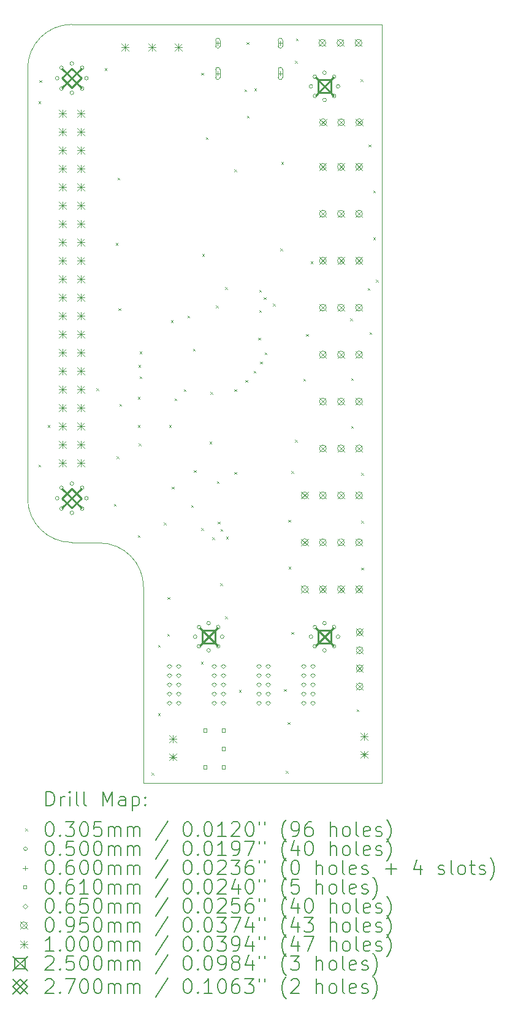
<source format=gbr>
%TF.GenerationSoftware,KiCad,Pcbnew,9.0.0*%
%TF.CreationDate,2025-04-10T20:16:36-07:00*%
%TF.ProjectId,ESP32_S2_SOLO_N4 Kicad Reference Design,45535033-325f-4533-925f-534f4c4f5f4e,rev?*%
%TF.SameCoordinates,Original*%
%TF.FileFunction,Drillmap*%
%TF.FilePolarity,Positive*%
%FSLAX45Y45*%
G04 Gerber Fmt 4.5, Leading zero omitted, Abs format (unit mm)*
G04 Created by KiCad (PCBNEW 9.0.0) date 2025-04-10 20:16:36*
%MOMM*%
%LPD*%
G01*
G04 APERTURE LIST*
%ADD10C,0.100000*%
%ADD11C,0.200000*%
%ADD12C,0.250000*%
%ADD13C,0.270000*%
G04 APERTURE END LIST*
D10*
X9880600Y-16497300D02*
X6591300Y-16497300D01*
X4991100Y-6764700D02*
X4991100Y-6631940D01*
X5600700Y-13174300D02*
G75*
G02*
X4991100Y-12564700I0J609600D01*
G01*
X5981700Y-13182600D02*
G75*
G02*
X6591300Y-13792200I0J-609600D01*
G01*
X6591300Y-16497300D02*
X6591300Y-13792200D01*
X5600700Y-6022340D02*
X9880600Y-6022340D01*
X5600700Y-13174300D02*
X5981700Y-13182600D01*
X4991100Y-6764700D02*
X4991100Y-12564700D01*
X4991100Y-6631940D02*
G75*
G02*
X5600700Y-6022340I609600J0D01*
G01*
X9880600Y-6155100D02*
X9880600Y-6022340D01*
X9880600Y-6155100D02*
X9880600Y-16497300D01*
D11*
D10*
X5140960Y-7084060D02*
X5171440Y-7114540D01*
X5171440Y-7084060D02*
X5140960Y-7114540D01*
X5140960Y-12100560D02*
X5171440Y-12131040D01*
X5171440Y-12100560D02*
X5140960Y-12131040D01*
X5153660Y-6791960D02*
X5184140Y-6822440D01*
X5184140Y-6791960D02*
X5153660Y-6822440D01*
X5267960Y-11554460D02*
X5298440Y-11584940D01*
X5298440Y-11554460D02*
X5267960Y-11584940D01*
X5941060Y-11046460D02*
X5971540Y-11076940D01*
X5971540Y-11046460D02*
X5941060Y-11076940D01*
X6055360Y-6626860D02*
X6085840Y-6657340D01*
X6085840Y-6626860D02*
X6055360Y-6657340D01*
X6182360Y-12644120D02*
X6212840Y-12674600D01*
X6212840Y-12644120D02*
X6182360Y-12674600D01*
X6207760Y-9039860D02*
X6238240Y-9070340D01*
X6238240Y-9039860D02*
X6207760Y-9070340D01*
X6220460Y-11986260D02*
X6250940Y-12016740D01*
X6250940Y-11986260D02*
X6220460Y-12016740D01*
X6233160Y-8138160D02*
X6263640Y-8168640D01*
X6263640Y-8138160D02*
X6233160Y-8168640D01*
X6245860Y-9941560D02*
X6276340Y-9972040D01*
X6276340Y-9941560D02*
X6245860Y-9972040D01*
X6258560Y-11262360D02*
X6289040Y-11292840D01*
X6289040Y-11262360D02*
X6258560Y-11292840D01*
X6512560Y-11165840D02*
X6543040Y-11196320D01*
X6543040Y-11165840D02*
X6512560Y-11196320D01*
X6512560Y-11554460D02*
X6543040Y-11584940D01*
X6543040Y-11554460D02*
X6512560Y-11584940D01*
X6512560Y-13073380D02*
X6543040Y-13103860D01*
X6543040Y-13073380D02*
X6512560Y-13103860D01*
X6519850Y-10726684D02*
X6550330Y-10757164D01*
X6550330Y-10726684D02*
X6519850Y-10757164D01*
X6525260Y-11808460D02*
X6555740Y-11838940D01*
X6555740Y-11808460D02*
X6525260Y-11838940D01*
X6537960Y-10538460D02*
X6568440Y-10568940D01*
X6568440Y-10538460D02*
X6537960Y-10568940D01*
X6537960Y-10881360D02*
X6568440Y-10911840D01*
X6568440Y-10881360D02*
X6537960Y-10911840D01*
X6703060Y-16355060D02*
X6733540Y-16385540D01*
X6733540Y-16355060D02*
X6703060Y-16385540D01*
X6791960Y-14589760D02*
X6822440Y-14620240D01*
X6822440Y-14589760D02*
X6791960Y-14620240D01*
X6791960Y-15532100D02*
X6822440Y-15562580D01*
X6822440Y-15532100D02*
X6791960Y-15562580D01*
X6870700Y-12903200D02*
X6901180Y-12933680D01*
X6901180Y-12903200D02*
X6870700Y-12933680D01*
X6918960Y-14437360D02*
X6949440Y-14467840D01*
X6949440Y-14437360D02*
X6918960Y-14467840D01*
X6921500Y-13929360D02*
X6951980Y-13959840D01*
X6951980Y-13929360D02*
X6921500Y-13959840D01*
X6944360Y-11554460D02*
X6974840Y-11584940D01*
X6974840Y-11554460D02*
X6944360Y-11584940D01*
X6969760Y-10106660D02*
X7000240Y-10137140D01*
X7000240Y-10106660D02*
X6969760Y-10137140D01*
X6982460Y-12405360D02*
X7012940Y-12435840D01*
X7012940Y-12405360D02*
X6982460Y-12435840D01*
X7020560Y-11186160D02*
X7051040Y-11216640D01*
X7051040Y-11186160D02*
X7020560Y-11216640D01*
X7147560Y-11059160D02*
X7178040Y-11089640D01*
X7178040Y-11059160D02*
X7147560Y-11089640D01*
X7198360Y-10043160D02*
X7228840Y-10073640D01*
X7228840Y-10043160D02*
X7198360Y-10073640D01*
X7249160Y-12659360D02*
X7279640Y-12689840D01*
X7279640Y-12659360D02*
X7249160Y-12689840D01*
X7274560Y-10500360D02*
X7305040Y-10530840D01*
X7305040Y-10500360D02*
X7274560Y-10530840D01*
X7287260Y-12176760D02*
X7317740Y-12207240D01*
X7317740Y-12176760D02*
X7287260Y-12207240D01*
X7383780Y-14820900D02*
X7414260Y-14851380D01*
X7414260Y-14820900D02*
X7383780Y-14851380D01*
X7388860Y-6690360D02*
X7419340Y-6720840D01*
X7419340Y-6690360D02*
X7388860Y-6720840D01*
X7388860Y-12976860D02*
X7419340Y-13007340D01*
X7419340Y-12976860D02*
X7388860Y-13007340D01*
X7401560Y-9192260D02*
X7432040Y-9222740D01*
X7432040Y-9192260D02*
X7401560Y-9222740D01*
X7452360Y-7579360D02*
X7482840Y-7609840D01*
X7482840Y-7579360D02*
X7452360Y-7609840D01*
X7503160Y-11783060D02*
X7533640Y-11813540D01*
X7533640Y-11783060D02*
X7503160Y-11813540D01*
X7515860Y-11097260D02*
X7546340Y-11127740D01*
X7546340Y-11097260D02*
X7515860Y-11127740D01*
X7541260Y-13103860D02*
X7571740Y-13134340D01*
X7571740Y-13103860D02*
X7541260Y-13134340D01*
X7592060Y-9903460D02*
X7622540Y-9933940D01*
X7622540Y-9903460D02*
X7592060Y-9933940D01*
X7604760Y-12329160D02*
X7635240Y-12359640D01*
X7635240Y-12329160D02*
X7604760Y-12359640D01*
X7617460Y-12887960D02*
X7647940Y-12918440D01*
X7647940Y-12887960D02*
X7617460Y-12918440D01*
X7653020Y-13741400D02*
X7683500Y-13771880D01*
X7683500Y-13741400D02*
X7653020Y-13771880D01*
X7655560Y-12989560D02*
X7686040Y-13020040D01*
X7686040Y-12989560D02*
X7655560Y-13020040D01*
X7717760Y-9649460D02*
X7748240Y-9679940D01*
X7748240Y-9649460D02*
X7717760Y-9679940D01*
X7719060Y-14196060D02*
X7749540Y-14226540D01*
X7749540Y-14196060D02*
X7719060Y-14226540D01*
X7731760Y-13097103D02*
X7762240Y-13127583D01*
X7762240Y-13097103D02*
X7731760Y-13127583D01*
X7846060Y-8023860D02*
X7876540Y-8054340D01*
X7876540Y-8023860D02*
X7846060Y-8054340D01*
X7846060Y-11059160D02*
X7876540Y-11089640D01*
X7876540Y-11059160D02*
X7846060Y-11089640D01*
X7846060Y-12202160D02*
X7876540Y-12232640D01*
X7876540Y-12202160D02*
X7846060Y-12232640D01*
X7909560Y-15212060D02*
X7940040Y-15242540D01*
X7940040Y-15212060D02*
X7909560Y-15242540D01*
X7983743Y-6920643D02*
X8014223Y-6951123D01*
X8014223Y-6920643D02*
X7983743Y-6951123D01*
X7998460Y-10932160D02*
X8028940Y-10962640D01*
X8028940Y-10932160D02*
X7998460Y-10962640D01*
X8015880Y-6268720D02*
X8046360Y-6299200D01*
X8046360Y-6268720D02*
X8015880Y-6299200D01*
X8018420Y-7282180D02*
X8048900Y-7312660D01*
X8048900Y-7282180D02*
X8018420Y-7312660D01*
X8112760Y-10805160D02*
X8143240Y-10835640D01*
X8143240Y-10805160D02*
X8112760Y-10835640D01*
X8120220Y-6907880D02*
X8150700Y-6938360D01*
X8150700Y-6907880D02*
X8120220Y-6938360D01*
X8176260Y-10347960D02*
X8206740Y-10378440D01*
X8206740Y-10347960D02*
X8176260Y-10378440D01*
X8188960Y-9687560D02*
X8219440Y-9718040D01*
X8219440Y-9687560D02*
X8188960Y-9718040D01*
X8188960Y-9966960D02*
X8219440Y-9997440D01*
X8219440Y-9966960D02*
X8188960Y-9997440D01*
X8201660Y-10678160D02*
X8232140Y-10708640D01*
X8232140Y-10678160D02*
X8201660Y-10708640D01*
X8252460Y-9789160D02*
X8282940Y-9819640D01*
X8282940Y-9789160D02*
X8252460Y-9819640D01*
X8265160Y-10551160D02*
X8295640Y-10581640D01*
X8295640Y-10551160D02*
X8265160Y-10581640D01*
X8379460Y-9878060D02*
X8409940Y-9908540D01*
X8409940Y-9878060D02*
X8379460Y-9908540D01*
X8481060Y-9116060D02*
X8511540Y-9146540D01*
X8511540Y-9116060D02*
X8481060Y-9146540D01*
X8493760Y-7922260D02*
X8524240Y-7952740D01*
X8524240Y-7922260D02*
X8493760Y-7952740D01*
X8531860Y-15199360D02*
X8562340Y-15229840D01*
X8562340Y-15199360D02*
X8531860Y-15229840D01*
X8557260Y-16329660D02*
X8587740Y-16360140D01*
X8587740Y-16329660D02*
X8557260Y-16360140D01*
X8582660Y-15656560D02*
X8613140Y-15687040D01*
X8613140Y-15656560D02*
X8582660Y-15687040D01*
X8590280Y-12862560D02*
X8620760Y-12893040D01*
X8620760Y-12862560D02*
X8590280Y-12893040D01*
X8595360Y-13510260D02*
X8625840Y-13540740D01*
X8625840Y-13510260D02*
X8595360Y-13540740D01*
X8633460Y-12189460D02*
X8663940Y-12219940D01*
X8663940Y-12189460D02*
X8633460Y-12219940D01*
X8633460Y-14411960D02*
X8663940Y-14442440D01*
X8663940Y-14411960D02*
X8633460Y-14442440D01*
X8684260Y-6525260D02*
X8714740Y-6555740D01*
X8714740Y-6525260D02*
X8684260Y-6555740D01*
X8684260Y-11757660D02*
X8714740Y-11788140D01*
X8714740Y-11757660D02*
X8684260Y-11788140D01*
X8696960Y-6215380D02*
X8727440Y-6245860D01*
X8727440Y-6215380D02*
X8696960Y-6245860D01*
X8798560Y-10916860D02*
X8829040Y-10947340D01*
X8829040Y-10916860D02*
X8798560Y-10947340D01*
X8836660Y-10297160D02*
X8867140Y-10327640D01*
X8867140Y-10297160D02*
X8836660Y-10327640D01*
X8900160Y-9293860D02*
X8930640Y-9324340D01*
X8930640Y-9293860D02*
X8900160Y-9324340D01*
X9446260Y-10081260D02*
X9476740Y-10111740D01*
X9476740Y-10081260D02*
X9446260Y-10111740D01*
X9458960Y-10906760D02*
X9489440Y-10937240D01*
X9489440Y-10906760D02*
X9458960Y-10937240D01*
X9458960Y-11567160D02*
X9489440Y-11597640D01*
X9489440Y-11567160D02*
X9458960Y-11597640D01*
X9535160Y-15478760D02*
X9565640Y-15509240D01*
X9565640Y-15478760D02*
X9535160Y-15509240D01*
X9591040Y-6779260D02*
X9621520Y-6809740D01*
X9621520Y-6779260D02*
X9591040Y-6809740D01*
X9598660Y-12214860D02*
X9629140Y-12245340D01*
X9629140Y-12214860D02*
X9598660Y-12245340D01*
X9598660Y-12875260D02*
X9629140Y-12905740D01*
X9629140Y-12875260D02*
X9598660Y-12905740D01*
X9598660Y-13522960D02*
X9629140Y-13553440D01*
X9629140Y-13522960D02*
X9598660Y-13553440D01*
X9687560Y-9662160D02*
X9718040Y-9692640D01*
X9718040Y-9662160D02*
X9687560Y-9692640D01*
X9700260Y-7680960D02*
X9730740Y-7711440D01*
X9730740Y-7680960D02*
X9700260Y-7711440D01*
X9712960Y-10271760D02*
X9743440Y-10302240D01*
X9743440Y-10271760D02*
X9712960Y-10302240D01*
X9763760Y-8315960D02*
X9794240Y-8346440D01*
X9794240Y-8315960D02*
X9763760Y-8346440D01*
X9763760Y-8963660D02*
X9794240Y-8994140D01*
X9794240Y-8963660D02*
X9763760Y-8994140D01*
X9801860Y-9547860D02*
X9832340Y-9578340D01*
X9832340Y-9547860D02*
X9801860Y-9578340D01*
X5423200Y-6764700D02*
G75*
G02*
X5373200Y-6764700I-25000J0D01*
G01*
X5373200Y-6764700D02*
G75*
G02*
X5423200Y-6764700I25000J0D01*
G01*
X5423200Y-12564700D02*
G75*
G02*
X5373200Y-12564700I-25000J0D01*
G01*
X5373200Y-12564700D02*
G75*
G02*
X5423200Y-12564700I25000J0D01*
G01*
X5482511Y-6621511D02*
G75*
G02*
X5432511Y-6621511I-25000J0D01*
G01*
X5432511Y-6621511D02*
G75*
G02*
X5482511Y-6621511I25000J0D01*
G01*
X5482511Y-6907889D02*
G75*
G02*
X5432511Y-6907889I-25000J0D01*
G01*
X5432511Y-6907889D02*
G75*
G02*
X5482511Y-6907889I25000J0D01*
G01*
X5482511Y-12421511D02*
G75*
G02*
X5432511Y-12421511I-25000J0D01*
G01*
X5432511Y-12421511D02*
G75*
G02*
X5482511Y-12421511I25000J0D01*
G01*
X5482511Y-12707889D02*
G75*
G02*
X5432511Y-12707889I-25000J0D01*
G01*
X5432511Y-12707889D02*
G75*
G02*
X5482511Y-12707889I25000J0D01*
G01*
X5625700Y-6562200D02*
G75*
G02*
X5575700Y-6562200I-25000J0D01*
G01*
X5575700Y-6562200D02*
G75*
G02*
X5625700Y-6562200I25000J0D01*
G01*
X5625700Y-6967200D02*
G75*
G02*
X5575700Y-6967200I-25000J0D01*
G01*
X5575700Y-6967200D02*
G75*
G02*
X5625700Y-6967200I25000J0D01*
G01*
X5625700Y-12362200D02*
G75*
G02*
X5575700Y-12362200I-25000J0D01*
G01*
X5575700Y-12362200D02*
G75*
G02*
X5625700Y-12362200I25000J0D01*
G01*
X5625700Y-12767200D02*
G75*
G02*
X5575700Y-12767200I-25000J0D01*
G01*
X5575700Y-12767200D02*
G75*
G02*
X5625700Y-12767200I25000J0D01*
G01*
X5768889Y-6621511D02*
G75*
G02*
X5718889Y-6621511I-25000J0D01*
G01*
X5718889Y-6621511D02*
G75*
G02*
X5768889Y-6621511I25000J0D01*
G01*
X5768889Y-6907889D02*
G75*
G02*
X5718889Y-6907889I-25000J0D01*
G01*
X5718889Y-6907889D02*
G75*
G02*
X5768889Y-6907889I25000J0D01*
G01*
X5768889Y-12421511D02*
G75*
G02*
X5718889Y-12421511I-25000J0D01*
G01*
X5718889Y-12421511D02*
G75*
G02*
X5768889Y-12421511I25000J0D01*
G01*
X5768889Y-12707889D02*
G75*
G02*
X5718889Y-12707889I-25000J0D01*
G01*
X5718889Y-12707889D02*
G75*
G02*
X5768889Y-12707889I25000J0D01*
G01*
X5828200Y-6764700D02*
G75*
G02*
X5778200Y-6764700I-25000J0D01*
G01*
X5778200Y-6764700D02*
G75*
G02*
X5828200Y-6764700I25000J0D01*
G01*
X5828200Y-12564700D02*
G75*
G02*
X5778200Y-12564700I-25000J0D01*
G01*
X5778200Y-12564700D02*
G75*
G02*
X5828200Y-12564700I25000J0D01*
G01*
X7328200Y-14477262D02*
G75*
G02*
X7278200Y-14477262I-25000J0D01*
G01*
X7278200Y-14477262D02*
G75*
G02*
X7328200Y-14477262I25000J0D01*
G01*
X7383117Y-14344679D02*
G75*
G02*
X7333117Y-14344679I-25000J0D01*
G01*
X7333117Y-14344679D02*
G75*
G02*
X7383117Y-14344679I25000J0D01*
G01*
X7383117Y-14609844D02*
G75*
G02*
X7333117Y-14609844I-25000J0D01*
G01*
X7333117Y-14609844D02*
G75*
G02*
X7383117Y-14609844I25000J0D01*
G01*
X7515700Y-14289762D02*
G75*
G02*
X7465700Y-14289762I-25000J0D01*
G01*
X7465700Y-14289762D02*
G75*
G02*
X7515700Y-14289762I25000J0D01*
G01*
X7515700Y-14664762D02*
G75*
G02*
X7465700Y-14664762I-25000J0D01*
G01*
X7465700Y-14664762D02*
G75*
G02*
X7515700Y-14664762I25000J0D01*
G01*
X7648282Y-14344679D02*
G75*
G02*
X7598282Y-14344679I-25000J0D01*
G01*
X7598282Y-14344679D02*
G75*
G02*
X7648282Y-14344679I25000J0D01*
G01*
X7648282Y-14609844D02*
G75*
G02*
X7598282Y-14609844I-25000J0D01*
G01*
X7598282Y-14609844D02*
G75*
G02*
X7648282Y-14609844I25000J0D01*
G01*
X7703200Y-14477262D02*
G75*
G02*
X7653200Y-14477262I-25000J0D01*
G01*
X7653200Y-14477262D02*
G75*
G02*
X7703200Y-14477262I25000J0D01*
G01*
X8928200Y-6877262D02*
G75*
G02*
X8878200Y-6877262I-25000J0D01*
G01*
X8878200Y-6877262D02*
G75*
G02*
X8928200Y-6877262I25000J0D01*
G01*
X8928200Y-14477262D02*
G75*
G02*
X8878200Y-14477262I-25000J0D01*
G01*
X8878200Y-14477262D02*
G75*
G02*
X8928200Y-14477262I25000J0D01*
G01*
X8983118Y-6744679D02*
G75*
G02*
X8933118Y-6744679I-25000J0D01*
G01*
X8933118Y-6744679D02*
G75*
G02*
X8983118Y-6744679I25000J0D01*
G01*
X8983118Y-7009844D02*
G75*
G02*
X8933118Y-7009844I-25000J0D01*
G01*
X8933118Y-7009844D02*
G75*
G02*
X8983118Y-7009844I25000J0D01*
G01*
X8983118Y-14344679D02*
G75*
G02*
X8933118Y-14344679I-25000J0D01*
G01*
X8933118Y-14344679D02*
G75*
G02*
X8983118Y-14344679I25000J0D01*
G01*
X8983118Y-14609844D02*
G75*
G02*
X8933118Y-14609844I-25000J0D01*
G01*
X8933118Y-14609844D02*
G75*
G02*
X8983118Y-14609844I25000J0D01*
G01*
X9115700Y-6689762D02*
G75*
G02*
X9065700Y-6689762I-25000J0D01*
G01*
X9065700Y-6689762D02*
G75*
G02*
X9115700Y-6689762I25000J0D01*
G01*
X9115700Y-7064762D02*
G75*
G02*
X9065700Y-7064762I-25000J0D01*
G01*
X9065700Y-7064762D02*
G75*
G02*
X9115700Y-7064762I25000J0D01*
G01*
X9115700Y-14289762D02*
G75*
G02*
X9065700Y-14289762I-25000J0D01*
G01*
X9065700Y-14289762D02*
G75*
G02*
X9115700Y-14289762I25000J0D01*
G01*
X9115700Y-14664762D02*
G75*
G02*
X9065700Y-14664762I-25000J0D01*
G01*
X9065700Y-14664762D02*
G75*
G02*
X9115700Y-14664762I25000J0D01*
G01*
X9248283Y-6744679D02*
G75*
G02*
X9198283Y-6744679I-25000J0D01*
G01*
X9198283Y-6744679D02*
G75*
G02*
X9248283Y-6744679I25000J0D01*
G01*
X9248283Y-7009844D02*
G75*
G02*
X9198283Y-7009844I-25000J0D01*
G01*
X9198283Y-7009844D02*
G75*
G02*
X9248283Y-7009844I25000J0D01*
G01*
X9248283Y-14344679D02*
G75*
G02*
X9198283Y-14344679I-25000J0D01*
G01*
X9198283Y-14344679D02*
G75*
G02*
X9248283Y-14344679I25000J0D01*
G01*
X9248283Y-14609844D02*
G75*
G02*
X9198283Y-14609844I-25000J0D01*
G01*
X9198283Y-14609844D02*
G75*
G02*
X9248283Y-14609844I25000J0D01*
G01*
X9303200Y-6877262D02*
G75*
G02*
X9253200Y-6877262I-25000J0D01*
G01*
X9253200Y-6877262D02*
G75*
G02*
X9303200Y-6877262I25000J0D01*
G01*
X9303200Y-14477262D02*
G75*
G02*
X9253200Y-14477262I-25000J0D01*
G01*
X9253200Y-14477262D02*
G75*
G02*
X9303200Y-14477262I25000J0D01*
G01*
X7617460Y-6251420D02*
X7617460Y-6311420D01*
X7587460Y-6281420D02*
X7647460Y-6281420D01*
X7647460Y-6321420D02*
X7647460Y-6241420D01*
X7587460Y-6241420D02*
G75*
G02*
X7647460Y-6241420I30000J0D01*
G01*
X7587460Y-6241420D02*
X7587460Y-6321420D01*
X7587460Y-6321420D02*
G75*
G03*
X7647460Y-6321420I30000J0D01*
G01*
X7617460Y-6669420D02*
X7617460Y-6729420D01*
X7587460Y-6699420D02*
X7647460Y-6699420D01*
X7647460Y-6754420D02*
X7647460Y-6644420D01*
X7587460Y-6644420D02*
G75*
G02*
X7647460Y-6644420I30000J0D01*
G01*
X7587460Y-6644420D02*
X7587460Y-6754420D01*
X7587460Y-6754420D02*
G75*
G03*
X7647460Y-6754420I30000J0D01*
G01*
X8481460Y-6251420D02*
X8481460Y-6311420D01*
X8451460Y-6281420D02*
X8511460Y-6281420D01*
X8511460Y-6321420D02*
X8511460Y-6241420D01*
X8451460Y-6241420D02*
G75*
G02*
X8511460Y-6241420I30000J0D01*
G01*
X8451460Y-6241420D02*
X8451460Y-6321420D01*
X8451460Y-6321420D02*
G75*
G03*
X8511460Y-6321420I30000J0D01*
G01*
X8481460Y-6669420D02*
X8481460Y-6729420D01*
X8451460Y-6699420D02*
X8511460Y-6699420D01*
X8511460Y-6754420D02*
X8511460Y-6644420D01*
X8451460Y-6644420D02*
G75*
G02*
X8511460Y-6644420I30000J0D01*
G01*
X8451460Y-6644420D02*
X8451460Y-6754420D01*
X8451460Y-6754420D02*
G75*
G03*
X8511460Y-6754420I30000J0D01*
G01*
X7461848Y-15790838D02*
X7461848Y-15747732D01*
X7418742Y-15747732D01*
X7418742Y-15790838D01*
X7461848Y-15790838D01*
X7461848Y-16298838D02*
X7461848Y-16255732D01*
X7418742Y-16255732D01*
X7418742Y-16298838D01*
X7461848Y-16298838D01*
X7715848Y-15790838D02*
X7715848Y-15747732D01*
X7672742Y-15747732D01*
X7672742Y-15790838D01*
X7715848Y-15790838D01*
X7715848Y-16044838D02*
X7715848Y-16001732D01*
X7672742Y-16001732D01*
X7672742Y-16044838D01*
X7715848Y-16044838D01*
X7715848Y-16298838D02*
X7715848Y-16255732D01*
X7672742Y-16255732D01*
X7672742Y-16298838D01*
X7715848Y-16298838D01*
X6946900Y-14916900D02*
X6979400Y-14884400D01*
X6946900Y-14851900D01*
X6914400Y-14884400D01*
X6946900Y-14916900D01*
X6946900Y-15043900D02*
X6979400Y-15011400D01*
X6946900Y-14978900D01*
X6914400Y-15011400D01*
X6946900Y-15043900D01*
X6946900Y-15170900D02*
X6979400Y-15138400D01*
X6946900Y-15105900D01*
X6914400Y-15138400D01*
X6946900Y-15170900D01*
X6946900Y-15297900D02*
X6979400Y-15265400D01*
X6946900Y-15232900D01*
X6914400Y-15265400D01*
X6946900Y-15297900D01*
X6946900Y-15424900D02*
X6979400Y-15392400D01*
X6946900Y-15359900D01*
X6914400Y-15392400D01*
X6946900Y-15424900D01*
X7073900Y-14916900D02*
X7106400Y-14884400D01*
X7073900Y-14851900D01*
X7041400Y-14884400D01*
X7073900Y-14916900D01*
X7073900Y-15043900D02*
X7106400Y-15011400D01*
X7073900Y-14978900D01*
X7041400Y-15011400D01*
X7073900Y-15043900D01*
X7073900Y-15170900D02*
X7106400Y-15138400D01*
X7073900Y-15105900D01*
X7041400Y-15138400D01*
X7073900Y-15170900D01*
X7073900Y-15297900D02*
X7106400Y-15265400D01*
X7073900Y-15232900D01*
X7041400Y-15265400D01*
X7073900Y-15297900D01*
X7073900Y-15424900D02*
X7106400Y-15392400D01*
X7073900Y-15359900D01*
X7041400Y-15392400D01*
X7073900Y-15424900D01*
X7564967Y-14916900D02*
X7597467Y-14884400D01*
X7564967Y-14851900D01*
X7532467Y-14884400D01*
X7564967Y-14916900D01*
X7564967Y-15043900D02*
X7597467Y-15011400D01*
X7564967Y-14978900D01*
X7532467Y-15011400D01*
X7564967Y-15043900D01*
X7564967Y-15170900D02*
X7597467Y-15138400D01*
X7564967Y-15105900D01*
X7532467Y-15138400D01*
X7564967Y-15170900D01*
X7564967Y-15297900D02*
X7597467Y-15265400D01*
X7564967Y-15232900D01*
X7532467Y-15265400D01*
X7564967Y-15297900D01*
X7564967Y-15424900D02*
X7597467Y-15392400D01*
X7564967Y-15359900D01*
X7532467Y-15392400D01*
X7564967Y-15424900D01*
X7691967Y-14916900D02*
X7724467Y-14884400D01*
X7691967Y-14851900D01*
X7659467Y-14884400D01*
X7691967Y-14916900D01*
X7691967Y-15043900D02*
X7724467Y-15011400D01*
X7691967Y-14978900D01*
X7659467Y-15011400D01*
X7691967Y-15043900D01*
X7691967Y-15170900D02*
X7724467Y-15138400D01*
X7691967Y-15105900D01*
X7659467Y-15138400D01*
X7691967Y-15170900D01*
X7691967Y-15297900D02*
X7724467Y-15265400D01*
X7691967Y-15232900D01*
X7659467Y-15265400D01*
X7691967Y-15297900D01*
X7691967Y-15424900D02*
X7724467Y-15392400D01*
X7691967Y-15359900D01*
X7659467Y-15392400D01*
X7691967Y-15424900D01*
X8183033Y-14916900D02*
X8215533Y-14884400D01*
X8183033Y-14851900D01*
X8150533Y-14884400D01*
X8183033Y-14916900D01*
X8183033Y-15043900D02*
X8215533Y-15011400D01*
X8183033Y-14978900D01*
X8150533Y-15011400D01*
X8183033Y-15043900D01*
X8183033Y-15170900D02*
X8215533Y-15138400D01*
X8183033Y-15105900D01*
X8150533Y-15138400D01*
X8183033Y-15170900D01*
X8183033Y-15297900D02*
X8215533Y-15265400D01*
X8183033Y-15232900D01*
X8150533Y-15265400D01*
X8183033Y-15297900D01*
X8183033Y-15424900D02*
X8215533Y-15392400D01*
X8183033Y-15359900D01*
X8150533Y-15392400D01*
X8183033Y-15424900D01*
X8310033Y-14916900D02*
X8342533Y-14884400D01*
X8310033Y-14851900D01*
X8277533Y-14884400D01*
X8310033Y-14916900D01*
X8310033Y-15043900D02*
X8342533Y-15011400D01*
X8310033Y-14978900D01*
X8277533Y-15011400D01*
X8310033Y-15043900D01*
X8310033Y-15170900D02*
X8342533Y-15138400D01*
X8310033Y-15105900D01*
X8277533Y-15138400D01*
X8310033Y-15170900D01*
X8310033Y-15297900D02*
X8342533Y-15265400D01*
X8310033Y-15232900D01*
X8277533Y-15265400D01*
X8310033Y-15297900D01*
X8310033Y-15424900D02*
X8342533Y-15392400D01*
X8310033Y-15359900D01*
X8277533Y-15392400D01*
X8310033Y-15424900D01*
X8801100Y-14916900D02*
X8833600Y-14884400D01*
X8801100Y-14851900D01*
X8768600Y-14884400D01*
X8801100Y-14916900D01*
X8801100Y-15043900D02*
X8833600Y-15011400D01*
X8801100Y-14978900D01*
X8768600Y-15011400D01*
X8801100Y-15043900D01*
X8801100Y-15170900D02*
X8833600Y-15138400D01*
X8801100Y-15105900D01*
X8768600Y-15138400D01*
X8801100Y-15170900D01*
X8801100Y-15297900D02*
X8833600Y-15265400D01*
X8801100Y-15232900D01*
X8768600Y-15265400D01*
X8801100Y-15297900D01*
X8801100Y-15424900D02*
X8833600Y-15392400D01*
X8801100Y-15359900D01*
X8768600Y-15392400D01*
X8801100Y-15424900D01*
X8928100Y-14916900D02*
X8960600Y-14884400D01*
X8928100Y-14851900D01*
X8895600Y-14884400D01*
X8928100Y-14916900D01*
X8928100Y-15043900D02*
X8960600Y-15011400D01*
X8928100Y-14978900D01*
X8895600Y-15011400D01*
X8928100Y-15043900D01*
X8928100Y-15170900D02*
X8960600Y-15138400D01*
X8928100Y-15105900D01*
X8895600Y-15138400D01*
X8928100Y-15170900D01*
X8928100Y-15297900D02*
X8960600Y-15265400D01*
X8928100Y-15232900D01*
X8895600Y-15265400D01*
X8928100Y-15297900D01*
X8928100Y-15424900D02*
X8960600Y-15392400D01*
X8928100Y-15359900D01*
X8895600Y-15392400D01*
X8928100Y-15424900D01*
X8770300Y-12477627D02*
X8865300Y-12572627D01*
X8865300Y-12477627D02*
X8770300Y-12572627D01*
X8865300Y-12525127D02*
G75*
G02*
X8770300Y-12525127I-47500J0D01*
G01*
X8770300Y-12525127D02*
G75*
G02*
X8865300Y-12525127I47500J0D01*
G01*
X8770300Y-13125745D02*
X8865300Y-13220745D01*
X8865300Y-13125745D02*
X8770300Y-13220745D01*
X8865300Y-13173245D02*
G75*
G02*
X8770300Y-13173245I-47500J0D01*
G01*
X8770300Y-13173245D02*
G75*
G02*
X8865300Y-13173245I47500J0D01*
G01*
X8770300Y-13773864D02*
X8865300Y-13868864D01*
X8865300Y-13773864D02*
X8770300Y-13868864D01*
X8865300Y-13821364D02*
G75*
G02*
X8770300Y-13821364I-47500J0D01*
G01*
X8770300Y-13821364D02*
G75*
G02*
X8865300Y-13821364I47500J0D01*
G01*
X9012680Y-6228840D02*
X9107680Y-6323840D01*
X9107680Y-6228840D02*
X9012680Y-6323840D01*
X9107680Y-6276340D02*
G75*
G02*
X9012680Y-6276340I-47500J0D01*
G01*
X9012680Y-6276340D02*
G75*
G02*
X9107680Y-6276340I47500J0D01*
G01*
X9020300Y-7940800D02*
X9115300Y-8035800D01*
X9115300Y-7940800D02*
X9020300Y-8035800D01*
X9115300Y-7988300D02*
G75*
G02*
X9020300Y-7988300I-47500J0D01*
G01*
X9020300Y-7988300D02*
G75*
G02*
X9115300Y-7988300I47500J0D01*
G01*
X9020300Y-8588918D02*
X9115300Y-8683918D01*
X9115300Y-8588918D02*
X9020300Y-8683918D01*
X9115300Y-8636418D02*
G75*
G02*
X9020300Y-8636418I-47500J0D01*
G01*
X9020300Y-8636418D02*
G75*
G02*
X9115300Y-8636418I47500J0D01*
G01*
X9020300Y-9237036D02*
X9115300Y-9332036D01*
X9115300Y-9237036D02*
X9020300Y-9332036D01*
X9115300Y-9284536D02*
G75*
G02*
X9020300Y-9284536I-47500J0D01*
G01*
X9020300Y-9284536D02*
G75*
G02*
X9115300Y-9284536I47500J0D01*
G01*
X9020300Y-9885155D02*
X9115300Y-9980155D01*
X9115300Y-9885155D02*
X9020300Y-9980155D01*
X9115300Y-9932655D02*
G75*
G02*
X9020300Y-9932655I-47500J0D01*
G01*
X9020300Y-9932655D02*
G75*
G02*
X9115300Y-9932655I47500J0D01*
G01*
X9020300Y-10533273D02*
X9115300Y-10628273D01*
X9115300Y-10533273D02*
X9020300Y-10628273D01*
X9115300Y-10580773D02*
G75*
G02*
X9020300Y-10580773I-47500J0D01*
G01*
X9020300Y-10580773D02*
G75*
G02*
X9115300Y-10580773I47500J0D01*
G01*
X9020300Y-11181391D02*
X9115300Y-11276391D01*
X9115300Y-11181391D02*
X9020300Y-11276391D01*
X9115300Y-11228891D02*
G75*
G02*
X9020300Y-11228891I-47500J0D01*
G01*
X9020300Y-11228891D02*
G75*
G02*
X9115300Y-11228891I47500J0D01*
G01*
X9020300Y-11829509D02*
X9115300Y-11924509D01*
X9115300Y-11829509D02*
X9020300Y-11924509D01*
X9115300Y-11877009D02*
G75*
G02*
X9020300Y-11877009I-47500J0D01*
G01*
X9020300Y-11877009D02*
G75*
G02*
X9115300Y-11877009I47500J0D01*
G01*
X9020300Y-12477627D02*
X9115300Y-12572627D01*
X9115300Y-12477627D02*
X9020300Y-12572627D01*
X9115300Y-12525127D02*
G75*
G02*
X9020300Y-12525127I-47500J0D01*
G01*
X9020300Y-12525127D02*
G75*
G02*
X9115300Y-12525127I47500J0D01*
G01*
X9020300Y-13125745D02*
X9115300Y-13220745D01*
X9115300Y-13125745D02*
X9020300Y-13220745D01*
X9115300Y-13173245D02*
G75*
G02*
X9020300Y-13173245I-47500J0D01*
G01*
X9020300Y-13173245D02*
G75*
G02*
X9115300Y-13173245I47500J0D01*
G01*
X9020300Y-13773864D02*
X9115300Y-13868864D01*
X9115300Y-13773864D02*
X9020300Y-13868864D01*
X9115300Y-13821364D02*
G75*
G02*
X9020300Y-13821364I-47500J0D01*
G01*
X9020300Y-13821364D02*
G75*
G02*
X9115300Y-13821364I47500J0D01*
G01*
X9022840Y-7326120D02*
X9117840Y-7421120D01*
X9117840Y-7326120D02*
X9022840Y-7421120D01*
X9117840Y-7373620D02*
G75*
G02*
X9022840Y-7373620I-47500J0D01*
G01*
X9022840Y-7373620D02*
G75*
G02*
X9117840Y-7373620I47500J0D01*
G01*
X9262680Y-6228840D02*
X9357680Y-6323840D01*
X9357680Y-6228840D02*
X9262680Y-6323840D01*
X9357680Y-6276340D02*
G75*
G02*
X9262680Y-6276340I-47500J0D01*
G01*
X9262680Y-6276340D02*
G75*
G02*
X9357680Y-6276340I47500J0D01*
G01*
X9270300Y-7940800D02*
X9365300Y-8035800D01*
X9365300Y-7940800D02*
X9270300Y-8035800D01*
X9365300Y-7988300D02*
G75*
G02*
X9270300Y-7988300I-47500J0D01*
G01*
X9270300Y-7988300D02*
G75*
G02*
X9365300Y-7988300I47500J0D01*
G01*
X9270300Y-8588918D02*
X9365300Y-8683918D01*
X9365300Y-8588918D02*
X9270300Y-8683918D01*
X9365300Y-8636418D02*
G75*
G02*
X9270300Y-8636418I-47500J0D01*
G01*
X9270300Y-8636418D02*
G75*
G02*
X9365300Y-8636418I47500J0D01*
G01*
X9270300Y-9237036D02*
X9365300Y-9332036D01*
X9365300Y-9237036D02*
X9270300Y-9332036D01*
X9365300Y-9284536D02*
G75*
G02*
X9270300Y-9284536I-47500J0D01*
G01*
X9270300Y-9284536D02*
G75*
G02*
X9365300Y-9284536I47500J0D01*
G01*
X9270300Y-9885155D02*
X9365300Y-9980155D01*
X9365300Y-9885155D02*
X9270300Y-9980155D01*
X9365300Y-9932655D02*
G75*
G02*
X9270300Y-9932655I-47500J0D01*
G01*
X9270300Y-9932655D02*
G75*
G02*
X9365300Y-9932655I47500J0D01*
G01*
X9270300Y-10533273D02*
X9365300Y-10628273D01*
X9365300Y-10533273D02*
X9270300Y-10628273D01*
X9365300Y-10580773D02*
G75*
G02*
X9270300Y-10580773I-47500J0D01*
G01*
X9270300Y-10580773D02*
G75*
G02*
X9365300Y-10580773I47500J0D01*
G01*
X9270300Y-11181391D02*
X9365300Y-11276391D01*
X9365300Y-11181391D02*
X9270300Y-11276391D01*
X9365300Y-11228891D02*
G75*
G02*
X9270300Y-11228891I-47500J0D01*
G01*
X9270300Y-11228891D02*
G75*
G02*
X9365300Y-11228891I47500J0D01*
G01*
X9270300Y-11829509D02*
X9365300Y-11924509D01*
X9365300Y-11829509D02*
X9270300Y-11924509D01*
X9365300Y-11877009D02*
G75*
G02*
X9270300Y-11877009I-47500J0D01*
G01*
X9270300Y-11877009D02*
G75*
G02*
X9365300Y-11877009I47500J0D01*
G01*
X9270300Y-12477627D02*
X9365300Y-12572627D01*
X9365300Y-12477627D02*
X9270300Y-12572627D01*
X9365300Y-12525127D02*
G75*
G02*
X9270300Y-12525127I-47500J0D01*
G01*
X9270300Y-12525127D02*
G75*
G02*
X9365300Y-12525127I47500J0D01*
G01*
X9270300Y-13125745D02*
X9365300Y-13220745D01*
X9365300Y-13125745D02*
X9270300Y-13220745D01*
X9365300Y-13173245D02*
G75*
G02*
X9270300Y-13173245I-47500J0D01*
G01*
X9270300Y-13173245D02*
G75*
G02*
X9365300Y-13173245I47500J0D01*
G01*
X9270300Y-13773864D02*
X9365300Y-13868864D01*
X9365300Y-13773864D02*
X9270300Y-13868864D01*
X9365300Y-13821364D02*
G75*
G02*
X9270300Y-13821364I-47500J0D01*
G01*
X9270300Y-13821364D02*
G75*
G02*
X9365300Y-13821364I47500J0D01*
G01*
X9272840Y-7326120D02*
X9367840Y-7421120D01*
X9367840Y-7326120D02*
X9272840Y-7421120D01*
X9367840Y-7373620D02*
G75*
G02*
X9272840Y-7373620I-47500J0D01*
G01*
X9272840Y-7373620D02*
G75*
G02*
X9367840Y-7373620I47500J0D01*
G01*
X9512680Y-6228840D02*
X9607680Y-6323840D01*
X9607680Y-6228840D02*
X9512680Y-6323840D01*
X9607680Y-6276340D02*
G75*
G02*
X9512680Y-6276340I-47500J0D01*
G01*
X9512680Y-6276340D02*
G75*
G02*
X9607680Y-6276340I47500J0D01*
G01*
X9520300Y-7940800D02*
X9615300Y-8035800D01*
X9615300Y-7940800D02*
X9520300Y-8035800D01*
X9615300Y-7988300D02*
G75*
G02*
X9520300Y-7988300I-47500J0D01*
G01*
X9520300Y-7988300D02*
G75*
G02*
X9615300Y-7988300I47500J0D01*
G01*
X9520300Y-8588918D02*
X9615300Y-8683918D01*
X9615300Y-8588918D02*
X9520300Y-8683918D01*
X9615300Y-8636418D02*
G75*
G02*
X9520300Y-8636418I-47500J0D01*
G01*
X9520300Y-8636418D02*
G75*
G02*
X9615300Y-8636418I47500J0D01*
G01*
X9520300Y-9237036D02*
X9615300Y-9332036D01*
X9615300Y-9237036D02*
X9520300Y-9332036D01*
X9615300Y-9284536D02*
G75*
G02*
X9520300Y-9284536I-47500J0D01*
G01*
X9520300Y-9284536D02*
G75*
G02*
X9615300Y-9284536I47500J0D01*
G01*
X9520300Y-9885155D02*
X9615300Y-9980155D01*
X9615300Y-9885155D02*
X9520300Y-9980155D01*
X9615300Y-9932655D02*
G75*
G02*
X9520300Y-9932655I-47500J0D01*
G01*
X9520300Y-9932655D02*
G75*
G02*
X9615300Y-9932655I47500J0D01*
G01*
X9520300Y-10533273D02*
X9615300Y-10628273D01*
X9615300Y-10533273D02*
X9520300Y-10628273D01*
X9615300Y-10580773D02*
G75*
G02*
X9520300Y-10580773I-47500J0D01*
G01*
X9520300Y-10580773D02*
G75*
G02*
X9615300Y-10580773I47500J0D01*
G01*
X9520300Y-11181391D02*
X9615300Y-11276391D01*
X9615300Y-11181391D02*
X9520300Y-11276391D01*
X9615300Y-11228891D02*
G75*
G02*
X9520300Y-11228891I-47500J0D01*
G01*
X9520300Y-11228891D02*
G75*
G02*
X9615300Y-11228891I47500J0D01*
G01*
X9520300Y-11829509D02*
X9615300Y-11924509D01*
X9615300Y-11829509D02*
X9520300Y-11924509D01*
X9615300Y-11877009D02*
G75*
G02*
X9520300Y-11877009I-47500J0D01*
G01*
X9520300Y-11877009D02*
G75*
G02*
X9615300Y-11877009I47500J0D01*
G01*
X9520300Y-12477627D02*
X9615300Y-12572627D01*
X9615300Y-12477627D02*
X9520300Y-12572627D01*
X9615300Y-12525127D02*
G75*
G02*
X9520300Y-12525127I-47500J0D01*
G01*
X9520300Y-12525127D02*
G75*
G02*
X9615300Y-12525127I47500J0D01*
G01*
X9520300Y-13125745D02*
X9615300Y-13220745D01*
X9615300Y-13125745D02*
X9520300Y-13220745D01*
X9615300Y-13173245D02*
G75*
G02*
X9520300Y-13173245I-47500J0D01*
G01*
X9520300Y-13173245D02*
G75*
G02*
X9615300Y-13173245I47500J0D01*
G01*
X9520300Y-13773864D02*
X9615300Y-13868864D01*
X9615300Y-13773864D02*
X9520300Y-13868864D01*
X9615300Y-13821364D02*
G75*
G02*
X9520300Y-13821364I-47500J0D01*
G01*
X9520300Y-13821364D02*
G75*
G02*
X9615300Y-13821364I47500J0D01*
G01*
X9522840Y-7326120D02*
X9617840Y-7421120D01*
X9617840Y-7326120D02*
X9522840Y-7421120D01*
X9617840Y-7373620D02*
G75*
G02*
X9522840Y-7373620I-47500J0D01*
G01*
X9522840Y-7373620D02*
G75*
G02*
X9617840Y-7373620I47500J0D01*
G01*
X9528300Y-14366300D02*
X9623300Y-14461300D01*
X9623300Y-14366300D02*
X9528300Y-14461300D01*
X9623300Y-14413800D02*
G75*
G02*
X9528300Y-14413800I-47500J0D01*
G01*
X9528300Y-14413800D02*
G75*
G02*
X9623300Y-14413800I47500J0D01*
G01*
X9528300Y-14616300D02*
X9623300Y-14711300D01*
X9623300Y-14616300D02*
X9528300Y-14711300D01*
X9623300Y-14663800D02*
G75*
G02*
X9528300Y-14663800I-47500J0D01*
G01*
X9528300Y-14663800D02*
G75*
G02*
X9623300Y-14663800I47500J0D01*
G01*
X9528300Y-14866300D02*
X9623300Y-14961300D01*
X9623300Y-14866300D02*
X9528300Y-14961300D01*
X9623300Y-14913800D02*
G75*
G02*
X9528300Y-14913800I-47500J0D01*
G01*
X9528300Y-14913800D02*
G75*
G02*
X9623300Y-14913800I47500J0D01*
G01*
X9528300Y-15116300D02*
X9623300Y-15211300D01*
X9623300Y-15116300D02*
X9528300Y-15211300D01*
X9623300Y-15163800D02*
G75*
G02*
X9528300Y-15163800I-47500J0D01*
G01*
X9528300Y-15163800D02*
G75*
G02*
X9623300Y-15163800I47500J0D01*
G01*
X5423700Y-7201700D02*
X5523700Y-7301700D01*
X5523700Y-7201700D02*
X5423700Y-7301700D01*
X5473700Y-7201700D02*
X5473700Y-7301700D01*
X5423700Y-7251700D02*
X5523700Y-7251700D01*
X5423700Y-7455700D02*
X5523700Y-7555700D01*
X5523700Y-7455700D02*
X5423700Y-7555700D01*
X5473700Y-7455700D02*
X5473700Y-7555700D01*
X5423700Y-7505700D02*
X5523700Y-7505700D01*
X5423700Y-7709700D02*
X5523700Y-7809700D01*
X5523700Y-7709700D02*
X5423700Y-7809700D01*
X5473700Y-7709700D02*
X5473700Y-7809700D01*
X5423700Y-7759700D02*
X5523700Y-7759700D01*
X5423700Y-7963700D02*
X5523700Y-8063700D01*
X5523700Y-7963700D02*
X5423700Y-8063700D01*
X5473700Y-7963700D02*
X5473700Y-8063700D01*
X5423700Y-8013700D02*
X5523700Y-8013700D01*
X5423700Y-8217700D02*
X5523700Y-8317700D01*
X5523700Y-8217700D02*
X5423700Y-8317700D01*
X5473700Y-8217700D02*
X5473700Y-8317700D01*
X5423700Y-8267700D02*
X5523700Y-8267700D01*
X5423700Y-8471700D02*
X5523700Y-8571700D01*
X5523700Y-8471700D02*
X5423700Y-8571700D01*
X5473700Y-8471700D02*
X5473700Y-8571700D01*
X5423700Y-8521700D02*
X5523700Y-8521700D01*
X5423700Y-8725700D02*
X5523700Y-8825700D01*
X5523700Y-8725700D02*
X5423700Y-8825700D01*
X5473700Y-8725700D02*
X5473700Y-8825700D01*
X5423700Y-8775700D02*
X5523700Y-8775700D01*
X5423700Y-8979700D02*
X5523700Y-9079700D01*
X5523700Y-8979700D02*
X5423700Y-9079700D01*
X5473700Y-8979700D02*
X5473700Y-9079700D01*
X5423700Y-9029700D02*
X5523700Y-9029700D01*
X5423700Y-9233700D02*
X5523700Y-9333700D01*
X5523700Y-9233700D02*
X5423700Y-9333700D01*
X5473700Y-9233700D02*
X5473700Y-9333700D01*
X5423700Y-9283700D02*
X5523700Y-9283700D01*
X5423700Y-9487700D02*
X5523700Y-9587700D01*
X5523700Y-9487700D02*
X5423700Y-9587700D01*
X5473700Y-9487700D02*
X5473700Y-9587700D01*
X5423700Y-9537700D02*
X5523700Y-9537700D01*
X5423700Y-9741700D02*
X5523700Y-9841700D01*
X5523700Y-9741700D02*
X5423700Y-9841700D01*
X5473700Y-9741700D02*
X5473700Y-9841700D01*
X5423700Y-9791700D02*
X5523700Y-9791700D01*
X5423700Y-9995700D02*
X5523700Y-10095700D01*
X5523700Y-9995700D02*
X5423700Y-10095700D01*
X5473700Y-9995700D02*
X5473700Y-10095700D01*
X5423700Y-10045700D02*
X5523700Y-10045700D01*
X5423700Y-10249700D02*
X5523700Y-10349700D01*
X5523700Y-10249700D02*
X5423700Y-10349700D01*
X5473700Y-10249700D02*
X5473700Y-10349700D01*
X5423700Y-10299700D02*
X5523700Y-10299700D01*
X5423700Y-10503700D02*
X5523700Y-10603700D01*
X5523700Y-10503700D02*
X5423700Y-10603700D01*
X5473700Y-10503700D02*
X5473700Y-10603700D01*
X5423700Y-10553700D02*
X5523700Y-10553700D01*
X5423700Y-10757700D02*
X5523700Y-10857700D01*
X5523700Y-10757700D02*
X5423700Y-10857700D01*
X5473700Y-10757700D02*
X5473700Y-10857700D01*
X5423700Y-10807700D02*
X5523700Y-10807700D01*
X5423700Y-11011700D02*
X5523700Y-11111700D01*
X5523700Y-11011700D02*
X5423700Y-11111700D01*
X5473700Y-11011700D02*
X5473700Y-11111700D01*
X5423700Y-11061700D02*
X5523700Y-11061700D01*
X5423700Y-11265700D02*
X5523700Y-11365700D01*
X5523700Y-11265700D02*
X5423700Y-11365700D01*
X5473700Y-11265700D02*
X5473700Y-11365700D01*
X5423700Y-11315700D02*
X5523700Y-11315700D01*
X5423700Y-11519700D02*
X5523700Y-11619700D01*
X5523700Y-11519700D02*
X5423700Y-11619700D01*
X5473700Y-11519700D02*
X5473700Y-11619700D01*
X5423700Y-11569700D02*
X5523700Y-11569700D01*
X5423700Y-11773700D02*
X5523700Y-11873700D01*
X5523700Y-11773700D02*
X5423700Y-11873700D01*
X5473700Y-11773700D02*
X5473700Y-11873700D01*
X5423700Y-11823700D02*
X5523700Y-11823700D01*
X5423700Y-12027700D02*
X5523700Y-12127700D01*
X5523700Y-12027700D02*
X5423700Y-12127700D01*
X5473700Y-12027700D02*
X5473700Y-12127700D01*
X5423700Y-12077700D02*
X5523700Y-12077700D01*
X5677700Y-7201700D02*
X5777700Y-7301700D01*
X5777700Y-7201700D02*
X5677700Y-7301700D01*
X5727700Y-7201700D02*
X5727700Y-7301700D01*
X5677700Y-7251700D02*
X5777700Y-7251700D01*
X5677700Y-7455700D02*
X5777700Y-7555700D01*
X5777700Y-7455700D02*
X5677700Y-7555700D01*
X5727700Y-7455700D02*
X5727700Y-7555700D01*
X5677700Y-7505700D02*
X5777700Y-7505700D01*
X5677700Y-7709700D02*
X5777700Y-7809700D01*
X5777700Y-7709700D02*
X5677700Y-7809700D01*
X5727700Y-7709700D02*
X5727700Y-7809700D01*
X5677700Y-7759700D02*
X5777700Y-7759700D01*
X5677700Y-7963700D02*
X5777700Y-8063700D01*
X5777700Y-7963700D02*
X5677700Y-8063700D01*
X5727700Y-7963700D02*
X5727700Y-8063700D01*
X5677700Y-8013700D02*
X5777700Y-8013700D01*
X5677700Y-8217700D02*
X5777700Y-8317700D01*
X5777700Y-8217700D02*
X5677700Y-8317700D01*
X5727700Y-8217700D02*
X5727700Y-8317700D01*
X5677700Y-8267700D02*
X5777700Y-8267700D01*
X5677700Y-8471700D02*
X5777700Y-8571700D01*
X5777700Y-8471700D02*
X5677700Y-8571700D01*
X5727700Y-8471700D02*
X5727700Y-8571700D01*
X5677700Y-8521700D02*
X5777700Y-8521700D01*
X5677700Y-8725700D02*
X5777700Y-8825700D01*
X5777700Y-8725700D02*
X5677700Y-8825700D01*
X5727700Y-8725700D02*
X5727700Y-8825700D01*
X5677700Y-8775700D02*
X5777700Y-8775700D01*
X5677700Y-8979700D02*
X5777700Y-9079700D01*
X5777700Y-8979700D02*
X5677700Y-9079700D01*
X5727700Y-8979700D02*
X5727700Y-9079700D01*
X5677700Y-9029700D02*
X5777700Y-9029700D01*
X5677700Y-9233700D02*
X5777700Y-9333700D01*
X5777700Y-9233700D02*
X5677700Y-9333700D01*
X5727700Y-9233700D02*
X5727700Y-9333700D01*
X5677700Y-9283700D02*
X5777700Y-9283700D01*
X5677700Y-9487700D02*
X5777700Y-9587700D01*
X5777700Y-9487700D02*
X5677700Y-9587700D01*
X5727700Y-9487700D02*
X5727700Y-9587700D01*
X5677700Y-9537700D02*
X5777700Y-9537700D01*
X5677700Y-9741700D02*
X5777700Y-9841700D01*
X5777700Y-9741700D02*
X5677700Y-9841700D01*
X5727700Y-9741700D02*
X5727700Y-9841700D01*
X5677700Y-9791700D02*
X5777700Y-9791700D01*
X5677700Y-9995700D02*
X5777700Y-10095700D01*
X5777700Y-9995700D02*
X5677700Y-10095700D01*
X5727700Y-9995700D02*
X5727700Y-10095700D01*
X5677700Y-10045700D02*
X5777700Y-10045700D01*
X5677700Y-10249700D02*
X5777700Y-10349700D01*
X5777700Y-10249700D02*
X5677700Y-10349700D01*
X5727700Y-10249700D02*
X5727700Y-10349700D01*
X5677700Y-10299700D02*
X5777700Y-10299700D01*
X5677700Y-10503700D02*
X5777700Y-10603700D01*
X5777700Y-10503700D02*
X5677700Y-10603700D01*
X5727700Y-10503700D02*
X5727700Y-10603700D01*
X5677700Y-10553700D02*
X5777700Y-10553700D01*
X5677700Y-10757700D02*
X5777700Y-10857700D01*
X5777700Y-10757700D02*
X5677700Y-10857700D01*
X5727700Y-10757700D02*
X5727700Y-10857700D01*
X5677700Y-10807700D02*
X5777700Y-10807700D01*
X5677700Y-11011700D02*
X5777700Y-11111700D01*
X5777700Y-11011700D02*
X5677700Y-11111700D01*
X5727700Y-11011700D02*
X5727700Y-11111700D01*
X5677700Y-11061700D02*
X5777700Y-11061700D01*
X5677700Y-11265700D02*
X5777700Y-11365700D01*
X5777700Y-11265700D02*
X5677700Y-11365700D01*
X5727700Y-11265700D02*
X5727700Y-11365700D01*
X5677700Y-11315700D02*
X5777700Y-11315700D01*
X5677700Y-11519700D02*
X5777700Y-11619700D01*
X5777700Y-11519700D02*
X5677700Y-11619700D01*
X5727700Y-11519700D02*
X5727700Y-11619700D01*
X5677700Y-11569700D02*
X5777700Y-11569700D01*
X5677700Y-11773700D02*
X5777700Y-11873700D01*
X5777700Y-11773700D02*
X5677700Y-11873700D01*
X5727700Y-11773700D02*
X5727700Y-11873700D01*
X5677700Y-11823700D02*
X5777700Y-11823700D01*
X5677700Y-12027700D02*
X5777700Y-12127700D01*
X5777700Y-12027700D02*
X5677700Y-12127700D01*
X5727700Y-12027700D02*
X5727700Y-12127700D01*
X5677700Y-12077700D02*
X5777700Y-12077700D01*
X6287300Y-6287300D02*
X6387300Y-6387300D01*
X6387300Y-6287300D02*
X6287300Y-6387300D01*
X6337300Y-6287300D02*
X6337300Y-6387300D01*
X6287300Y-6337300D02*
X6387300Y-6337300D01*
X6655600Y-6287300D02*
X6755600Y-6387300D01*
X6755600Y-6287300D02*
X6655600Y-6387300D01*
X6705600Y-6287300D02*
X6705600Y-6387300D01*
X6655600Y-6337300D02*
X6755600Y-6337300D01*
X6947700Y-15837700D02*
X7047700Y-15937700D01*
X7047700Y-15837700D02*
X6947700Y-15937700D01*
X6997700Y-15837700D02*
X6997700Y-15937700D01*
X6947700Y-15887700D02*
X7047700Y-15887700D01*
X6947700Y-16087700D02*
X7047700Y-16187700D01*
X7047700Y-16087700D02*
X6947700Y-16187700D01*
X6997700Y-16087700D02*
X6997700Y-16187700D01*
X6947700Y-16137700D02*
X7047700Y-16137700D01*
X7023900Y-6287300D02*
X7123900Y-6387300D01*
X7123900Y-6287300D02*
X7023900Y-6387300D01*
X7073900Y-6287300D02*
X7073900Y-6387300D01*
X7023900Y-6337300D02*
X7123900Y-6337300D01*
X9589300Y-15803600D02*
X9689300Y-15903600D01*
X9689300Y-15803600D02*
X9589300Y-15903600D01*
X9639300Y-15803600D02*
X9639300Y-15903600D01*
X9589300Y-15853600D02*
X9689300Y-15853600D01*
X9589300Y-16053600D02*
X9689300Y-16153600D01*
X9689300Y-16053600D02*
X9589300Y-16153600D01*
X9639300Y-16053600D02*
X9639300Y-16153600D01*
X9589300Y-16103600D02*
X9689300Y-16103600D01*
D12*
X7365700Y-14352262D02*
X7615700Y-14602262D01*
X7615700Y-14352262D02*
X7365700Y-14602262D01*
X7579089Y-14565651D02*
X7579089Y-14388873D01*
X7402311Y-14388873D01*
X7402311Y-14565651D01*
X7579089Y-14565651D01*
X8965700Y-6752262D02*
X9215700Y-7002262D01*
X9215700Y-6752262D02*
X8965700Y-7002262D01*
X9179089Y-6965651D02*
X9179089Y-6788873D01*
X9002311Y-6788873D01*
X9002311Y-6965651D01*
X9179089Y-6965651D01*
X8965700Y-14352262D02*
X9215700Y-14602262D01*
X9215700Y-14352262D02*
X8965700Y-14602262D01*
X9179089Y-14565651D02*
X9179089Y-14388873D01*
X9002311Y-14388873D01*
X9002311Y-14565651D01*
X9179089Y-14565651D01*
D13*
X5465700Y-6629700D02*
X5735700Y-6899700D01*
X5735700Y-6629700D02*
X5465700Y-6899700D01*
X5600700Y-6899700D02*
X5735700Y-6764700D01*
X5600700Y-6629700D01*
X5465700Y-6764700D01*
X5600700Y-6899700D01*
X5465700Y-12429700D02*
X5735700Y-12699700D01*
X5735700Y-12429700D02*
X5465700Y-12699700D01*
X5600700Y-12699700D02*
X5735700Y-12564700D01*
X5600700Y-12429700D01*
X5465700Y-12564700D01*
X5600700Y-12699700D01*
D11*
X5246877Y-16813784D02*
X5246877Y-16613784D01*
X5246877Y-16613784D02*
X5294496Y-16613784D01*
X5294496Y-16613784D02*
X5323067Y-16623308D01*
X5323067Y-16623308D02*
X5342115Y-16642355D01*
X5342115Y-16642355D02*
X5351639Y-16661403D01*
X5351639Y-16661403D02*
X5361163Y-16699498D01*
X5361163Y-16699498D02*
X5361163Y-16728069D01*
X5361163Y-16728069D02*
X5351639Y-16766165D01*
X5351639Y-16766165D02*
X5342115Y-16785212D01*
X5342115Y-16785212D02*
X5323067Y-16804260D01*
X5323067Y-16804260D02*
X5294496Y-16813784D01*
X5294496Y-16813784D02*
X5246877Y-16813784D01*
X5446877Y-16813784D02*
X5446877Y-16680450D01*
X5446877Y-16718546D02*
X5456401Y-16699498D01*
X5456401Y-16699498D02*
X5465924Y-16689974D01*
X5465924Y-16689974D02*
X5484972Y-16680450D01*
X5484972Y-16680450D02*
X5504020Y-16680450D01*
X5570686Y-16813784D02*
X5570686Y-16680450D01*
X5570686Y-16613784D02*
X5561163Y-16623308D01*
X5561163Y-16623308D02*
X5570686Y-16632831D01*
X5570686Y-16632831D02*
X5580210Y-16623308D01*
X5580210Y-16623308D02*
X5570686Y-16613784D01*
X5570686Y-16613784D02*
X5570686Y-16632831D01*
X5694496Y-16813784D02*
X5675448Y-16804260D01*
X5675448Y-16804260D02*
X5665924Y-16785212D01*
X5665924Y-16785212D02*
X5665924Y-16613784D01*
X5799258Y-16813784D02*
X5780210Y-16804260D01*
X5780210Y-16804260D02*
X5770686Y-16785212D01*
X5770686Y-16785212D02*
X5770686Y-16613784D01*
X6027829Y-16813784D02*
X6027829Y-16613784D01*
X6027829Y-16613784D02*
X6094496Y-16756641D01*
X6094496Y-16756641D02*
X6161162Y-16613784D01*
X6161162Y-16613784D02*
X6161162Y-16813784D01*
X6342115Y-16813784D02*
X6342115Y-16709022D01*
X6342115Y-16709022D02*
X6332591Y-16689974D01*
X6332591Y-16689974D02*
X6313543Y-16680450D01*
X6313543Y-16680450D02*
X6275448Y-16680450D01*
X6275448Y-16680450D02*
X6256401Y-16689974D01*
X6342115Y-16804260D02*
X6323067Y-16813784D01*
X6323067Y-16813784D02*
X6275448Y-16813784D01*
X6275448Y-16813784D02*
X6256401Y-16804260D01*
X6256401Y-16804260D02*
X6246877Y-16785212D01*
X6246877Y-16785212D02*
X6246877Y-16766165D01*
X6246877Y-16766165D02*
X6256401Y-16747117D01*
X6256401Y-16747117D02*
X6275448Y-16737593D01*
X6275448Y-16737593D02*
X6323067Y-16737593D01*
X6323067Y-16737593D02*
X6342115Y-16728069D01*
X6437353Y-16680450D02*
X6437353Y-16880450D01*
X6437353Y-16689974D02*
X6456401Y-16680450D01*
X6456401Y-16680450D02*
X6494496Y-16680450D01*
X6494496Y-16680450D02*
X6513543Y-16689974D01*
X6513543Y-16689974D02*
X6523067Y-16699498D01*
X6523067Y-16699498D02*
X6532591Y-16718546D01*
X6532591Y-16718546D02*
X6532591Y-16775688D01*
X6532591Y-16775688D02*
X6523067Y-16794736D01*
X6523067Y-16794736D02*
X6513543Y-16804260D01*
X6513543Y-16804260D02*
X6494496Y-16813784D01*
X6494496Y-16813784D02*
X6456401Y-16813784D01*
X6456401Y-16813784D02*
X6437353Y-16804260D01*
X6618305Y-16794736D02*
X6627829Y-16804260D01*
X6627829Y-16804260D02*
X6618305Y-16813784D01*
X6618305Y-16813784D02*
X6608782Y-16804260D01*
X6608782Y-16804260D02*
X6618305Y-16794736D01*
X6618305Y-16794736D02*
X6618305Y-16813784D01*
X6618305Y-16689974D02*
X6627829Y-16699498D01*
X6627829Y-16699498D02*
X6618305Y-16709022D01*
X6618305Y-16709022D02*
X6608782Y-16699498D01*
X6608782Y-16699498D02*
X6618305Y-16689974D01*
X6618305Y-16689974D02*
X6618305Y-16709022D01*
D10*
X4955620Y-17127060D02*
X4986100Y-17157540D01*
X4986100Y-17127060D02*
X4955620Y-17157540D01*
D11*
X5284972Y-17033784D02*
X5304020Y-17033784D01*
X5304020Y-17033784D02*
X5323067Y-17043308D01*
X5323067Y-17043308D02*
X5332591Y-17052831D01*
X5332591Y-17052831D02*
X5342115Y-17071879D01*
X5342115Y-17071879D02*
X5351639Y-17109974D01*
X5351639Y-17109974D02*
X5351639Y-17157593D01*
X5351639Y-17157593D02*
X5342115Y-17195689D01*
X5342115Y-17195689D02*
X5332591Y-17214736D01*
X5332591Y-17214736D02*
X5323067Y-17224260D01*
X5323067Y-17224260D02*
X5304020Y-17233784D01*
X5304020Y-17233784D02*
X5284972Y-17233784D01*
X5284972Y-17233784D02*
X5265924Y-17224260D01*
X5265924Y-17224260D02*
X5256401Y-17214736D01*
X5256401Y-17214736D02*
X5246877Y-17195689D01*
X5246877Y-17195689D02*
X5237353Y-17157593D01*
X5237353Y-17157593D02*
X5237353Y-17109974D01*
X5237353Y-17109974D02*
X5246877Y-17071879D01*
X5246877Y-17071879D02*
X5256401Y-17052831D01*
X5256401Y-17052831D02*
X5265924Y-17043308D01*
X5265924Y-17043308D02*
X5284972Y-17033784D01*
X5437353Y-17214736D02*
X5446877Y-17224260D01*
X5446877Y-17224260D02*
X5437353Y-17233784D01*
X5437353Y-17233784D02*
X5427829Y-17224260D01*
X5427829Y-17224260D02*
X5437353Y-17214736D01*
X5437353Y-17214736D02*
X5437353Y-17233784D01*
X5513544Y-17033784D02*
X5637353Y-17033784D01*
X5637353Y-17033784D02*
X5570686Y-17109974D01*
X5570686Y-17109974D02*
X5599258Y-17109974D01*
X5599258Y-17109974D02*
X5618305Y-17119498D01*
X5618305Y-17119498D02*
X5627829Y-17129022D01*
X5627829Y-17129022D02*
X5637353Y-17148070D01*
X5637353Y-17148070D02*
X5637353Y-17195689D01*
X5637353Y-17195689D02*
X5627829Y-17214736D01*
X5627829Y-17214736D02*
X5618305Y-17224260D01*
X5618305Y-17224260D02*
X5599258Y-17233784D01*
X5599258Y-17233784D02*
X5542115Y-17233784D01*
X5542115Y-17233784D02*
X5523067Y-17224260D01*
X5523067Y-17224260D02*
X5513544Y-17214736D01*
X5761162Y-17033784D02*
X5780210Y-17033784D01*
X5780210Y-17033784D02*
X5799258Y-17043308D01*
X5799258Y-17043308D02*
X5808782Y-17052831D01*
X5808782Y-17052831D02*
X5818305Y-17071879D01*
X5818305Y-17071879D02*
X5827829Y-17109974D01*
X5827829Y-17109974D02*
X5827829Y-17157593D01*
X5827829Y-17157593D02*
X5818305Y-17195689D01*
X5818305Y-17195689D02*
X5808782Y-17214736D01*
X5808782Y-17214736D02*
X5799258Y-17224260D01*
X5799258Y-17224260D02*
X5780210Y-17233784D01*
X5780210Y-17233784D02*
X5761162Y-17233784D01*
X5761162Y-17233784D02*
X5742115Y-17224260D01*
X5742115Y-17224260D02*
X5732591Y-17214736D01*
X5732591Y-17214736D02*
X5723067Y-17195689D01*
X5723067Y-17195689D02*
X5713543Y-17157593D01*
X5713543Y-17157593D02*
X5713543Y-17109974D01*
X5713543Y-17109974D02*
X5723067Y-17071879D01*
X5723067Y-17071879D02*
X5732591Y-17052831D01*
X5732591Y-17052831D02*
X5742115Y-17043308D01*
X5742115Y-17043308D02*
X5761162Y-17033784D01*
X6008782Y-17033784D02*
X5913543Y-17033784D01*
X5913543Y-17033784D02*
X5904020Y-17129022D01*
X5904020Y-17129022D02*
X5913543Y-17119498D01*
X5913543Y-17119498D02*
X5932591Y-17109974D01*
X5932591Y-17109974D02*
X5980210Y-17109974D01*
X5980210Y-17109974D02*
X5999258Y-17119498D01*
X5999258Y-17119498D02*
X6008782Y-17129022D01*
X6008782Y-17129022D02*
X6018305Y-17148070D01*
X6018305Y-17148070D02*
X6018305Y-17195689D01*
X6018305Y-17195689D02*
X6008782Y-17214736D01*
X6008782Y-17214736D02*
X5999258Y-17224260D01*
X5999258Y-17224260D02*
X5980210Y-17233784D01*
X5980210Y-17233784D02*
X5932591Y-17233784D01*
X5932591Y-17233784D02*
X5913543Y-17224260D01*
X5913543Y-17224260D02*
X5904020Y-17214736D01*
X6104020Y-17233784D02*
X6104020Y-17100450D01*
X6104020Y-17119498D02*
X6113543Y-17109974D01*
X6113543Y-17109974D02*
X6132591Y-17100450D01*
X6132591Y-17100450D02*
X6161163Y-17100450D01*
X6161163Y-17100450D02*
X6180210Y-17109974D01*
X6180210Y-17109974D02*
X6189734Y-17129022D01*
X6189734Y-17129022D02*
X6189734Y-17233784D01*
X6189734Y-17129022D02*
X6199258Y-17109974D01*
X6199258Y-17109974D02*
X6218305Y-17100450D01*
X6218305Y-17100450D02*
X6246877Y-17100450D01*
X6246877Y-17100450D02*
X6265924Y-17109974D01*
X6265924Y-17109974D02*
X6275448Y-17129022D01*
X6275448Y-17129022D02*
X6275448Y-17233784D01*
X6370686Y-17233784D02*
X6370686Y-17100450D01*
X6370686Y-17119498D02*
X6380210Y-17109974D01*
X6380210Y-17109974D02*
X6399258Y-17100450D01*
X6399258Y-17100450D02*
X6427829Y-17100450D01*
X6427829Y-17100450D02*
X6446877Y-17109974D01*
X6446877Y-17109974D02*
X6456401Y-17129022D01*
X6456401Y-17129022D02*
X6456401Y-17233784D01*
X6456401Y-17129022D02*
X6465924Y-17109974D01*
X6465924Y-17109974D02*
X6484972Y-17100450D01*
X6484972Y-17100450D02*
X6513543Y-17100450D01*
X6513543Y-17100450D02*
X6532591Y-17109974D01*
X6532591Y-17109974D02*
X6542115Y-17129022D01*
X6542115Y-17129022D02*
X6542115Y-17233784D01*
X6932591Y-17024260D02*
X6761163Y-17281403D01*
X7189734Y-17033784D02*
X7208782Y-17033784D01*
X7208782Y-17033784D02*
X7227829Y-17043308D01*
X7227829Y-17043308D02*
X7237353Y-17052831D01*
X7237353Y-17052831D02*
X7246877Y-17071879D01*
X7246877Y-17071879D02*
X7256401Y-17109974D01*
X7256401Y-17109974D02*
X7256401Y-17157593D01*
X7256401Y-17157593D02*
X7246877Y-17195689D01*
X7246877Y-17195689D02*
X7237353Y-17214736D01*
X7237353Y-17214736D02*
X7227829Y-17224260D01*
X7227829Y-17224260D02*
X7208782Y-17233784D01*
X7208782Y-17233784D02*
X7189734Y-17233784D01*
X7189734Y-17233784D02*
X7170686Y-17224260D01*
X7170686Y-17224260D02*
X7161163Y-17214736D01*
X7161163Y-17214736D02*
X7151639Y-17195689D01*
X7151639Y-17195689D02*
X7142115Y-17157593D01*
X7142115Y-17157593D02*
X7142115Y-17109974D01*
X7142115Y-17109974D02*
X7151639Y-17071879D01*
X7151639Y-17071879D02*
X7161163Y-17052831D01*
X7161163Y-17052831D02*
X7170686Y-17043308D01*
X7170686Y-17043308D02*
X7189734Y-17033784D01*
X7342115Y-17214736D02*
X7351639Y-17224260D01*
X7351639Y-17224260D02*
X7342115Y-17233784D01*
X7342115Y-17233784D02*
X7332591Y-17224260D01*
X7332591Y-17224260D02*
X7342115Y-17214736D01*
X7342115Y-17214736D02*
X7342115Y-17233784D01*
X7475448Y-17033784D02*
X7494496Y-17033784D01*
X7494496Y-17033784D02*
X7513544Y-17043308D01*
X7513544Y-17043308D02*
X7523067Y-17052831D01*
X7523067Y-17052831D02*
X7532591Y-17071879D01*
X7532591Y-17071879D02*
X7542115Y-17109974D01*
X7542115Y-17109974D02*
X7542115Y-17157593D01*
X7542115Y-17157593D02*
X7532591Y-17195689D01*
X7532591Y-17195689D02*
X7523067Y-17214736D01*
X7523067Y-17214736D02*
X7513544Y-17224260D01*
X7513544Y-17224260D02*
X7494496Y-17233784D01*
X7494496Y-17233784D02*
X7475448Y-17233784D01*
X7475448Y-17233784D02*
X7456401Y-17224260D01*
X7456401Y-17224260D02*
X7446877Y-17214736D01*
X7446877Y-17214736D02*
X7437353Y-17195689D01*
X7437353Y-17195689D02*
X7427829Y-17157593D01*
X7427829Y-17157593D02*
X7427829Y-17109974D01*
X7427829Y-17109974D02*
X7437353Y-17071879D01*
X7437353Y-17071879D02*
X7446877Y-17052831D01*
X7446877Y-17052831D02*
X7456401Y-17043308D01*
X7456401Y-17043308D02*
X7475448Y-17033784D01*
X7732591Y-17233784D02*
X7618306Y-17233784D01*
X7675448Y-17233784D02*
X7675448Y-17033784D01*
X7675448Y-17033784D02*
X7656401Y-17062355D01*
X7656401Y-17062355D02*
X7637353Y-17081403D01*
X7637353Y-17081403D02*
X7618306Y-17090927D01*
X7808782Y-17052831D02*
X7818306Y-17043308D01*
X7818306Y-17043308D02*
X7837353Y-17033784D01*
X7837353Y-17033784D02*
X7884972Y-17033784D01*
X7884972Y-17033784D02*
X7904020Y-17043308D01*
X7904020Y-17043308D02*
X7913544Y-17052831D01*
X7913544Y-17052831D02*
X7923067Y-17071879D01*
X7923067Y-17071879D02*
X7923067Y-17090927D01*
X7923067Y-17090927D02*
X7913544Y-17119498D01*
X7913544Y-17119498D02*
X7799258Y-17233784D01*
X7799258Y-17233784D02*
X7923067Y-17233784D01*
X8046877Y-17033784D02*
X8065925Y-17033784D01*
X8065925Y-17033784D02*
X8084972Y-17043308D01*
X8084972Y-17043308D02*
X8094496Y-17052831D01*
X8094496Y-17052831D02*
X8104020Y-17071879D01*
X8104020Y-17071879D02*
X8113544Y-17109974D01*
X8113544Y-17109974D02*
X8113544Y-17157593D01*
X8113544Y-17157593D02*
X8104020Y-17195689D01*
X8104020Y-17195689D02*
X8094496Y-17214736D01*
X8094496Y-17214736D02*
X8084972Y-17224260D01*
X8084972Y-17224260D02*
X8065925Y-17233784D01*
X8065925Y-17233784D02*
X8046877Y-17233784D01*
X8046877Y-17233784D02*
X8027829Y-17224260D01*
X8027829Y-17224260D02*
X8018306Y-17214736D01*
X8018306Y-17214736D02*
X8008782Y-17195689D01*
X8008782Y-17195689D02*
X7999258Y-17157593D01*
X7999258Y-17157593D02*
X7999258Y-17109974D01*
X7999258Y-17109974D02*
X8008782Y-17071879D01*
X8008782Y-17071879D02*
X8018306Y-17052831D01*
X8018306Y-17052831D02*
X8027829Y-17043308D01*
X8027829Y-17043308D02*
X8046877Y-17033784D01*
X8189734Y-17033784D02*
X8189734Y-17071879D01*
X8265925Y-17033784D02*
X8265925Y-17071879D01*
X8561163Y-17309974D02*
X8551639Y-17300450D01*
X8551639Y-17300450D02*
X8532591Y-17271879D01*
X8532591Y-17271879D02*
X8523068Y-17252831D01*
X8523068Y-17252831D02*
X8513544Y-17224260D01*
X8513544Y-17224260D02*
X8504020Y-17176641D01*
X8504020Y-17176641D02*
X8504020Y-17138546D01*
X8504020Y-17138546D02*
X8513544Y-17090927D01*
X8513544Y-17090927D02*
X8523068Y-17062355D01*
X8523068Y-17062355D02*
X8532591Y-17043308D01*
X8532591Y-17043308D02*
X8551639Y-17014736D01*
X8551639Y-17014736D02*
X8561163Y-17005212D01*
X8646877Y-17233784D02*
X8684972Y-17233784D01*
X8684972Y-17233784D02*
X8704020Y-17224260D01*
X8704020Y-17224260D02*
X8713544Y-17214736D01*
X8713544Y-17214736D02*
X8732591Y-17186165D01*
X8732591Y-17186165D02*
X8742115Y-17148070D01*
X8742115Y-17148070D02*
X8742115Y-17071879D01*
X8742115Y-17071879D02*
X8732591Y-17052831D01*
X8732591Y-17052831D02*
X8723068Y-17043308D01*
X8723068Y-17043308D02*
X8704020Y-17033784D01*
X8704020Y-17033784D02*
X8665925Y-17033784D01*
X8665925Y-17033784D02*
X8646877Y-17043308D01*
X8646877Y-17043308D02*
X8637353Y-17052831D01*
X8637353Y-17052831D02*
X8627830Y-17071879D01*
X8627830Y-17071879D02*
X8627830Y-17119498D01*
X8627830Y-17119498D02*
X8637353Y-17138546D01*
X8637353Y-17138546D02*
X8646877Y-17148070D01*
X8646877Y-17148070D02*
X8665925Y-17157593D01*
X8665925Y-17157593D02*
X8704020Y-17157593D01*
X8704020Y-17157593D02*
X8723068Y-17148070D01*
X8723068Y-17148070D02*
X8732591Y-17138546D01*
X8732591Y-17138546D02*
X8742115Y-17119498D01*
X8913544Y-17033784D02*
X8875449Y-17033784D01*
X8875449Y-17033784D02*
X8856401Y-17043308D01*
X8856401Y-17043308D02*
X8846877Y-17052831D01*
X8846877Y-17052831D02*
X8827830Y-17081403D01*
X8827830Y-17081403D02*
X8818306Y-17119498D01*
X8818306Y-17119498D02*
X8818306Y-17195689D01*
X8818306Y-17195689D02*
X8827830Y-17214736D01*
X8827830Y-17214736D02*
X8837353Y-17224260D01*
X8837353Y-17224260D02*
X8856401Y-17233784D01*
X8856401Y-17233784D02*
X8894496Y-17233784D01*
X8894496Y-17233784D02*
X8913544Y-17224260D01*
X8913544Y-17224260D02*
X8923068Y-17214736D01*
X8923068Y-17214736D02*
X8932591Y-17195689D01*
X8932591Y-17195689D02*
X8932591Y-17148070D01*
X8932591Y-17148070D02*
X8923068Y-17129022D01*
X8923068Y-17129022D02*
X8913544Y-17119498D01*
X8913544Y-17119498D02*
X8894496Y-17109974D01*
X8894496Y-17109974D02*
X8856401Y-17109974D01*
X8856401Y-17109974D02*
X8837353Y-17119498D01*
X8837353Y-17119498D02*
X8827830Y-17129022D01*
X8827830Y-17129022D02*
X8818306Y-17148070D01*
X9170687Y-17233784D02*
X9170687Y-17033784D01*
X9256401Y-17233784D02*
X9256401Y-17129022D01*
X9256401Y-17129022D02*
X9246877Y-17109974D01*
X9246877Y-17109974D02*
X9227830Y-17100450D01*
X9227830Y-17100450D02*
X9199258Y-17100450D01*
X9199258Y-17100450D02*
X9180211Y-17109974D01*
X9180211Y-17109974D02*
X9170687Y-17119498D01*
X9380211Y-17233784D02*
X9361163Y-17224260D01*
X9361163Y-17224260D02*
X9351639Y-17214736D01*
X9351639Y-17214736D02*
X9342115Y-17195689D01*
X9342115Y-17195689D02*
X9342115Y-17138546D01*
X9342115Y-17138546D02*
X9351639Y-17119498D01*
X9351639Y-17119498D02*
X9361163Y-17109974D01*
X9361163Y-17109974D02*
X9380211Y-17100450D01*
X9380211Y-17100450D02*
X9408782Y-17100450D01*
X9408782Y-17100450D02*
X9427830Y-17109974D01*
X9427830Y-17109974D02*
X9437353Y-17119498D01*
X9437353Y-17119498D02*
X9446877Y-17138546D01*
X9446877Y-17138546D02*
X9446877Y-17195689D01*
X9446877Y-17195689D02*
X9437353Y-17214736D01*
X9437353Y-17214736D02*
X9427830Y-17224260D01*
X9427830Y-17224260D02*
X9408782Y-17233784D01*
X9408782Y-17233784D02*
X9380211Y-17233784D01*
X9561163Y-17233784D02*
X9542115Y-17224260D01*
X9542115Y-17224260D02*
X9532592Y-17205212D01*
X9532592Y-17205212D02*
X9532592Y-17033784D01*
X9713544Y-17224260D02*
X9694496Y-17233784D01*
X9694496Y-17233784D02*
X9656401Y-17233784D01*
X9656401Y-17233784D02*
X9637353Y-17224260D01*
X9637353Y-17224260D02*
X9627830Y-17205212D01*
X9627830Y-17205212D02*
X9627830Y-17129022D01*
X9627830Y-17129022D02*
X9637353Y-17109974D01*
X9637353Y-17109974D02*
X9656401Y-17100450D01*
X9656401Y-17100450D02*
X9694496Y-17100450D01*
X9694496Y-17100450D02*
X9713544Y-17109974D01*
X9713544Y-17109974D02*
X9723068Y-17129022D01*
X9723068Y-17129022D02*
X9723068Y-17148070D01*
X9723068Y-17148070D02*
X9627830Y-17167117D01*
X9799258Y-17224260D02*
X9818306Y-17233784D01*
X9818306Y-17233784D02*
X9856401Y-17233784D01*
X9856401Y-17233784D02*
X9875449Y-17224260D01*
X9875449Y-17224260D02*
X9884973Y-17205212D01*
X9884973Y-17205212D02*
X9884973Y-17195689D01*
X9884973Y-17195689D02*
X9875449Y-17176641D01*
X9875449Y-17176641D02*
X9856401Y-17167117D01*
X9856401Y-17167117D02*
X9827830Y-17167117D01*
X9827830Y-17167117D02*
X9808782Y-17157593D01*
X9808782Y-17157593D02*
X9799258Y-17138546D01*
X9799258Y-17138546D02*
X9799258Y-17129022D01*
X9799258Y-17129022D02*
X9808782Y-17109974D01*
X9808782Y-17109974D02*
X9827830Y-17100450D01*
X9827830Y-17100450D02*
X9856401Y-17100450D01*
X9856401Y-17100450D02*
X9875449Y-17109974D01*
X9951639Y-17309974D02*
X9961163Y-17300450D01*
X9961163Y-17300450D02*
X9980211Y-17271879D01*
X9980211Y-17271879D02*
X9989734Y-17252831D01*
X9989734Y-17252831D02*
X9999258Y-17224260D01*
X9999258Y-17224260D02*
X10008782Y-17176641D01*
X10008782Y-17176641D02*
X10008782Y-17138546D01*
X10008782Y-17138546D02*
X9999258Y-17090927D01*
X9999258Y-17090927D02*
X9989734Y-17062355D01*
X9989734Y-17062355D02*
X9980211Y-17043308D01*
X9980211Y-17043308D02*
X9961163Y-17014736D01*
X9961163Y-17014736D02*
X9951639Y-17005212D01*
D10*
X4986100Y-17406300D02*
G75*
G02*
X4936100Y-17406300I-25000J0D01*
G01*
X4936100Y-17406300D02*
G75*
G02*
X4986100Y-17406300I25000J0D01*
G01*
D11*
X5284972Y-17297784D02*
X5304020Y-17297784D01*
X5304020Y-17297784D02*
X5323067Y-17307308D01*
X5323067Y-17307308D02*
X5332591Y-17316831D01*
X5332591Y-17316831D02*
X5342115Y-17335879D01*
X5342115Y-17335879D02*
X5351639Y-17373974D01*
X5351639Y-17373974D02*
X5351639Y-17421593D01*
X5351639Y-17421593D02*
X5342115Y-17459689D01*
X5342115Y-17459689D02*
X5332591Y-17478736D01*
X5332591Y-17478736D02*
X5323067Y-17488260D01*
X5323067Y-17488260D02*
X5304020Y-17497784D01*
X5304020Y-17497784D02*
X5284972Y-17497784D01*
X5284972Y-17497784D02*
X5265924Y-17488260D01*
X5265924Y-17488260D02*
X5256401Y-17478736D01*
X5256401Y-17478736D02*
X5246877Y-17459689D01*
X5246877Y-17459689D02*
X5237353Y-17421593D01*
X5237353Y-17421593D02*
X5237353Y-17373974D01*
X5237353Y-17373974D02*
X5246877Y-17335879D01*
X5246877Y-17335879D02*
X5256401Y-17316831D01*
X5256401Y-17316831D02*
X5265924Y-17307308D01*
X5265924Y-17307308D02*
X5284972Y-17297784D01*
X5437353Y-17478736D02*
X5446877Y-17488260D01*
X5446877Y-17488260D02*
X5437353Y-17497784D01*
X5437353Y-17497784D02*
X5427829Y-17488260D01*
X5427829Y-17488260D02*
X5437353Y-17478736D01*
X5437353Y-17478736D02*
X5437353Y-17497784D01*
X5627829Y-17297784D02*
X5532591Y-17297784D01*
X5532591Y-17297784D02*
X5523067Y-17393022D01*
X5523067Y-17393022D02*
X5532591Y-17383498D01*
X5532591Y-17383498D02*
X5551639Y-17373974D01*
X5551639Y-17373974D02*
X5599258Y-17373974D01*
X5599258Y-17373974D02*
X5618305Y-17383498D01*
X5618305Y-17383498D02*
X5627829Y-17393022D01*
X5627829Y-17393022D02*
X5637353Y-17412070D01*
X5637353Y-17412070D02*
X5637353Y-17459689D01*
X5637353Y-17459689D02*
X5627829Y-17478736D01*
X5627829Y-17478736D02*
X5618305Y-17488260D01*
X5618305Y-17488260D02*
X5599258Y-17497784D01*
X5599258Y-17497784D02*
X5551639Y-17497784D01*
X5551639Y-17497784D02*
X5532591Y-17488260D01*
X5532591Y-17488260D02*
X5523067Y-17478736D01*
X5761162Y-17297784D02*
X5780210Y-17297784D01*
X5780210Y-17297784D02*
X5799258Y-17307308D01*
X5799258Y-17307308D02*
X5808782Y-17316831D01*
X5808782Y-17316831D02*
X5818305Y-17335879D01*
X5818305Y-17335879D02*
X5827829Y-17373974D01*
X5827829Y-17373974D02*
X5827829Y-17421593D01*
X5827829Y-17421593D02*
X5818305Y-17459689D01*
X5818305Y-17459689D02*
X5808782Y-17478736D01*
X5808782Y-17478736D02*
X5799258Y-17488260D01*
X5799258Y-17488260D02*
X5780210Y-17497784D01*
X5780210Y-17497784D02*
X5761162Y-17497784D01*
X5761162Y-17497784D02*
X5742115Y-17488260D01*
X5742115Y-17488260D02*
X5732591Y-17478736D01*
X5732591Y-17478736D02*
X5723067Y-17459689D01*
X5723067Y-17459689D02*
X5713543Y-17421593D01*
X5713543Y-17421593D02*
X5713543Y-17373974D01*
X5713543Y-17373974D02*
X5723067Y-17335879D01*
X5723067Y-17335879D02*
X5732591Y-17316831D01*
X5732591Y-17316831D02*
X5742115Y-17307308D01*
X5742115Y-17307308D02*
X5761162Y-17297784D01*
X5951639Y-17297784D02*
X5970686Y-17297784D01*
X5970686Y-17297784D02*
X5989734Y-17307308D01*
X5989734Y-17307308D02*
X5999258Y-17316831D01*
X5999258Y-17316831D02*
X6008782Y-17335879D01*
X6008782Y-17335879D02*
X6018305Y-17373974D01*
X6018305Y-17373974D02*
X6018305Y-17421593D01*
X6018305Y-17421593D02*
X6008782Y-17459689D01*
X6008782Y-17459689D02*
X5999258Y-17478736D01*
X5999258Y-17478736D02*
X5989734Y-17488260D01*
X5989734Y-17488260D02*
X5970686Y-17497784D01*
X5970686Y-17497784D02*
X5951639Y-17497784D01*
X5951639Y-17497784D02*
X5932591Y-17488260D01*
X5932591Y-17488260D02*
X5923067Y-17478736D01*
X5923067Y-17478736D02*
X5913543Y-17459689D01*
X5913543Y-17459689D02*
X5904020Y-17421593D01*
X5904020Y-17421593D02*
X5904020Y-17373974D01*
X5904020Y-17373974D02*
X5913543Y-17335879D01*
X5913543Y-17335879D02*
X5923067Y-17316831D01*
X5923067Y-17316831D02*
X5932591Y-17307308D01*
X5932591Y-17307308D02*
X5951639Y-17297784D01*
X6104020Y-17497784D02*
X6104020Y-17364450D01*
X6104020Y-17383498D02*
X6113543Y-17373974D01*
X6113543Y-17373974D02*
X6132591Y-17364450D01*
X6132591Y-17364450D02*
X6161163Y-17364450D01*
X6161163Y-17364450D02*
X6180210Y-17373974D01*
X6180210Y-17373974D02*
X6189734Y-17393022D01*
X6189734Y-17393022D02*
X6189734Y-17497784D01*
X6189734Y-17393022D02*
X6199258Y-17373974D01*
X6199258Y-17373974D02*
X6218305Y-17364450D01*
X6218305Y-17364450D02*
X6246877Y-17364450D01*
X6246877Y-17364450D02*
X6265924Y-17373974D01*
X6265924Y-17373974D02*
X6275448Y-17393022D01*
X6275448Y-17393022D02*
X6275448Y-17497784D01*
X6370686Y-17497784D02*
X6370686Y-17364450D01*
X6370686Y-17383498D02*
X6380210Y-17373974D01*
X6380210Y-17373974D02*
X6399258Y-17364450D01*
X6399258Y-17364450D02*
X6427829Y-17364450D01*
X6427829Y-17364450D02*
X6446877Y-17373974D01*
X6446877Y-17373974D02*
X6456401Y-17393022D01*
X6456401Y-17393022D02*
X6456401Y-17497784D01*
X6456401Y-17393022D02*
X6465924Y-17373974D01*
X6465924Y-17373974D02*
X6484972Y-17364450D01*
X6484972Y-17364450D02*
X6513543Y-17364450D01*
X6513543Y-17364450D02*
X6532591Y-17373974D01*
X6532591Y-17373974D02*
X6542115Y-17393022D01*
X6542115Y-17393022D02*
X6542115Y-17497784D01*
X6932591Y-17288260D02*
X6761163Y-17545403D01*
X7189734Y-17297784D02*
X7208782Y-17297784D01*
X7208782Y-17297784D02*
X7227829Y-17307308D01*
X7227829Y-17307308D02*
X7237353Y-17316831D01*
X7237353Y-17316831D02*
X7246877Y-17335879D01*
X7246877Y-17335879D02*
X7256401Y-17373974D01*
X7256401Y-17373974D02*
X7256401Y-17421593D01*
X7256401Y-17421593D02*
X7246877Y-17459689D01*
X7246877Y-17459689D02*
X7237353Y-17478736D01*
X7237353Y-17478736D02*
X7227829Y-17488260D01*
X7227829Y-17488260D02*
X7208782Y-17497784D01*
X7208782Y-17497784D02*
X7189734Y-17497784D01*
X7189734Y-17497784D02*
X7170686Y-17488260D01*
X7170686Y-17488260D02*
X7161163Y-17478736D01*
X7161163Y-17478736D02*
X7151639Y-17459689D01*
X7151639Y-17459689D02*
X7142115Y-17421593D01*
X7142115Y-17421593D02*
X7142115Y-17373974D01*
X7142115Y-17373974D02*
X7151639Y-17335879D01*
X7151639Y-17335879D02*
X7161163Y-17316831D01*
X7161163Y-17316831D02*
X7170686Y-17307308D01*
X7170686Y-17307308D02*
X7189734Y-17297784D01*
X7342115Y-17478736D02*
X7351639Y-17488260D01*
X7351639Y-17488260D02*
X7342115Y-17497784D01*
X7342115Y-17497784D02*
X7332591Y-17488260D01*
X7332591Y-17488260D02*
X7342115Y-17478736D01*
X7342115Y-17478736D02*
X7342115Y-17497784D01*
X7475448Y-17297784D02*
X7494496Y-17297784D01*
X7494496Y-17297784D02*
X7513544Y-17307308D01*
X7513544Y-17307308D02*
X7523067Y-17316831D01*
X7523067Y-17316831D02*
X7532591Y-17335879D01*
X7532591Y-17335879D02*
X7542115Y-17373974D01*
X7542115Y-17373974D02*
X7542115Y-17421593D01*
X7542115Y-17421593D02*
X7532591Y-17459689D01*
X7532591Y-17459689D02*
X7523067Y-17478736D01*
X7523067Y-17478736D02*
X7513544Y-17488260D01*
X7513544Y-17488260D02*
X7494496Y-17497784D01*
X7494496Y-17497784D02*
X7475448Y-17497784D01*
X7475448Y-17497784D02*
X7456401Y-17488260D01*
X7456401Y-17488260D02*
X7446877Y-17478736D01*
X7446877Y-17478736D02*
X7437353Y-17459689D01*
X7437353Y-17459689D02*
X7427829Y-17421593D01*
X7427829Y-17421593D02*
X7427829Y-17373974D01*
X7427829Y-17373974D02*
X7437353Y-17335879D01*
X7437353Y-17335879D02*
X7446877Y-17316831D01*
X7446877Y-17316831D02*
X7456401Y-17307308D01*
X7456401Y-17307308D02*
X7475448Y-17297784D01*
X7732591Y-17497784D02*
X7618306Y-17497784D01*
X7675448Y-17497784D02*
X7675448Y-17297784D01*
X7675448Y-17297784D02*
X7656401Y-17326355D01*
X7656401Y-17326355D02*
X7637353Y-17345403D01*
X7637353Y-17345403D02*
X7618306Y-17354927D01*
X7827829Y-17497784D02*
X7865925Y-17497784D01*
X7865925Y-17497784D02*
X7884972Y-17488260D01*
X7884972Y-17488260D02*
X7894496Y-17478736D01*
X7894496Y-17478736D02*
X7913544Y-17450165D01*
X7913544Y-17450165D02*
X7923067Y-17412070D01*
X7923067Y-17412070D02*
X7923067Y-17335879D01*
X7923067Y-17335879D02*
X7913544Y-17316831D01*
X7913544Y-17316831D02*
X7904020Y-17307308D01*
X7904020Y-17307308D02*
X7884972Y-17297784D01*
X7884972Y-17297784D02*
X7846877Y-17297784D01*
X7846877Y-17297784D02*
X7827829Y-17307308D01*
X7827829Y-17307308D02*
X7818306Y-17316831D01*
X7818306Y-17316831D02*
X7808782Y-17335879D01*
X7808782Y-17335879D02*
X7808782Y-17383498D01*
X7808782Y-17383498D02*
X7818306Y-17402546D01*
X7818306Y-17402546D02*
X7827829Y-17412070D01*
X7827829Y-17412070D02*
X7846877Y-17421593D01*
X7846877Y-17421593D02*
X7884972Y-17421593D01*
X7884972Y-17421593D02*
X7904020Y-17412070D01*
X7904020Y-17412070D02*
X7913544Y-17402546D01*
X7913544Y-17402546D02*
X7923067Y-17383498D01*
X7989734Y-17297784D02*
X8123067Y-17297784D01*
X8123067Y-17297784D02*
X8037353Y-17497784D01*
X8189734Y-17297784D02*
X8189734Y-17335879D01*
X8265925Y-17297784D02*
X8265925Y-17335879D01*
X8561163Y-17573974D02*
X8551639Y-17564450D01*
X8551639Y-17564450D02*
X8532591Y-17535879D01*
X8532591Y-17535879D02*
X8523068Y-17516831D01*
X8523068Y-17516831D02*
X8513544Y-17488260D01*
X8513544Y-17488260D02*
X8504020Y-17440641D01*
X8504020Y-17440641D02*
X8504020Y-17402546D01*
X8504020Y-17402546D02*
X8513544Y-17354927D01*
X8513544Y-17354927D02*
X8523068Y-17326355D01*
X8523068Y-17326355D02*
X8532591Y-17307308D01*
X8532591Y-17307308D02*
X8551639Y-17278736D01*
X8551639Y-17278736D02*
X8561163Y-17269212D01*
X8723068Y-17364450D02*
X8723068Y-17497784D01*
X8675449Y-17288260D02*
X8627830Y-17431117D01*
X8627830Y-17431117D02*
X8751639Y-17431117D01*
X8865925Y-17297784D02*
X8884972Y-17297784D01*
X8884972Y-17297784D02*
X8904020Y-17307308D01*
X8904020Y-17307308D02*
X8913544Y-17316831D01*
X8913544Y-17316831D02*
X8923068Y-17335879D01*
X8923068Y-17335879D02*
X8932591Y-17373974D01*
X8932591Y-17373974D02*
X8932591Y-17421593D01*
X8932591Y-17421593D02*
X8923068Y-17459689D01*
X8923068Y-17459689D02*
X8913544Y-17478736D01*
X8913544Y-17478736D02*
X8904020Y-17488260D01*
X8904020Y-17488260D02*
X8884972Y-17497784D01*
X8884972Y-17497784D02*
X8865925Y-17497784D01*
X8865925Y-17497784D02*
X8846877Y-17488260D01*
X8846877Y-17488260D02*
X8837353Y-17478736D01*
X8837353Y-17478736D02*
X8827830Y-17459689D01*
X8827830Y-17459689D02*
X8818306Y-17421593D01*
X8818306Y-17421593D02*
X8818306Y-17373974D01*
X8818306Y-17373974D02*
X8827830Y-17335879D01*
X8827830Y-17335879D02*
X8837353Y-17316831D01*
X8837353Y-17316831D02*
X8846877Y-17307308D01*
X8846877Y-17307308D02*
X8865925Y-17297784D01*
X9170687Y-17497784D02*
X9170687Y-17297784D01*
X9256401Y-17497784D02*
X9256401Y-17393022D01*
X9256401Y-17393022D02*
X9246877Y-17373974D01*
X9246877Y-17373974D02*
X9227830Y-17364450D01*
X9227830Y-17364450D02*
X9199258Y-17364450D01*
X9199258Y-17364450D02*
X9180211Y-17373974D01*
X9180211Y-17373974D02*
X9170687Y-17383498D01*
X9380211Y-17497784D02*
X9361163Y-17488260D01*
X9361163Y-17488260D02*
X9351639Y-17478736D01*
X9351639Y-17478736D02*
X9342115Y-17459689D01*
X9342115Y-17459689D02*
X9342115Y-17402546D01*
X9342115Y-17402546D02*
X9351639Y-17383498D01*
X9351639Y-17383498D02*
X9361163Y-17373974D01*
X9361163Y-17373974D02*
X9380211Y-17364450D01*
X9380211Y-17364450D02*
X9408782Y-17364450D01*
X9408782Y-17364450D02*
X9427830Y-17373974D01*
X9427830Y-17373974D02*
X9437353Y-17383498D01*
X9437353Y-17383498D02*
X9446877Y-17402546D01*
X9446877Y-17402546D02*
X9446877Y-17459689D01*
X9446877Y-17459689D02*
X9437353Y-17478736D01*
X9437353Y-17478736D02*
X9427830Y-17488260D01*
X9427830Y-17488260D02*
X9408782Y-17497784D01*
X9408782Y-17497784D02*
X9380211Y-17497784D01*
X9561163Y-17497784D02*
X9542115Y-17488260D01*
X9542115Y-17488260D02*
X9532592Y-17469212D01*
X9532592Y-17469212D02*
X9532592Y-17297784D01*
X9713544Y-17488260D02*
X9694496Y-17497784D01*
X9694496Y-17497784D02*
X9656401Y-17497784D01*
X9656401Y-17497784D02*
X9637353Y-17488260D01*
X9637353Y-17488260D02*
X9627830Y-17469212D01*
X9627830Y-17469212D02*
X9627830Y-17393022D01*
X9627830Y-17393022D02*
X9637353Y-17373974D01*
X9637353Y-17373974D02*
X9656401Y-17364450D01*
X9656401Y-17364450D02*
X9694496Y-17364450D01*
X9694496Y-17364450D02*
X9713544Y-17373974D01*
X9713544Y-17373974D02*
X9723068Y-17393022D01*
X9723068Y-17393022D02*
X9723068Y-17412070D01*
X9723068Y-17412070D02*
X9627830Y-17431117D01*
X9799258Y-17488260D02*
X9818306Y-17497784D01*
X9818306Y-17497784D02*
X9856401Y-17497784D01*
X9856401Y-17497784D02*
X9875449Y-17488260D01*
X9875449Y-17488260D02*
X9884973Y-17469212D01*
X9884973Y-17469212D02*
X9884973Y-17459689D01*
X9884973Y-17459689D02*
X9875449Y-17440641D01*
X9875449Y-17440641D02*
X9856401Y-17431117D01*
X9856401Y-17431117D02*
X9827830Y-17431117D01*
X9827830Y-17431117D02*
X9808782Y-17421593D01*
X9808782Y-17421593D02*
X9799258Y-17402546D01*
X9799258Y-17402546D02*
X9799258Y-17393022D01*
X9799258Y-17393022D02*
X9808782Y-17373974D01*
X9808782Y-17373974D02*
X9827830Y-17364450D01*
X9827830Y-17364450D02*
X9856401Y-17364450D01*
X9856401Y-17364450D02*
X9875449Y-17373974D01*
X9951639Y-17573974D02*
X9961163Y-17564450D01*
X9961163Y-17564450D02*
X9980211Y-17535879D01*
X9980211Y-17535879D02*
X9989734Y-17516831D01*
X9989734Y-17516831D02*
X9999258Y-17488260D01*
X9999258Y-17488260D02*
X10008782Y-17440641D01*
X10008782Y-17440641D02*
X10008782Y-17402546D01*
X10008782Y-17402546D02*
X9999258Y-17354927D01*
X9999258Y-17354927D02*
X9989734Y-17326355D01*
X9989734Y-17326355D02*
X9980211Y-17307308D01*
X9980211Y-17307308D02*
X9961163Y-17278736D01*
X9961163Y-17278736D02*
X9951639Y-17269212D01*
D10*
X4956100Y-17640300D02*
X4956100Y-17700300D01*
X4926100Y-17670300D02*
X4986100Y-17670300D01*
D11*
X5284972Y-17561784D02*
X5304020Y-17561784D01*
X5304020Y-17561784D02*
X5323067Y-17571308D01*
X5323067Y-17571308D02*
X5332591Y-17580831D01*
X5332591Y-17580831D02*
X5342115Y-17599879D01*
X5342115Y-17599879D02*
X5351639Y-17637974D01*
X5351639Y-17637974D02*
X5351639Y-17685593D01*
X5351639Y-17685593D02*
X5342115Y-17723689D01*
X5342115Y-17723689D02*
X5332591Y-17742736D01*
X5332591Y-17742736D02*
X5323067Y-17752260D01*
X5323067Y-17752260D02*
X5304020Y-17761784D01*
X5304020Y-17761784D02*
X5284972Y-17761784D01*
X5284972Y-17761784D02*
X5265924Y-17752260D01*
X5265924Y-17752260D02*
X5256401Y-17742736D01*
X5256401Y-17742736D02*
X5246877Y-17723689D01*
X5246877Y-17723689D02*
X5237353Y-17685593D01*
X5237353Y-17685593D02*
X5237353Y-17637974D01*
X5237353Y-17637974D02*
X5246877Y-17599879D01*
X5246877Y-17599879D02*
X5256401Y-17580831D01*
X5256401Y-17580831D02*
X5265924Y-17571308D01*
X5265924Y-17571308D02*
X5284972Y-17561784D01*
X5437353Y-17742736D02*
X5446877Y-17752260D01*
X5446877Y-17752260D02*
X5437353Y-17761784D01*
X5437353Y-17761784D02*
X5427829Y-17752260D01*
X5427829Y-17752260D02*
X5437353Y-17742736D01*
X5437353Y-17742736D02*
X5437353Y-17761784D01*
X5618305Y-17561784D02*
X5580210Y-17561784D01*
X5580210Y-17561784D02*
X5561163Y-17571308D01*
X5561163Y-17571308D02*
X5551639Y-17580831D01*
X5551639Y-17580831D02*
X5532591Y-17609403D01*
X5532591Y-17609403D02*
X5523067Y-17647498D01*
X5523067Y-17647498D02*
X5523067Y-17723689D01*
X5523067Y-17723689D02*
X5532591Y-17742736D01*
X5532591Y-17742736D02*
X5542115Y-17752260D01*
X5542115Y-17752260D02*
X5561163Y-17761784D01*
X5561163Y-17761784D02*
X5599258Y-17761784D01*
X5599258Y-17761784D02*
X5618305Y-17752260D01*
X5618305Y-17752260D02*
X5627829Y-17742736D01*
X5627829Y-17742736D02*
X5637353Y-17723689D01*
X5637353Y-17723689D02*
X5637353Y-17676070D01*
X5637353Y-17676070D02*
X5627829Y-17657022D01*
X5627829Y-17657022D02*
X5618305Y-17647498D01*
X5618305Y-17647498D02*
X5599258Y-17637974D01*
X5599258Y-17637974D02*
X5561163Y-17637974D01*
X5561163Y-17637974D02*
X5542115Y-17647498D01*
X5542115Y-17647498D02*
X5532591Y-17657022D01*
X5532591Y-17657022D02*
X5523067Y-17676070D01*
X5761162Y-17561784D02*
X5780210Y-17561784D01*
X5780210Y-17561784D02*
X5799258Y-17571308D01*
X5799258Y-17571308D02*
X5808782Y-17580831D01*
X5808782Y-17580831D02*
X5818305Y-17599879D01*
X5818305Y-17599879D02*
X5827829Y-17637974D01*
X5827829Y-17637974D02*
X5827829Y-17685593D01*
X5827829Y-17685593D02*
X5818305Y-17723689D01*
X5818305Y-17723689D02*
X5808782Y-17742736D01*
X5808782Y-17742736D02*
X5799258Y-17752260D01*
X5799258Y-17752260D02*
X5780210Y-17761784D01*
X5780210Y-17761784D02*
X5761162Y-17761784D01*
X5761162Y-17761784D02*
X5742115Y-17752260D01*
X5742115Y-17752260D02*
X5732591Y-17742736D01*
X5732591Y-17742736D02*
X5723067Y-17723689D01*
X5723067Y-17723689D02*
X5713543Y-17685593D01*
X5713543Y-17685593D02*
X5713543Y-17637974D01*
X5713543Y-17637974D02*
X5723067Y-17599879D01*
X5723067Y-17599879D02*
X5732591Y-17580831D01*
X5732591Y-17580831D02*
X5742115Y-17571308D01*
X5742115Y-17571308D02*
X5761162Y-17561784D01*
X5951639Y-17561784D02*
X5970686Y-17561784D01*
X5970686Y-17561784D02*
X5989734Y-17571308D01*
X5989734Y-17571308D02*
X5999258Y-17580831D01*
X5999258Y-17580831D02*
X6008782Y-17599879D01*
X6008782Y-17599879D02*
X6018305Y-17637974D01*
X6018305Y-17637974D02*
X6018305Y-17685593D01*
X6018305Y-17685593D02*
X6008782Y-17723689D01*
X6008782Y-17723689D02*
X5999258Y-17742736D01*
X5999258Y-17742736D02*
X5989734Y-17752260D01*
X5989734Y-17752260D02*
X5970686Y-17761784D01*
X5970686Y-17761784D02*
X5951639Y-17761784D01*
X5951639Y-17761784D02*
X5932591Y-17752260D01*
X5932591Y-17752260D02*
X5923067Y-17742736D01*
X5923067Y-17742736D02*
X5913543Y-17723689D01*
X5913543Y-17723689D02*
X5904020Y-17685593D01*
X5904020Y-17685593D02*
X5904020Y-17637974D01*
X5904020Y-17637974D02*
X5913543Y-17599879D01*
X5913543Y-17599879D02*
X5923067Y-17580831D01*
X5923067Y-17580831D02*
X5932591Y-17571308D01*
X5932591Y-17571308D02*
X5951639Y-17561784D01*
X6104020Y-17761784D02*
X6104020Y-17628450D01*
X6104020Y-17647498D02*
X6113543Y-17637974D01*
X6113543Y-17637974D02*
X6132591Y-17628450D01*
X6132591Y-17628450D02*
X6161163Y-17628450D01*
X6161163Y-17628450D02*
X6180210Y-17637974D01*
X6180210Y-17637974D02*
X6189734Y-17657022D01*
X6189734Y-17657022D02*
X6189734Y-17761784D01*
X6189734Y-17657022D02*
X6199258Y-17637974D01*
X6199258Y-17637974D02*
X6218305Y-17628450D01*
X6218305Y-17628450D02*
X6246877Y-17628450D01*
X6246877Y-17628450D02*
X6265924Y-17637974D01*
X6265924Y-17637974D02*
X6275448Y-17657022D01*
X6275448Y-17657022D02*
X6275448Y-17761784D01*
X6370686Y-17761784D02*
X6370686Y-17628450D01*
X6370686Y-17647498D02*
X6380210Y-17637974D01*
X6380210Y-17637974D02*
X6399258Y-17628450D01*
X6399258Y-17628450D02*
X6427829Y-17628450D01*
X6427829Y-17628450D02*
X6446877Y-17637974D01*
X6446877Y-17637974D02*
X6456401Y-17657022D01*
X6456401Y-17657022D02*
X6456401Y-17761784D01*
X6456401Y-17657022D02*
X6465924Y-17637974D01*
X6465924Y-17637974D02*
X6484972Y-17628450D01*
X6484972Y-17628450D02*
X6513543Y-17628450D01*
X6513543Y-17628450D02*
X6532591Y-17637974D01*
X6532591Y-17637974D02*
X6542115Y-17657022D01*
X6542115Y-17657022D02*
X6542115Y-17761784D01*
X6932591Y-17552260D02*
X6761163Y-17809403D01*
X7189734Y-17561784D02*
X7208782Y-17561784D01*
X7208782Y-17561784D02*
X7227829Y-17571308D01*
X7227829Y-17571308D02*
X7237353Y-17580831D01*
X7237353Y-17580831D02*
X7246877Y-17599879D01*
X7246877Y-17599879D02*
X7256401Y-17637974D01*
X7256401Y-17637974D02*
X7256401Y-17685593D01*
X7256401Y-17685593D02*
X7246877Y-17723689D01*
X7246877Y-17723689D02*
X7237353Y-17742736D01*
X7237353Y-17742736D02*
X7227829Y-17752260D01*
X7227829Y-17752260D02*
X7208782Y-17761784D01*
X7208782Y-17761784D02*
X7189734Y-17761784D01*
X7189734Y-17761784D02*
X7170686Y-17752260D01*
X7170686Y-17752260D02*
X7161163Y-17742736D01*
X7161163Y-17742736D02*
X7151639Y-17723689D01*
X7151639Y-17723689D02*
X7142115Y-17685593D01*
X7142115Y-17685593D02*
X7142115Y-17637974D01*
X7142115Y-17637974D02*
X7151639Y-17599879D01*
X7151639Y-17599879D02*
X7161163Y-17580831D01*
X7161163Y-17580831D02*
X7170686Y-17571308D01*
X7170686Y-17571308D02*
X7189734Y-17561784D01*
X7342115Y-17742736D02*
X7351639Y-17752260D01*
X7351639Y-17752260D02*
X7342115Y-17761784D01*
X7342115Y-17761784D02*
X7332591Y-17752260D01*
X7332591Y-17752260D02*
X7342115Y-17742736D01*
X7342115Y-17742736D02*
X7342115Y-17761784D01*
X7475448Y-17561784D02*
X7494496Y-17561784D01*
X7494496Y-17561784D02*
X7513544Y-17571308D01*
X7513544Y-17571308D02*
X7523067Y-17580831D01*
X7523067Y-17580831D02*
X7532591Y-17599879D01*
X7532591Y-17599879D02*
X7542115Y-17637974D01*
X7542115Y-17637974D02*
X7542115Y-17685593D01*
X7542115Y-17685593D02*
X7532591Y-17723689D01*
X7532591Y-17723689D02*
X7523067Y-17742736D01*
X7523067Y-17742736D02*
X7513544Y-17752260D01*
X7513544Y-17752260D02*
X7494496Y-17761784D01*
X7494496Y-17761784D02*
X7475448Y-17761784D01*
X7475448Y-17761784D02*
X7456401Y-17752260D01*
X7456401Y-17752260D02*
X7446877Y-17742736D01*
X7446877Y-17742736D02*
X7437353Y-17723689D01*
X7437353Y-17723689D02*
X7427829Y-17685593D01*
X7427829Y-17685593D02*
X7427829Y-17637974D01*
X7427829Y-17637974D02*
X7437353Y-17599879D01*
X7437353Y-17599879D02*
X7446877Y-17580831D01*
X7446877Y-17580831D02*
X7456401Y-17571308D01*
X7456401Y-17571308D02*
X7475448Y-17561784D01*
X7618306Y-17580831D02*
X7627829Y-17571308D01*
X7627829Y-17571308D02*
X7646877Y-17561784D01*
X7646877Y-17561784D02*
X7694496Y-17561784D01*
X7694496Y-17561784D02*
X7713544Y-17571308D01*
X7713544Y-17571308D02*
X7723067Y-17580831D01*
X7723067Y-17580831D02*
X7732591Y-17599879D01*
X7732591Y-17599879D02*
X7732591Y-17618927D01*
X7732591Y-17618927D02*
X7723067Y-17647498D01*
X7723067Y-17647498D02*
X7608782Y-17761784D01*
X7608782Y-17761784D02*
X7732591Y-17761784D01*
X7799258Y-17561784D02*
X7923067Y-17561784D01*
X7923067Y-17561784D02*
X7856401Y-17637974D01*
X7856401Y-17637974D02*
X7884972Y-17637974D01*
X7884972Y-17637974D02*
X7904020Y-17647498D01*
X7904020Y-17647498D02*
X7913544Y-17657022D01*
X7913544Y-17657022D02*
X7923067Y-17676070D01*
X7923067Y-17676070D02*
X7923067Y-17723689D01*
X7923067Y-17723689D02*
X7913544Y-17742736D01*
X7913544Y-17742736D02*
X7904020Y-17752260D01*
X7904020Y-17752260D02*
X7884972Y-17761784D01*
X7884972Y-17761784D02*
X7827829Y-17761784D01*
X7827829Y-17761784D02*
X7808782Y-17752260D01*
X7808782Y-17752260D02*
X7799258Y-17742736D01*
X8094496Y-17561784D02*
X8056401Y-17561784D01*
X8056401Y-17561784D02*
X8037353Y-17571308D01*
X8037353Y-17571308D02*
X8027829Y-17580831D01*
X8027829Y-17580831D02*
X8008782Y-17609403D01*
X8008782Y-17609403D02*
X7999258Y-17647498D01*
X7999258Y-17647498D02*
X7999258Y-17723689D01*
X7999258Y-17723689D02*
X8008782Y-17742736D01*
X8008782Y-17742736D02*
X8018306Y-17752260D01*
X8018306Y-17752260D02*
X8037353Y-17761784D01*
X8037353Y-17761784D02*
X8075448Y-17761784D01*
X8075448Y-17761784D02*
X8094496Y-17752260D01*
X8094496Y-17752260D02*
X8104020Y-17742736D01*
X8104020Y-17742736D02*
X8113544Y-17723689D01*
X8113544Y-17723689D02*
X8113544Y-17676070D01*
X8113544Y-17676070D02*
X8104020Y-17657022D01*
X8104020Y-17657022D02*
X8094496Y-17647498D01*
X8094496Y-17647498D02*
X8075448Y-17637974D01*
X8075448Y-17637974D02*
X8037353Y-17637974D01*
X8037353Y-17637974D02*
X8018306Y-17647498D01*
X8018306Y-17647498D02*
X8008782Y-17657022D01*
X8008782Y-17657022D02*
X7999258Y-17676070D01*
X8189734Y-17561784D02*
X8189734Y-17599879D01*
X8265925Y-17561784D02*
X8265925Y-17599879D01*
X8561163Y-17837974D02*
X8551639Y-17828450D01*
X8551639Y-17828450D02*
X8532591Y-17799879D01*
X8532591Y-17799879D02*
X8523068Y-17780831D01*
X8523068Y-17780831D02*
X8513544Y-17752260D01*
X8513544Y-17752260D02*
X8504020Y-17704641D01*
X8504020Y-17704641D02*
X8504020Y-17666546D01*
X8504020Y-17666546D02*
X8513544Y-17618927D01*
X8513544Y-17618927D02*
X8523068Y-17590355D01*
X8523068Y-17590355D02*
X8532591Y-17571308D01*
X8532591Y-17571308D02*
X8551639Y-17542736D01*
X8551639Y-17542736D02*
X8561163Y-17533212D01*
X8675449Y-17561784D02*
X8694496Y-17561784D01*
X8694496Y-17561784D02*
X8713544Y-17571308D01*
X8713544Y-17571308D02*
X8723068Y-17580831D01*
X8723068Y-17580831D02*
X8732591Y-17599879D01*
X8732591Y-17599879D02*
X8742115Y-17637974D01*
X8742115Y-17637974D02*
X8742115Y-17685593D01*
X8742115Y-17685593D02*
X8732591Y-17723689D01*
X8732591Y-17723689D02*
X8723068Y-17742736D01*
X8723068Y-17742736D02*
X8713544Y-17752260D01*
X8713544Y-17752260D02*
X8694496Y-17761784D01*
X8694496Y-17761784D02*
X8675449Y-17761784D01*
X8675449Y-17761784D02*
X8656401Y-17752260D01*
X8656401Y-17752260D02*
X8646877Y-17742736D01*
X8646877Y-17742736D02*
X8637353Y-17723689D01*
X8637353Y-17723689D02*
X8627830Y-17685593D01*
X8627830Y-17685593D02*
X8627830Y-17637974D01*
X8627830Y-17637974D02*
X8637353Y-17599879D01*
X8637353Y-17599879D02*
X8646877Y-17580831D01*
X8646877Y-17580831D02*
X8656401Y-17571308D01*
X8656401Y-17571308D02*
X8675449Y-17561784D01*
X8980211Y-17761784D02*
X8980211Y-17561784D01*
X9065925Y-17761784D02*
X9065925Y-17657022D01*
X9065925Y-17657022D02*
X9056401Y-17637974D01*
X9056401Y-17637974D02*
X9037353Y-17628450D01*
X9037353Y-17628450D02*
X9008782Y-17628450D01*
X9008782Y-17628450D02*
X8989734Y-17637974D01*
X8989734Y-17637974D02*
X8980211Y-17647498D01*
X9189734Y-17761784D02*
X9170687Y-17752260D01*
X9170687Y-17752260D02*
X9161163Y-17742736D01*
X9161163Y-17742736D02*
X9151639Y-17723689D01*
X9151639Y-17723689D02*
X9151639Y-17666546D01*
X9151639Y-17666546D02*
X9161163Y-17647498D01*
X9161163Y-17647498D02*
X9170687Y-17637974D01*
X9170687Y-17637974D02*
X9189734Y-17628450D01*
X9189734Y-17628450D02*
X9218306Y-17628450D01*
X9218306Y-17628450D02*
X9237353Y-17637974D01*
X9237353Y-17637974D02*
X9246877Y-17647498D01*
X9246877Y-17647498D02*
X9256401Y-17666546D01*
X9256401Y-17666546D02*
X9256401Y-17723689D01*
X9256401Y-17723689D02*
X9246877Y-17742736D01*
X9246877Y-17742736D02*
X9237353Y-17752260D01*
X9237353Y-17752260D02*
X9218306Y-17761784D01*
X9218306Y-17761784D02*
X9189734Y-17761784D01*
X9370687Y-17761784D02*
X9351639Y-17752260D01*
X9351639Y-17752260D02*
X9342115Y-17733212D01*
X9342115Y-17733212D02*
X9342115Y-17561784D01*
X9523068Y-17752260D02*
X9504020Y-17761784D01*
X9504020Y-17761784D02*
X9465925Y-17761784D01*
X9465925Y-17761784D02*
X9446877Y-17752260D01*
X9446877Y-17752260D02*
X9437353Y-17733212D01*
X9437353Y-17733212D02*
X9437353Y-17657022D01*
X9437353Y-17657022D02*
X9446877Y-17637974D01*
X9446877Y-17637974D02*
X9465925Y-17628450D01*
X9465925Y-17628450D02*
X9504020Y-17628450D01*
X9504020Y-17628450D02*
X9523068Y-17637974D01*
X9523068Y-17637974D02*
X9532592Y-17657022D01*
X9532592Y-17657022D02*
X9532592Y-17676070D01*
X9532592Y-17676070D02*
X9437353Y-17695117D01*
X9608782Y-17752260D02*
X9627830Y-17761784D01*
X9627830Y-17761784D02*
X9665925Y-17761784D01*
X9665925Y-17761784D02*
X9684973Y-17752260D01*
X9684973Y-17752260D02*
X9694496Y-17733212D01*
X9694496Y-17733212D02*
X9694496Y-17723689D01*
X9694496Y-17723689D02*
X9684973Y-17704641D01*
X9684973Y-17704641D02*
X9665925Y-17695117D01*
X9665925Y-17695117D02*
X9637353Y-17695117D01*
X9637353Y-17695117D02*
X9618306Y-17685593D01*
X9618306Y-17685593D02*
X9608782Y-17666546D01*
X9608782Y-17666546D02*
X9608782Y-17657022D01*
X9608782Y-17657022D02*
X9618306Y-17637974D01*
X9618306Y-17637974D02*
X9637353Y-17628450D01*
X9637353Y-17628450D02*
X9665925Y-17628450D01*
X9665925Y-17628450D02*
X9684973Y-17637974D01*
X9932592Y-17685593D02*
X10084973Y-17685593D01*
X10008782Y-17761784D02*
X10008782Y-17609403D01*
X10418306Y-17628450D02*
X10418306Y-17761784D01*
X10370687Y-17552260D02*
X10323068Y-17695117D01*
X10323068Y-17695117D02*
X10446877Y-17695117D01*
X10665925Y-17752260D02*
X10684973Y-17761784D01*
X10684973Y-17761784D02*
X10723068Y-17761784D01*
X10723068Y-17761784D02*
X10742116Y-17752260D01*
X10742116Y-17752260D02*
X10751639Y-17733212D01*
X10751639Y-17733212D02*
X10751639Y-17723689D01*
X10751639Y-17723689D02*
X10742116Y-17704641D01*
X10742116Y-17704641D02*
X10723068Y-17695117D01*
X10723068Y-17695117D02*
X10694496Y-17695117D01*
X10694496Y-17695117D02*
X10675449Y-17685593D01*
X10675449Y-17685593D02*
X10665925Y-17666546D01*
X10665925Y-17666546D02*
X10665925Y-17657022D01*
X10665925Y-17657022D02*
X10675449Y-17637974D01*
X10675449Y-17637974D02*
X10694496Y-17628450D01*
X10694496Y-17628450D02*
X10723068Y-17628450D01*
X10723068Y-17628450D02*
X10742116Y-17637974D01*
X10865925Y-17761784D02*
X10846877Y-17752260D01*
X10846877Y-17752260D02*
X10837354Y-17733212D01*
X10837354Y-17733212D02*
X10837354Y-17561784D01*
X10970687Y-17761784D02*
X10951639Y-17752260D01*
X10951639Y-17752260D02*
X10942116Y-17742736D01*
X10942116Y-17742736D02*
X10932592Y-17723689D01*
X10932592Y-17723689D02*
X10932592Y-17666546D01*
X10932592Y-17666546D02*
X10942116Y-17647498D01*
X10942116Y-17647498D02*
X10951639Y-17637974D01*
X10951639Y-17637974D02*
X10970687Y-17628450D01*
X10970687Y-17628450D02*
X10999258Y-17628450D01*
X10999258Y-17628450D02*
X11018306Y-17637974D01*
X11018306Y-17637974D02*
X11027830Y-17647498D01*
X11027830Y-17647498D02*
X11037354Y-17666546D01*
X11037354Y-17666546D02*
X11037354Y-17723689D01*
X11037354Y-17723689D02*
X11027830Y-17742736D01*
X11027830Y-17742736D02*
X11018306Y-17752260D01*
X11018306Y-17752260D02*
X10999258Y-17761784D01*
X10999258Y-17761784D02*
X10970687Y-17761784D01*
X11094497Y-17628450D02*
X11170687Y-17628450D01*
X11123068Y-17561784D02*
X11123068Y-17733212D01*
X11123068Y-17733212D02*
X11132592Y-17752260D01*
X11132592Y-17752260D02*
X11151639Y-17761784D01*
X11151639Y-17761784D02*
X11170687Y-17761784D01*
X11227830Y-17752260D02*
X11246877Y-17761784D01*
X11246877Y-17761784D02*
X11284973Y-17761784D01*
X11284973Y-17761784D02*
X11304020Y-17752260D01*
X11304020Y-17752260D02*
X11313544Y-17733212D01*
X11313544Y-17733212D02*
X11313544Y-17723689D01*
X11313544Y-17723689D02*
X11304020Y-17704641D01*
X11304020Y-17704641D02*
X11284973Y-17695117D01*
X11284973Y-17695117D02*
X11256401Y-17695117D01*
X11256401Y-17695117D02*
X11237354Y-17685593D01*
X11237354Y-17685593D02*
X11227830Y-17666546D01*
X11227830Y-17666546D02*
X11227830Y-17657022D01*
X11227830Y-17657022D02*
X11237354Y-17637974D01*
X11237354Y-17637974D02*
X11256401Y-17628450D01*
X11256401Y-17628450D02*
X11284973Y-17628450D01*
X11284973Y-17628450D02*
X11304020Y-17637974D01*
X11380211Y-17837974D02*
X11389735Y-17828450D01*
X11389735Y-17828450D02*
X11408782Y-17799879D01*
X11408782Y-17799879D02*
X11418306Y-17780831D01*
X11418306Y-17780831D02*
X11427830Y-17752260D01*
X11427830Y-17752260D02*
X11437354Y-17704641D01*
X11437354Y-17704641D02*
X11437354Y-17666546D01*
X11437354Y-17666546D02*
X11427830Y-17618927D01*
X11427830Y-17618927D02*
X11418306Y-17590355D01*
X11418306Y-17590355D02*
X11408782Y-17571308D01*
X11408782Y-17571308D02*
X11389735Y-17542736D01*
X11389735Y-17542736D02*
X11380211Y-17533212D01*
D10*
X4977173Y-17955853D02*
X4977173Y-17912747D01*
X4934067Y-17912747D01*
X4934067Y-17955853D01*
X4977173Y-17955853D01*
D11*
X5284972Y-17825784D02*
X5304020Y-17825784D01*
X5304020Y-17825784D02*
X5323067Y-17835308D01*
X5323067Y-17835308D02*
X5332591Y-17844831D01*
X5332591Y-17844831D02*
X5342115Y-17863879D01*
X5342115Y-17863879D02*
X5351639Y-17901974D01*
X5351639Y-17901974D02*
X5351639Y-17949593D01*
X5351639Y-17949593D02*
X5342115Y-17987689D01*
X5342115Y-17987689D02*
X5332591Y-18006736D01*
X5332591Y-18006736D02*
X5323067Y-18016260D01*
X5323067Y-18016260D02*
X5304020Y-18025784D01*
X5304020Y-18025784D02*
X5284972Y-18025784D01*
X5284972Y-18025784D02*
X5265924Y-18016260D01*
X5265924Y-18016260D02*
X5256401Y-18006736D01*
X5256401Y-18006736D02*
X5246877Y-17987689D01*
X5246877Y-17987689D02*
X5237353Y-17949593D01*
X5237353Y-17949593D02*
X5237353Y-17901974D01*
X5237353Y-17901974D02*
X5246877Y-17863879D01*
X5246877Y-17863879D02*
X5256401Y-17844831D01*
X5256401Y-17844831D02*
X5265924Y-17835308D01*
X5265924Y-17835308D02*
X5284972Y-17825784D01*
X5437353Y-18006736D02*
X5446877Y-18016260D01*
X5446877Y-18016260D02*
X5437353Y-18025784D01*
X5437353Y-18025784D02*
X5427829Y-18016260D01*
X5427829Y-18016260D02*
X5437353Y-18006736D01*
X5437353Y-18006736D02*
X5437353Y-18025784D01*
X5618305Y-17825784D02*
X5580210Y-17825784D01*
X5580210Y-17825784D02*
X5561163Y-17835308D01*
X5561163Y-17835308D02*
X5551639Y-17844831D01*
X5551639Y-17844831D02*
X5532591Y-17873403D01*
X5532591Y-17873403D02*
X5523067Y-17911498D01*
X5523067Y-17911498D02*
X5523067Y-17987689D01*
X5523067Y-17987689D02*
X5532591Y-18006736D01*
X5532591Y-18006736D02*
X5542115Y-18016260D01*
X5542115Y-18016260D02*
X5561163Y-18025784D01*
X5561163Y-18025784D02*
X5599258Y-18025784D01*
X5599258Y-18025784D02*
X5618305Y-18016260D01*
X5618305Y-18016260D02*
X5627829Y-18006736D01*
X5627829Y-18006736D02*
X5637353Y-17987689D01*
X5637353Y-17987689D02*
X5637353Y-17940070D01*
X5637353Y-17940070D02*
X5627829Y-17921022D01*
X5627829Y-17921022D02*
X5618305Y-17911498D01*
X5618305Y-17911498D02*
X5599258Y-17901974D01*
X5599258Y-17901974D02*
X5561163Y-17901974D01*
X5561163Y-17901974D02*
X5542115Y-17911498D01*
X5542115Y-17911498D02*
X5532591Y-17921022D01*
X5532591Y-17921022D02*
X5523067Y-17940070D01*
X5827829Y-18025784D02*
X5713543Y-18025784D01*
X5770686Y-18025784D02*
X5770686Y-17825784D01*
X5770686Y-17825784D02*
X5751639Y-17854355D01*
X5751639Y-17854355D02*
X5732591Y-17873403D01*
X5732591Y-17873403D02*
X5713543Y-17882927D01*
X5951639Y-17825784D02*
X5970686Y-17825784D01*
X5970686Y-17825784D02*
X5989734Y-17835308D01*
X5989734Y-17835308D02*
X5999258Y-17844831D01*
X5999258Y-17844831D02*
X6008782Y-17863879D01*
X6008782Y-17863879D02*
X6018305Y-17901974D01*
X6018305Y-17901974D02*
X6018305Y-17949593D01*
X6018305Y-17949593D02*
X6008782Y-17987689D01*
X6008782Y-17987689D02*
X5999258Y-18006736D01*
X5999258Y-18006736D02*
X5989734Y-18016260D01*
X5989734Y-18016260D02*
X5970686Y-18025784D01*
X5970686Y-18025784D02*
X5951639Y-18025784D01*
X5951639Y-18025784D02*
X5932591Y-18016260D01*
X5932591Y-18016260D02*
X5923067Y-18006736D01*
X5923067Y-18006736D02*
X5913543Y-17987689D01*
X5913543Y-17987689D02*
X5904020Y-17949593D01*
X5904020Y-17949593D02*
X5904020Y-17901974D01*
X5904020Y-17901974D02*
X5913543Y-17863879D01*
X5913543Y-17863879D02*
X5923067Y-17844831D01*
X5923067Y-17844831D02*
X5932591Y-17835308D01*
X5932591Y-17835308D02*
X5951639Y-17825784D01*
X6104020Y-18025784D02*
X6104020Y-17892450D01*
X6104020Y-17911498D02*
X6113543Y-17901974D01*
X6113543Y-17901974D02*
X6132591Y-17892450D01*
X6132591Y-17892450D02*
X6161163Y-17892450D01*
X6161163Y-17892450D02*
X6180210Y-17901974D01*
X6180210Y-17901974D02*
X6189734Y-17921022D01*
X6189734Y-17921022D02*
X6189734Y-18025784D01*
X6189734Y-17921022D02*
X6199258Y-17901974D01*
X6199258Y-17901974D02*
X6218305Y-17892450D01*
X6218305Y-17892450D02*
X6246877Y-17892450D01*
X6246877Y-17892450D02*
X6265924Y-17901974D01*
X6265924Y-17901974D02*
X6275448Y-17921022D01*
X6275448Y-17921022D02*
X6275448Y-18025784D01*
X6370686Y-18025784D02*
X6370686Y-17892450D01*
X6370686Y-17911498D02*
X6380210Y-17901974D01*
X6380210Y-17901974D02*
X6399258Y-17892450D01*
X6399258Y-17892450D02*
X6427829Y-17892450D01*
X6427829Y-17892450D02*
X6446877Y-17901974D01*
X6446877Y-17901974D02*
X6456401Y-17921022D01*
X6456401Y-17921022D02*
X6456401Y-18025784D01*
X6456401Y-17921022D02*
X6465924Y-17901974D01*
X6465924Y-17901974D02*
X6484972Y-17892450D01*
X6484972Y-17892450D02*
X6513543Y-17892450D01*
X6513543Y-17892450D02*
X6532591Y-17901974D01*
X6532591Y-17901974D02*
X6542115Y-17921022D01*
X6542115Y-17921022D02*
X6542115Y-18025784D01*
X6932591Y-17816260D02*
X6761163Y-18073403D01*
X7189734Y-17825784D02*
X7208782Y-17825784D01*
X7208782Y-17825784D02*
X7227829Y-17835308D01*
X7227829Y-17835308D02*
X7237353Y-17844831D01*
X7237353Y-17844831D02*
X7246877Y-17863879D01*
X7246877Y-17863879D02*
X7256401Y-17901974D01*
X7256401Y-17901974D02*
X7256401Y-17949593D01*
X7256401Y-17949593D02*
X7246877Y-17987689D01*
X7246877Y-17987689D02*
X7237353Y-18006736D01*
X7237353Y-18006736D02*
X7227829Y-18016260D01*
X7227829Y-18016260D02*
X7208782Y-18025784D01*
X7208782Y-18025784D02*
X7189734Y-18025784D01*
X7189734Y-18025784D02*
X7170686Y-18016260D01*
X7170686Y-18016260D02*
X7161163Y-18006736D01*
X7161163Y-18006736D02*
X7151639Y-17987689D01*
X7151639Y-17987689D02*
X7142115Y-17949593D01*
X7142115Y-17949593D02*
X7142115Y-17901974D01*
X7142115Y-17901974D02*
X7151639Y-17863879D01*
X7151639Y-17863879D02*
X7161163Y-17844831D01*
X7161163Y-17844831D02*
X7170686Y-17835308D01*
X7170686Y-17835308D02*
X7189734Y-17825784D01*
X7342115Y-18006736D02*
X7351639Y-18016260D01*
X7351639Y-18016260D02*
X7342115Y-18025784D01*
X7342115Y-18025784D02*
X7332591Y-18016260D01*
X7332591Y-18016260D02*
X7342115Y-18006736D01*
X7342115Y-18006736D02*
X7342115Y-18025784D01*
X7475448Y-17825784D02*
X7494496Y-17825784D01*
X7494496Y-17825784D02*
X7513544Y-17835308D01*
X7513544Y-17835308D02*
X7523067Y-17844831D01*
X7523067Y-17844831D02*
X7532591Y-17863879D01*
X7532591Y-17863879D02*
X7542115Y-17901974D01*
X7542115Y-17901974D02*
X7542115Y-17949593D01*
X7542115Y-17949593D02*
X7532591Y-17987689D01*
X7532591Y-17987689D02*
X7523067Y-18006736D01*
X7523067Y-18006736D02*
X7513544Y-18016260D01*
X7513544Y-18016260D02*
X7494496Y-18025784D01*
X7494496Y-18025784D02*
X7475448Y-18025784D01*
X7475448Y-18025784D02*
X7456401Y-18016260D01*
X7456401Y-18016260D02*
X7446877Y-18006736D01*
X7446877Y-18006736D02*
X7437353Y-17987689D01*
X7437353Y-17987689D02*
X7427829Y-17949593D01*
X7427829Y-17949593D02*
X7427829Y-17901974D01*
X7427829Y-17901974D02*
X7437353Y-17863879D01*
X7437353Y-17863879D02*
X7446877Y-17844831D01*
X7446877Y-17844831D02*
X7456401Y-17835308D01*
X7456401Y-17835308D02*
X7475448Y-17825784D01*
X7618306Y-17844831D02*
X7627829Y-17835308D01*
X7627829Y-17835308D02*
X7646877Y-17825784D01*
X7646877Y-17825784D02*
X7694496Y-17825784D01*
X7694496Y-17825784D02*
X7713544Y-17835308D01*
X7713544Y-17835308D02*
X7723067Y-17844831D01*
X7723067Y-17844831D02*
X7732591Y-17863879D01*
X7732591Y-17863879D02*
X7732591Y-17882927D01*
X7732591Y-17882927D02*
X7723067Y-17911498D01*
X7723067Y-17911498D02*
X7608782Y-18025784D01*
X7608782Y-18025784D02*
X7732591Y-18025784D01*
X7904020Y-17892450D02*
X7904020Y-18025784D01*
X7856401Y-17816260D02*
X7808782Y-17959117D01*
X7808782Y-17959117D02*
X7932591Y-17959117D01*
X8046877Y-17825784D02*
X8065925Y-17825784D01*
X8065925Y-17825784D02*
X8084972Y-17835308D01*
X8084972Y-17835308D02*
X8094496Y-17844831D01*
X8094496Y-17844831D02*
X8104020Y-17863879D01*
X8104020Y-17863879D02*
X8113544Y-17901974D01*
X8113544Y-17901974D02*
X8113544Y-17949593D01*
X8113544Y-17949593D02*
X8104020Y-17987689D01*
X8104020Y-17987689D02*
X8094496Y-18006736D01*
X8094496Y-18006736D02*
X8084972Y-18016260D01*
X8084972Y-18016260D02*
X8065925Y-18025784D01*
X8065925Y-18025784D02*
X8046877Y-18025784D01*
X8046877Y-18025784D02*
X8027829Y-18016260D01*
X8027829Y-18016260D02*
X8018306Y-18006736D01*
X8018306Y-18006736D02*
X8008782Y-17987689D01*
X8008782Y-17987689D02*
X7999258Y-17949593D01*
X7999258Y-17949593D02*
X7999258Y-17901974D01*
X7999258Y-17901974D02*
X8008782Y-17863879D01*
X8008782Y-17863879D02*
X8018306Y-17844831D01*
X8018306Y-17844831D02*
X8027829Y-17835308D01*
X8027829Y-17835308D02*
X8046877Y-17825784D01*
X8189734Y-17825784D02*
X8189734Y-17863879D01*
X8265925Y-17825784D02*
X8265925Y-17863879D01*
X8561163Y-18101974D02*
X8551639Y-18092450D01*
X8551639Y-18092450D02*
X8532591Y-18063879D01*
X8532591Y-18063879D02*
X8523068Y-18044831D01*
X8523068Y-18044831D02*
X8513544Y-18016260D01*
X8513544Y-18016260D02*
X8504020Y-17968641D01*
X8504020Y-17968641D02*
X8504020Y-17930546D01*
X8504020Y-17930546D02*
X8513544Y-17882927D01*
X8513544Y-17882927D02*
X8523068Y-17854355D01*
X8523068Y-17854355D02*
X8532591Y-17835308D01*
X8532591Y-17835308D02*
X8551639Y-17806736D01*
X8551639Y-17806736D02*
X8561163Y-17797212D01*
X8732591Y-17825784D02*
X8637353Y-17825784D01*
X8637353Y-17825784D02*
X8627830Y-17921022D01*
X8627830Y-17921022D02*
X8637353Y-17911498D01*
X8637353Y-17911498D02*
X8656401Y-17901974D01*
X8656401Y-17901974D02*
X8704020Y-17901974D01*
X8704020Y-17901974D02*
X8723068Y-17911498D01*
X8723068Y-17911498D02*
X8732591Y-17921022D01*
X8732591Y-17921022D02*
X8742115Y-17940070D01*
X8742115Y-17940070D02*
X8742115Y-17987689D01*
X8742115Y-17987689D02*
X8732591Y-18006736D01*
X8732591Y-18006736D02*
X8723068Y-18016260D01*
X8723068Y-18016260D02*
X8704020Y-18025784D01*
X8704020Y-18025784D02*
X8656401Y-18025784D01*
X8656401Y-18025784D02*
X8637353Y-18016260D01*
X8637353Y-18016260D02*
X8627830Y-18006736D01*
X8980211Y-18025784D02*
X8980211Y-17825784D01*
X9065925Y-18025784D02*
X9065925Y-17921022D01*
X9065925Y-17921022D02*
X9056401Y-17901974D01*
X9056401Y-17901974D02*
X9037353Y-17892450D01*
X9037353Y-17892450D02*
X9008782Y-17892450D01*
X9008782Y-17892450D02*
X8989734Y-17901974D01*
X8989734Y-17901974D02*
X8980211Y-17911498D01*
X9189734Y-18025784D02*
X9170687Y-18016260D01*
X9170687Y-18016260D02*
X9161163Y-18006736D01*
X9161163Y-18006736D02*
X9151639Y-17987689D01*
X9151639Y-17987689D02*
X9151639Y-17930546D01*
X9151639Y-17930546D02*
X9161163Y-17911498D01*
X9161163Y-17911498D02*
X9170687Y-17901974D01*
X9170687Y-17901974D02*
X9189734Y-17892450D01*
X9189734Y-17892450D02*
X9218306Y-17892450D01*
X9218306Y-17892450D02*
X9237353Y-17901974D01*
X9237353Y-17901974D02*
X9246877Y-17911498D01*
X9246877Y-17911498D02*
X9256401Y-17930546D01*
X9256401Y-17930546D02*
X9256401Y-17987689D01*
X9256401Y-17987689D02*
X9246877Y-18006736D01*
X9246877Y-18006736D02*
X9237353Y-18016260D01*
X9237353Y-18016260D02*
X9218306Y-18025784D01*
X9218306Y-18025784D02*
X9189734Y-18025784D01*
X9370687Y-18025784D02*
X9351639Y-18016260D01*
X9351639Y-18016260D02*
X9342115Y-17997212D01*
X9342115Y-17997212D02*
X9342115Y-17825784D01*
X9523068Y-18016260D02*
X9504020Y-18025784D01*
X9504020Y-18025784D02*
X9465925Y-18025784D01*
X9465925Y-18025784D02*
X9446877Y-18016260D01*
X9446877Y-18016260D02*
X9437353Y-17997212D01*
X9437353Y-17997212D02*
X9437353Y-17921022D01*
X9437353Y-17921022D02*
X9446877Y-17901974D01*
X9446877Y-17901974D02*
X9465925Y-17892450D01*
X9465925Y-17892450D02*
X9504020Y-17892450D01*
X9504020Y-17892450D02*
X9523068Y-17901974D01*
X9523068Y-17901974D02*
X9532592Y-17921022D01*
X9532592Y-17921022D02*
X9532592Y-17940070D01*
X9532592Y-17940070D02*
X9437353Y-17959117D01*
X9608782Y-18016260D02*
X9627830Y-18025784D01*
X9627830Y-18025784D02*
X9665925Y-18025784D01*
X9665925Y-18025784D02*
X9684973Y-18016260D01*
X9684973Y-18016260D02*
X9694496Y-17997212D01*
X9694496Y-17997212D02*
X9694496Y-17987689D01*
X9694496Y-17987689D02*
X9684973Y-17968641D01*
X9684973Y-17968641D02*
X9665925Y-17959117D01*
X9665925Y-17959117D02*
X9637353Y-17959117D01*
X9637353Y-17959117D02*
X9618306Y-17949593D01*
X9618306Y-17949593D02*
X9608782Y-17930546D01*
X9608782Y-17930546D02*
X9608782Y-17921022D01*
X9608782Y-17921022D02*
X9618306Y-17901974D01*
X9618306Y-17901974D02*
X9637353Y-17892450D01*
X9637353Y-17892450D02*
X9665925Y-17892450D01*
X9665925Y-17892450D02*
X9684973Y-17901974D01*
X9761163Y-18101974D02*
X9770687Y-18092450D01*
X9770687Y-18092450D02*
X9789734Y-18063879D01*
X9789734Y-18063879D02*
X9799258Y-18044831D01*
X9799258Y-18044831D02*
X9808782Y-18016260D01*
X9808782Y-18016260D02*
X9818306Y-17968641D01*
X9818306Y-17968641D02*
X9818306Y-17930546D01*
X9818306Y-17930546D02*
X9808782Y-17882927D01*
X9808782Y-17882927D02*
X9799258Y-17854355D01*
X9799258Y-17854355D02*
X9789734Y-17835308D01*
X9789734Y-17835308D02*
X9770687Y-17806736D01*
X9770687Y-17806736D02*
X9761163Y-17797212D01*
D10*
X4953600Y-18230800D02*
X4986100Y-18198300D01*
X4953600Y-18165800D01*
X4921100Y-18198300D01*
X4953600Y-18230800D01*
D11*
X5284972Y-18089784D02*
X5304020Y-18089784D01*
X5304020Y-18089784D02*
X5323067Y-18099308D01*
X5323067Y-18099308D02*
X5332591Y-18108831D01*
X5332591Y-18108831D02*
X5342115Y-18127879D01*
X5342115Y-18127879D02*
X5351639Y-18165974D01*
X5351639Y-18165974D02*
X5351639Y-18213593D01*
X5351639Y-18213593D02*
X5342115Y-18251689D01*
X5342115Y-18251689D02*
X5332591Y-18270736D01*
X5332591Y-18270736D02*
X5323067Y-18280260D01*
X5323067Y-18280260D02*
X5304020Y-18289784D01*
X5304020Y-18289784D02*
X5284972Y-18289784D01*
X5284972Y-18289784D02*
X5265924Y-18280260D01*
X5265924Y-18280260D02*
X5256401Y-18270736D01*
X5256401Y-18270736D02*
X5246877Y-18251689D01*
X5246877Y-18251689D02*
X5237353Y-18213593D01*
X5237353Y-18213593D02*
X5237353Y-18165974D01*
X5237353Y-18165974D02*
X5246877Y-18127879D01*
X5246877Y-18127879D02*
X5256401Y-18108831D01*
X5256401Y-18108831D02*
X5265924Y-18099308D01*
X5265924Y-18099308D02*
X5284972Y-18089784D01*
X5437353Y-18270736D02*
X5446877Y-18280260D01*
X5446877Y-18280260D02*
X5437353Y-18289784D01*
X5437353Y-18289784D02*
X5427829Y-18280260D01*
X5427829Y-18280260D02*
X5437353Y-18270736D01*
X5437353Y-18270736D02*
X5437353Y-18289784D01*
X5618305Y-18089784D02*
X5580210Y-18089784D01*
X5580210Y-18089784D02*
X5561163Y-18099308D01*
X5561163Y-18099308D02*
X5551639Y-18108831D01*
X5551639Y-18108831D02*
X5532591Y-18137403D01*
X5532591Y-18137403D02*
X5523067Y-18175498D01*
X5523067Y-18175498D02*
X5523067Y-18251689D01*
X5523067Y-18251689D02*
X5532591Y-18270736D01*
X5532591Y-18270736D02*
X5542115Y-18280260D01*
X5542115Y-18280260D02*
X5561163Y-18289784D01*
X5561163Y-18289784D02*
X5599258Y-18289784D01*
X5599258Y-18289784D02*
X5618305Y-18280260D01*
X5618305Y-18280260D02*
X5627829Y-18270736D01*
X5627829Y-18270736D02*
X5637353Y-18251689D01*
X5637353Y-18251689D02*
X5637353Y-18204070D01*
X5637353Y-18204070D02*
X5627829Y-18185022D01*
X5627829Y-18185022D02*
X5618305Y-18175498D01*
X5618305Y-18175498D02*
X5599258Y-18165974D01*
X5599258Y-18165974D02*
X5561163Y-18165974D01*
X5561163Y-18165974D02*
X5542115Y-18175498D01*
X5542115Y-18175498D02*
X5532591Y-18185022D01*
X5532591Y-18185022D02*
X5523067Y-18204070D01*
X5818305Y-18089784D02*
X5723067Y-18089784D01*
X5723067Y-18089784D02*
X5713543Y-18185022D01*
X5713543Y-18185022D02*
X5723067Y-18175498D01*
X5723067Y-18175498D02*
X5742115Y-18165974D01*
X5742115Y-18165974D02*
X5789734Y-18165974D01*
X5789734Y-18165974D02*
X5808782Y-18175498D01*
X5808782Y-18175498D02*
X5818305Y-18185022D01*
X5818305Y-18185022D02*
X5827829Y-18204070D01*
X5827829Y-18204070D02*
X5827829Y-18251689D01*
X5827829Y-18251689D02*
X5818305Y-18270736D01*
X5818305Y-18270736D02*
X5808782Y-18280260D01*
X5808782Y-18280260D02*
X5789734Y-18289784D01*
X5789734Y-18289784D02*
X5742115Y-18289784D01*
X5742115Y-18289784D02*
X5723067Y-18280260D01*
X5723067Y-18280260D02*
X5713543Y-18270736D01*
X5951639Y-18089784D02*
X5970686Y-18089784D01*
X5970686Y-18089784D02*
X5989734Y-18099308D01*
X5989734Y-18099308D02*
X5999258Y-18108831D01*
X5999258Y-18108831D02*
X6008782Y-18127879D01*
X6008782Y-18127879D02*
X6018305Y-18165974D01*
X6018305Y-18165974D02*
X6018305Y-18213593D01*
X6018305Y-18213593D02*
X6008782Y-18251689D01*
X6008782Y-18251689D02*
X5999258Y-18270736D01*
X5999258Y-18270736D02*
X5989734Y-18280260D01*
X5989734Y-18280260D02*
X5970686Y-18289784D01*
X5970686Y-18289784D02*
X5951639Y-18289784D01*
X5951639Y-18289784D02*
X5932591Y-18280260D01*
X5932591Y-18280260D02*
X5923067Y-18270736D01*
X5923067Y-18270736D02*
X5913543Y-18251689D01*
X5913543Y-18251689D02*
X5904020Y-18213593D01*
X5904020Y-18213593D02*
X5904020Y-18165974D01*
X5904020Y-18165974D02*
X5913543Y-18127879D01*
X5913543Y-18127879D02*
X5923067Y-18108831D01*
X5923067Y-18108831D02*
X5932591Y-18099308D01*
X5932591Y-18099308D02*
X5951639Y-18089784D01*
X6104020Y-18289784D02*
X6104020Y-18156450D01*
X6104020Y-18175498D02*
X6113543Y-18165974D01*
X6113543Y-18165974D02*
X6132591Y-18156450D01*
X6132591Y-18156450D02*
X6161163Y-18156450D01*
X6161163Y-18156450D02*
X6180210Y-18165974D01*
X6180210Y-18165974D02*
X6189734Y-18185022D01*
X6189734Y-18185022D02*
X6189734Y-18289784D01*
X6189734Y-18185022D02*
X6199258Y-18165974D01*
X6199258Y-18165974D02*
X6218305Y-18156450D01*
X6218305Y-18156450D02*
X6246877Y-18156450D01*
X6246877Y-18156450D02*
X6265924Y-18165974D01*
X6265924Y-18165974D02*
X6275448Y-18185022D01*
X6275448Y-18185022D02*
X6275448Y-18289784D01*
X6370686Y-18289784D02*
X6370686Y-18156450D01*
X6370686Y-18175498D02*
X6380210Y-18165974D01*
X6380210Y-18165974D02*
X6399258Y-18156450D01*
X6399258Y-18156450D02*
X6427829Y-18156450D01*
X6427829Y-18156450D02*
X6446877Y-18165974D01*
X6446877Y-18165974D02*
X6456401Y-18185022D01*
X6456401Y-18185022D02*
X6456401Y-18289784D01*
X6456401Y-18185022D02*
X6465924Y-18165974D01*
X6465924Y-18165974D02*
X6484972Y-18156450D01*
X6484972Y-18156450D02*
X6513543Y-18156450D01*
X6513543Y-18156450D02*
X6532591Y-18165974D01*
X6532591Y-18165974D02*
X6542115Y-18185022D01*
X6542115Y-18185022D02*
X6542115Y-18289784D01*
X6932591Y-18080260D02*
X6761163Y-18337403D01*
X7189734Y-18089784D02*
X7208782Y-18089784D01*
X7208782Y-18089784D02*
X7227829Y-18099308D01*
X7227829Y-18099308D02*
X7237353Y-18108831D01*
X7237353Y-18108831D02*
X7246877Y-18127879D01*
X7246877Y-18127879D02*
X7256401Y-18165974D01*
X7256401Y-18165974D02*
X7256401Y-18213593D01*
X7256401Y-18213593D02*
X7246877Y-18251689D01*
X7246877Y-18251689D02*
X7237353Y-18270736D01*
X7237353Y-18270736D02*
X7227829Y-18280260D01*
X7227829Y-18280260D02*
X7208782Y-18289784D01*
X7208782Y-18289784D02*
X7189734Y-18289784D01*
X7189734Y-18289784D02*
X7170686Y-18280260D01*
X7170686Y-18280260D02*
X7161163Y-18270736D01*
X7161163Y-18270736D02*
X7151639Y-18251689D01*
X7151639Y-18251689D02*
X7142115Y-18213593D01*
X7142115Y-18213593D02*
X7142115Y-18165974D01*
X7142115Y-18165974D02*
X7151639Y-18127879D01*
X7151639Y-18127879D02*
X7161163Y-18108831D01*
X7161163Y-18108831D02*
X7170686Y-18099308D01*
X7170686Y-18099308D02*
X7189734Y-18089784D01*
X7342115Y-18270736D02*
X7351639Y-18280260D01*
X7351639Y-18280260D02*
X7342115Y-18289784D01*
X7342115Y-18289784D02*
X7332591Y-18280260D01*
X7332591Y-18280260D02*
X7342115Y-18270736D01*
X7342115Y-18270736D02*
X7342115Y-18289784D01*
X7475448Y-18089784D02*
X7494496Y-18089784D01*
X7494496Y-18089784D02*
X7513544Y-18099308D01*
X7513544Y-18099308D02*
X7523067Y-18108831D01*
X7523067Y-18108831D02*
X7532591Y-18127879D01*
X7532591Y-18127879D02*
X7542115Y-18165974D01*
X7542115Y-18165974D02*
X7542115Y-18213593D01*
X7542115Y-18213593D02*
X7532591Y-18251689D01*
X7532591Y-18251689D02*
X7523067Y-18270736D01*
X7523067Y-18270736D02*
X7513544Y-18280260D01*
X7513544Y-18280260D02*
X7494496Y-18289784D01*
X7494496Y-18289784D02*
X7475448Y-18289784D01*
X7475448Y-18289784D02*
X7456401Y-18280260D01*
X7456401Y-18280260D02*
X7446877Y-18270736D01*
X7446877Y-18270736D02*
X7437353Y-18251689D01*
X7437353Y-18251689D02*
X7427829Y-18213593D01*
X7427829Y-18213593D02*
X7427829Y-18165974D01*
X7427829Y-18165974D02*
X7437353Y-18127879D01*
X7437353Y-18127879D02*
X7446877Y-18108831D01*
X7446877Y-18108831D02*
X7456401Y-18099308D01*
X7456401Y-18099308D02*
X7475448Y-18089784D01*
X7618306Y-18108831D02*
X7627829Y-18099308D01*
X7627829Y-18099308D02*
X7646877Y-18089784D01*
X7646877Y-18089784D02*
X7694496Y-18089784D01*
X7694496Y-18089784D02*
X7713544Y-18099308D01*
X7713544Y-18099308D02*
X7723067Y-18108831D01*
X7723067Y-18108831D02*
X7732591Y-18127879D01*
X7732591Y-18127879D02*
X7732591Y-18146927D01*
X7732591Y-18146927D02*
X7723067Y-18175498D01*
X7723067Y-18175498D02*
X7608782Y-18289784D01*
X7608782Y-18289784D02*
X7732591Y-18289784D01*
X7913544Y-18089784D02*
X7818306Y-18089784D01*
X7818306Y-18089784D02*
X7808782Y-18185022D01*
X7808782Y-18185022D02*
X7818306Y-18175498D01*
X7818306Y-18175498D02*
X7837353Y-18165974D01*
X7837353Y-18165974D02*
X7884972Y-18165974D01*
X7884972Y-18165974D02*
X7904020Y-18175498D01*
X7904020Y-18175498D02*
X7913544Y-18185022D01*
X7913544Y-18185022D02*
X7923067Y-18204070D01*
X7923067Y-18204070D02*
X7923067Y-18251689D01*
X7923067Y-18251689D02*
X7913544Y-18270736D01*
X7913544Y-18270736D02*
X7904020Y-18280260D01*
X7904020Y-18280260D02*
X7884972Y-18289784D01*
X7884972Y-18289784D02*
X7837353Y-18289784D01*
X7837353Y-18289784D02*
X7818306Y-18280260D01*
X7818306Y-18280260D02*
X7808782Y-18270736D01*
X8094496Y-18089784D02*
X8056401Y-18089784D01*
X8056401Y-18089784D02*
X8037353Y-18099308D01*
X8037353Y-18099308D02*
X8027829Y-18108831D01*
X8027829Y-18108831D02*
X8008782Y-18137403D01*
X8008782Y-18137403D02*
X7999258Y-18175498D01*
X7999258Y-18175498D02*
X7999258Y-18251689D01*
X7999258Y-18251689D02*
X8008782Y-18270736D01*
X8008782Y-18270736D02*
X8018306Y-18280260D01*
X8018306Y-18280260D02*
X8037353Y-18289784D01*
X8037353Y-18289784D02*
X8075448Y-18289784D01*
X8075448Y-18289784D02*
X8094496Y-18280260D01*
X8094496Y-18280260D02*
X8104020Y-18270736D01*
X8104020Y-18270736D02*
X8113544Y-18251689D01*
X8113544Y-18251689D02*
X8113544Y-18204070D01*
X8113544Y-18204070D02*
X8104020Y-18185022D01*
X8104020Y-18185022D02*
X8094496Y-18175498D01*
X8094496Y-18175498D02*
X8075448Y-18165974D01*
X8075448Y-18165974D02*
X8037353Y-18165974D01*
X8037353Y-18165974D02*
X8018306Y-18175498D01*
X8018306Y-18175498D02*
X8008782Y-18185022D01*
X8008782Y-18185022D02*
X7999258Y-18204070D01*
X8189734Y-18089784D02*
X8189734Y-18127879D01*
X8265925Y-18089784D02*
X8265925Y-18127879D01*
X8561163Y-18365974D02*
X8551639Y-18356450D01*
X8551639Y-18356450D02*
X8532591Y-18327879D01*
X8532591Y-18327879D02*
X8523068Y-18308831D01*
X8523068Y-18308831D02*
X8513544Y-18280260D01*
X8513544Y-18280260D02*
X8504020Y-18232641D01*
X8504020Y-18232641D02*
X8504020Y-18194546D01*
X8504020Y-18194546D02*
X8513544Y-18146927D01*
X8513544Y-18146927D02*
X8523068Y-18118355D01*
X8523068Y-18118355D02*
X8532591Y-18099308D01*
X8532591Y-18099308D02*
X8551639Y-18070736D01*
X8551639Y-18070736D02*
X8561163Y-18061212D01*
X8723068Y-18156450D02*
X8723068Y-18289784D01*
X8675449Y-18080260D02*
X8627830Y-18223117D01*
X8627830Y-18223117D02*
X8751639Y-18223117D01*
X8865925Y-18089784D02*
X8884972Y-18089784D01*
X8884972Y-18089784D02*
X8904020Y-18099308D01*
X8904020Y-18099308D02*
X8913544Y-18108831D01*
X8913544Y-18108831D02*
X8923068Y-18127879D01*
X8923068Y-18127879D02*
X8932591Y-18165974D01*
X8932591Y-18165974D02*
X8932591Y-18213593D01*
X8932591Y-18213593D02*
X8923068Y-18251689D01*
X8923068Y-18251689D02*
X8913544Y-18270736D01*
X8913544Y-18270736D02*
X8904020Y-18280260D01*
X8904020Y-18280260D02*
X8884972Y-18289784D01*
X8884972Y-18289784D02*
X8865925Y-18289784D01*
X8865925Y-18289784D02*
X8846877Y-18280260D01*
X8846877Y-18280260D02*
X8837353Y-18270736D01*
X8837353Y-18270736D02*
X8827830Y-18251689D01*
X8827830Y-18251689D02*
X8818306Y-18213593D01*
X8818306Y-18213593D02*
X8818306Y-18165974D01*
X8818306Y-18165974D02*
X8827830Y-18127879D01*
X8827830Y-18127879D02*
X8837353Y-18108831D01*
X8837353Y-18108831D02*
X8846877Y-18099308D01*
X8846877Y-18099308D02*
X8865925Y-18089784D01*
X9170687Y-18289784D02*
X9170687Y-18089784D01*
X9256401Y-18289784D02*
X9256401Y-18185022D01*
X9256401Y-18185022D02*
X9246877Y-18165974D01*
X9246877Y-18165974D02*
X9227830Y-18156450D01*
X9227830Y-18156450D02*
X9199258Y-18156450D01*
X9199258Y-18156450D02*
X9180211Y-18165974D01*
X9180211Y-18165974D02*
X9170687Y-18175498D01*
X9380211Y-18289784D02*
X9361163Y-18280260D01*
X9361163Y-18280260D02*
X9351639Y-18270736D01*
X9351639Y-18270736D02*
X9342115Y-18251689D01*
X9342115Y-18251689D02*
X9342115Y-18194546D01*
X9342115Y-18194546D02*
X9351639Y-18175498D01*
X9351639Y-18175498D02*
X9361163Y-18165974D01*
X9361163Y-18165974D02*
X9380211Y-18156450D01*
X9380211Y-18156450D02*
X9408782Y-18156450D01*
X9408782Y-18156450D02*
X9427830Y-18165974D01*
X9427830Y-18165974D02*
X9437353Y-18175498D01*
X9437353Y-18175498D02*
X9446877Y-18194546D01*
X9446877Y-18194546D02*
X9446877Y-18251689D01*
X9446877Y-18251689D02*
X9437353Y-18270736D01*
X9437353Y-18270736D02*
X9427830Y-18280260D01*
X9427830Y-18280260D02*
X9408782Y-18289784D01*
X9408782Y-18289784D02*
X9380211Y-18289784D01*
X9561163Y-18289784D02*
X9542115Y-18280260D01*
X9542115Y-18280260D02*
X9532592Y-18261212D01*
X9532592Y-18261212D02*
X9532592Y-18089784D01*
X9713544Y-18280260D02*
X9694496Y-18289784D01*
X9694496Y-18289784D02*
X9656401Y-18289784D01*
X9656401Y-18289784D02*
X9637353Y-18280260D01*
X9637353Y-18280260D02*
X9627830Y-18261212D01*
X9627830Y-18261212D02*
X9627830Y-18185022D01*
X9627830Y-18185022D02*
X9637353Y-18165974D01*
X9637353Y-18165974D02*
X9656401Y-18156450D01*
X9656401Y-18156450D02*
X9694496Y-18156450D01*
X9694496Y-18156450D02*
X9713544Y-18165974D01*
X9713544Y-18165974D02*
X9723068Y-18185022D01*
X9723068Y-18185022D02*
X9723068Y-18204070D01*
X9723068Y-18204070D02*
X9627830Y-18223117D01*
X9799258Y-18280260D02*
X9818306Y-18289784D01*
X9818306Y-18289784D02*
X9856401Y-18289784D01*
X9856401Y-18289784D02*
X9875449Y-18280260D01*
X9875449Y-18280260D02*
X9884973Y-18261212D01*
X9884973Y-18261212D02*
X9884973Y-18251689D01*
X9884973Y-18251689D02*
X9875449Y-18232641D01*
X9875449Y-18232641D02*
X9856401Y-18223117D01*
X9856401Y-18223117D02*
X9827830Y-18223117D01*
X9827830Y-18223117D02*
X9808782Y-18213593D01*
X9808782Y-18213593D02*
X9799258Y-18194546D01*
X9799258Y-18194546D02*
X9799258Y-18185022D01*
X9799258Y-18185022D02*
X9808782Y-18165974D01*
X9808782Y-18165974D02*
X9827830Y-18156450D01*
X9827830Y-18156450D02*
X9856401Y-18156450D01*
X9856401Y-18156450D02*
X9875449Y-18165974D01*
X9951639Y-18365974D02*
X9961163Y-18356450D01*
X9961163Y-18356450D02*
X9980211Y-18327879D01*
X9980211Y-18327879D02*
X9989734Y-18308831D01*
X9989734Y-18308831D02*
X9999258Y-18280260D01*
X9999258Y-18280260D02*
X10008782Y-18232641D01*
X10008782Y-18232641D02*
X10008782Y-18194546D01*
X10008782Y-18194546D02*
X9999258Y-18146927D01*
X9999258Y-18146927D02*
X9989734Y-18118355D01*
X9989734Y-18118355D02*
X9980211Y-18099308D01*
X9980211Y-18099308D02*
X9961163Y-18070736D01*
X9961163Y-18070736D02*
X9951639Y-18061212D01*
D10*
X4891100Y-18414800D02*
X4986100Y-18509800D01*
X4986100Y-18414800D02*
X4891100Y-18509800D01*
X4986100Y-18462300D02*
G75*
G02*
X4891100Y-18462300I-47500J0D01*
G01*
X4891100Y-18462300D02*
G75*
G02*
X4986100Y-18462300I47500J0D01*
G01*
D11*
X5284972Y-18353784D02*
X5304020Y-18353784D01*
X5304020Y-18353784D02*
X5323067Y-18363308D01*
X5323067Y-18363308D02*
X5332591Y-18372831D01*
X5332591Y-18372831D02*
X5342115Y-18391879D01*
X5342115Y-18391879D02*
X5351639Y-18429974D01*
X5351639Y-18429974D02*
X5351639Y-18477593D01*
X5351639Y-18477593D02*
X5342115Y-18515689D01*
X5342115Y-18515689D02*
X5332591Y-18534736D01*
X5332591Y-18534736D02*
X5323067Y-18544260D01*
X5323067Y-18544260D02*
X5304020Y-18553784D01*
X5304020Y-18553784D02*
X5284972Y-18553784D01*
X5284972Y-18553784D02*
X5265924Y-18544260D01*
X5265924Y-18544260D02*
X5256401Y-18534736D01*
X5256401Y-18534736D02*
X5246877Y-18515689D01*
X5246877Y-18515689D02*
X5237353Y-18477593D01*
X5237353Y-18477593D02*
X5237353Y-18429974D01*
X5237353Y-18429974D02*
X5246877Y-18391879D01*
X5246877Y-18391879D02*
X5256401Y-18372831D01*
X5256401Y-18372831D02*
X5265924Y-18363308D01*
X5265924Y-18363308D02*
X5284972Y-18353784D01*
X5437353Y-18534736D02*
X5446877Y-18544260D01*
X5446877Y-18544260D02*
X5437353Y-18553784D01*
X5437353Y-18553784D02*
X5427829Y-18544260D01*
X5427829Y-18544260D02*
X5437353Y-18534736D01*
X5437353Y-18534736D02*
X5437353Y-18553784D01*
X5542115Y-18553784D02*
X5580210Y-18553784D01*
X5580210Y-18553784D02*
X5599258Y-18544260D01*
X5599258Y-18544260D02*
X5608782Y-18534736D01*
X5608782Y-18534736D02*
X5627829Y-18506165D01*
X5627829Y-18506165D02*
X5637353Y-18468070D01*
X5637353Y-18468070D02*
X5637353Y-18391879D01*
X5637353Y-18391879D02*
X5627829Y-18372831D01*
X5627829Y-18372831D02*
X5618305Y-18363308D01*
X5618305Y-18363308D02*
X5599258Y-18353784D01*
X5599258Y-18353784D02*
X5561163Y-18353784D01*
X5561163Y-18353784D02*
X5542115Y-18363308D01*
X5542115Y-18363308D02*
X5532591Y-18372831D01*
X5532591Y-18372831D02*
X5523067Y-18391879D01*
X5523067Y-18391879D02*
X5523067Y-18439498D01*
X5523067Y-18439498D02*
X5532591Y-18458546D01*
X5532591Y-18458546D02*
X5542115Y-18468070D01*
X5542115Y-18468070D02*
X5561163Y-18477593D01*
X5561163Y-18477593D02*
X5599258Y-18477593D01*
X5599258Y-18477593D02*
X5618305Y-18468070D01*
X5618305Y-18468070D02*
X5627829Y-18458546D01*
X5627829Y-18458546D02*
X5637353Y-18439498D01*
X5818305Y-18353784D02*
X5723067Y-18353784D01*
X5723067Y-18353784D02*
X5713543Y-18449022D01*
X5713543Y-18449022D02*
X5723067Y-18439498D01*
X5723067Y-18439498D02*
X5742115Y-18429974D01*
X5742115Y-18429974D02*
X5789734Y-18429974D01*
X5789734Y-18429974D02*
X5808782Y-18439498D01*
X5808782Y-18439498D02*
X5818305Y-18449022D01*
X5818305Y-18449022D02*
X5827829Y-18468070D01*
X5827829Y-18468070D02*
X5827829Y-18515689D01*
X5827829Y-18515689D02*
X5818305Y-18534736D01*
X5818305Y-18534736D02*
X5808782Y-18544260D01*
X5808782Y-18544260D02*
X5789734Y-18553784D01*
X5789734Y-18553784D02*
X5742115Y-18553784D01*
X5742115Y-18553784D02*
X5723067Y-18544260D01*
X5723067Y-18544260D02*
X5713543Y-18534736D01*
X5951639Y-18353784D02*
X5970686Y-18353784D01*
X5970686Y-18353784D02*
X5989734Y-18363308D01*
X5989734Y-18363308D02*
X5999258Y-18372831D01*
X5999258Y-18372831D02*
X6008782Y-18391879D01*
X6008782Y-18391879D02*
X6018305Y-18429974D01*
X6018305Y-18429974D02*
X6018305Y-18477593D01*
X6018305Y-18477593D02*
X6008782Y-18515689D01*
X6008782Y-18515689D02*
X5999258Y-18534736D01*
X5999258Y-18534736D02*
X5989734Y-18544260D01*
X5989734Y-18544260D02*
X5970686Y-18553784D01*
X5970686Y-18553784D02*
X5951639Y-18553784D01*
X5951639Y-18553784D02*
X5932591Y-18544260D01*
X5932591Y-18544260D02*
X5923067Y-18534736D01*
X5923067Y-18534736D02*
X5913543Y-18515689D01*
X5913543Y-18515689D02*
X5904020Y-18477593D01*
X5904020Y-18477593D02*
X5904020Y-18429974D01*
X5904020Y-18429974D02*
X5913543Y-18391879D01*
X5913543Y-18391879D02*
X5923067Y-18372831D01*
X5923067Y-18372831D02*
X5932591Y-18363308D01*
X5932591Y-18363308D02*
X5951639Y-18353784D01*
X6104020Y-18553784D02*
X6104020Y-18420450D01*
X6104020Y-18439498D02*
X6113543Y-18429974D01*
X6113543Y-18429974D02*
X6132591Y-18420450D01*
X6132591Y-18420450D02*
X6161163Y-18420450D01*
X6161163Y-18420450D02*
X6180210Y-18429974D01*
X6180210Y-18429974D02*
X6189734Y-18449022D01*
X6189734Y-18449022D02*
X6189734Y-18553784D01*
X6189734Y-18449022D02*
X6199258Y-18429974D01*
X6199258Y-18429974D02*
X6218305Y-18420450D01*
X6218305Y-18420450D02*
X6246877Y-18420450D01*
X6246877Y-18420450D02*
X6265924Y-18429974D01*
X6265924Y-18429974D02*
X6275448Y-18449022D01*
X6275448Y-18449022D02*
X6275448Y-18553784D01*
X6370686Y-18553784D02*
X6370686Y-18420450D01*
X6370686Y-18439498D02*
X6380210Y-18429974D01*
X6380210Y-18429974D02*
X6399258Y-18420450D01*
X6399258Y-18420450D02*
X6427829Y-18420450D01*
X6427829Y-18420450D02*
X6446877Y-18429974D01*
X6446877Y-18429974D02*
X6456401Y-18449022D01*
X6456401Y-18449022D02*
X6456401Y-18553784D01*
X6456401Y-18449022D02*
X6465924Y-18429974D01*
X6465924Y-18429974D02*
X6484972Y-18420450D01*
X6484972Y-18420450D02*
X6513543Y-18420450D01*
X6513543Y-18420450D02*
X6532591Y-18429974D01*
X6532591Y-18429974D02*
X6542115Y-18449022D01*
X6542115Y-18449022D02*
X6542115Y-18553784D01*
X6932591Y-18344260D02*
X6761163Y-18601403D01*
X7189734Y-18353784D02*
X7208782Y-18353784D01*
X7208782Y-18353784D02*
X7227829Y-18363308D01*
X7227829Y-18363308D02*
X7237353Y-18372831D01*
X7237353Y-18372831D02*
X7246877Y-18391879D01*
X7246877Y-18391879D02*
X7256401Y-18429974D01*
X7256401Y-18429974D02*
X7256401Y-18477593D01*
X7256401Y-18477593D02*
X7246877Y-18515689D01*
X7246877Y-18515689D02*
X7237353Y-18534736D01*
X7237353Y-18534736D02*
X7227829Y-18544260D01*
X7227829Y-18544260D02*
X7208782Y-18553784D01*
X7208782Y-18553784D02*
X7189734Y-18553784D01*
X7189734Y-18553784D02*
X7170686Y-18544260D01*
X7170686Y-18544260D02*
X7161163Y-18534736D01*
X7161163Y-18534736D02*
X7151639Y-18515689D01*
X7151639Y-18515689D02*
X7142115Y-18477593D01*
X7142115Y-18477593D02*
X7142115Y-18429974D01*
X7142115Y-18429974D02*
X7151639Y-18391879D01*
X7151639Y-18391879D02*
X7161163Y-18372831D01*
X7161163Y-18372831D02*
X7170686Y-18363308D01*
X7170686Y-18363308D02*
X7189734Y-18353784D01*
X7342115Y-18534736D02*
X7351639Y-18544260D01*
X7351639Y-18544260D02*
X7342115Y-18553784D01*
X7342115Y-18553784D02*
X7332591Y-18544260D01*
X7332591Y-18544260D02*
X7342115Y-18534736D01*
X7342115Y-18534736D02*
X7342115Y-18553784D01*
X7475448Y-18353784D02*
X7494496Y-18353784D01*
X7494496Y-18353784D02*
X7513544Y-18363308D01*
X7513544Y-18363308D02*
X7523067Y-18372831D01*
X7523067Y-18372831D02*
X7532591Y-18391879D01*
X7532591Y-18391879D02*
X7542115Y-18429974D01*
X7542115Y-18429974D02*
X7542115Y-18477593D01*
X7542115Y-18477593D02*
X7532591Y-18515689D01*
X7532591Y-18515689D02*
X7523067Y-18534736D01*
X7523067Y-18534736D02*
X7513544Y-18544260D01*
X7513544Y-18544260D02*
X7494496Y-18553784D01*
X7494496Y-18553784D02*
X7475448Y-18553784D01*
X7475448Y-18553784D02*
X7456401Y-18544260D01*
X7456401Y-18544260D02*
X7446877Y-18534736D01*
X7446877Y-18534736D02*
X7437353Y-18515689D01*
X7437353Y-18515689D02*
X7427829Y-18477593D01*
X7427829Y-18477593D02*
X7427829Y-18429974D01*
X7427829Y-18429974D02*
X7437353Y-18391879D01*
X7437353Y-18391879D02*
X7446877Y-18372831D01*
X7446877Y-18372831D02*
X7456401Y-18363308D01*
X7456401Y-18363308D02*
X7475448Y-18353784D01*
X7608782Y-18353784D02*
X7732591Y-18353784D01*
X7732591Y-18353784D02*
X7665925Y-18429974D01*
X7665925Y-18429974D02*
X7694496Y-18429974D01*
X7694496Y-18429974D02*
X7713544Y-18439498D01*
X7713544Y-18439498D02*
X7723067Y-18449022D01*
X7723067Y-18449022D02*
X7732591Y-18468070D01*
X7732591Y-18468070D02*
X7732591Y-18515689D01*
X7732591Y-18515689D02*
X7723067Y-18534736D01*
X7723067Y-18534736D02*
X7713544Y-18544260D01*
X7713544Y-18544260D02*
X7694496Y-18553784D01*
X7694496Y-18553784D02*
X7637353Y-18553784D01*
X7637353Y-18553784D02*
X7618306Y-18544260D01*
X7618306Y-18544260D02*
X7608782Y-18534736D01*
X7799258Y-18353784D02*
X7932591Y-18353784D01*
X7932591Y-18353784D02*
X7846877Y-18553784D01*
X8094496Y-18420450D02*
X8094496Y-18553784D01*
X8046877Y-18344260D02*
X7999258Y-18487117D01*
X7999258Y-18487117D02*
X8123067Y-18487117D01*
X8189734Y-18353784D02*
X8189734Y-18391879D01*
X8265925Y-18353784D02*
X8265925Y-18391879D01*
X8561163Y-18629974D02*
X8551639Y-18620450D01*
X8551639Y-18620450D02*
X8532591Y-18591879D01*
X8532591Y-18591879D02*
X8523068Y-18572831D01*
X8523068Y-18572831D02*
X8513544Y-18544260D01*
X8513544Y-18544260D02*
X8504020Y-18496641D01*
X8504020Y-18496641D02*
X8504020Y-18458546D01*
X8504020Y-18458546D02*
X8513544Y-18410927D01*
X8513544Y-18410927D02*
X8523068Y-18382355D01*
X8523068Y-18382355D02*
X8532591Y-18363308D01*
X8532591Y-18363308D02*
X8551639Y-18334736D01*
X8551639Y-18334736D02*
X8561163Y-18325212D01*
X8723068Y-18420450D02*
X8723068Y-18553784D01*
X8675449Y-18344260D02*
X8627830Y-18487117D01*
X8627830Y-18487117D02*
X8751639Y-18487117D01*
X8808782Y-18353784D02*
X8932591Y-18353784D01*
X8932591Y-18353784D02*
X8865925Y-18429974D01*
X8865925Y-18429974D02*
X8894496Y-18429974D01*
X8894496Y-18429974D02*
X8913544Y-18439498D01*
X8913544Y-18439498D02*
X8923068Y-18449022D01*
X8923068Y-18449022D02*
X8932591Y-18468070D01*
X8932591Y-18468070D02*
X8932591Y-18515689D01*
X8932591Y-18515689D02*
X8923068Y-18534736D01*
X8923068Y-18534736D02*
X8913544Y-18544260D01*
X8913544Y-18544260D02*
X8894496Y-18553784D01*
X8894496Y-18553784D02*
X8837353Y-18553784D01*
X8837353Y-18553784D02*
X8818306Y-18544260D01*
X8818306Y-18544260D02*
X8808782Y-18534736D01*
X9170687Y-18553784D02*
X9170687Y-18353784D01*
X9256401Y-18553784D02*
X9256401Y-18449022D01*
X9256401Y-18449022D02*
X9246877Y-18429974D01*
X9246877Y-18429974D02*
X9227830Y-18420450D01*
X9227830Y-18420450D02*
X9199258Y-18420450D01*
X9199258Y-18420450D02*
X9180211Y-18429974D01*
X9180211Y-18429974D02*
X9170687Y-18439498D01*
X9380211Y-18553784D02*
X9361163Y-18544260D01*
X9361163Y-18544260D02*
X9351639Y-18534736D01*
X9351639Y-18534736D02*
X9342115Y-18515689D01*
X9342115Y-18515689D02*
X9342115Y-18458546D01*
X9342115Y-18458546D02*
X9351639Y-18439498D01*
X9351639Y-18439498D02*
X9361163Y-18429974D01*
X9361163Y-18429974D02*
X9380211Y-18420450D01*
X9380211Y-18420450D02*
X9408782Y-18420450D01*
X9408782Y-18420450D02*
X9427830Y-18429974D01*
X9427830Y-18429974D02*
X9437353Y-18439498D01*
X9437353Y-18439498D02*
X9446877Y-18458546D01*
X9446877Y-18458546D02*
X9446877Y-18515689D01*
X9446877Y-18515689D02*
X9437353Y-18534736D01*
X9437353Y-18534736D02*
X9427830Y-18544260D01*
X9427830Y-18544260D02*
X9408782Y-18553784D01*
X9408782Y-18553784D02*
X9380211Y-18553784D01*
X9561163Y-18553784D02*
X9542115Y-18544260D01*
X9542115Y-18544260D02*
X9532592Y-18525212D01*
X9532592Y-18525212D02*
X9532592Y-18353784D01*
X9713544Y-18544260D02*
X9694496Y-18553784D01*
X9694496Y-18553784D02*
X9656401Y-18553784D01*
X9656401Y-18553784D02*
X9637353Y-18544260D01*
X9637353Y-18544260D02*
X9627830Y-18525212D01*
X9627830Y-18525212D02*
X9627830Y-18449022D01*
X9627830Y-18449022D02*
X9637353Y-18429974D01*
X9637353Y-18429974D02*
X9656401Y-18420450D01*
X9656401Y-18420450D02*
X9694496Y-18420450D01*
X9694496Y-18420450D02*
X9713544Y-18429974D01*
X9713544Y-18429974D02*
X9723068Y-18449022D01*
X9723068Y-18449022D02*
X9723068Y-18468070D01*
X9723068Y-18468070D02*
X9627830Y-18487117D01*
X9799258Y-18544260D02*
X9818306Y-18553784D01*
X9818306Y-18553784D02*
X9856401Y-18553784D01*
X9856401Y-18553784D02*
X9875449Y-18544260D01*
X9875449Y-18544260D02*
X9884973Y-18525212D01*
X9884973Y-18525212D02*
X9884973Y-18515689D01*
X9884973Y-18515689D02*
X9875449Y-18496641D01*
X9875449Y-18496641D02*
X9856401Y-18487117D01*
X9856401Y-18487117D02*
X9827830Y-18487117D01*
X9827830Y-18487117D02*
X9808782Y-18477593D01*
X9808782Y-18477593D02*
X9799258Y-18458546D01*
X9799258Y-18458546D02*
X9799258Y-18449022D01*
X9799258Y-18449022D02*
X9808782Y-18429974D01*
X9808782Y-18429974D02*
X9827830Y-18420450D01*
X9827830Y-18420450D02*
X9856401Y-18420450D01*
X9856401Y-18420450D02*
X9875449Y-18429974D01*
X9951639Y-18629974D02*
X9961163Y-18620450D01*
X9961163Y-18620450D02*
X9980211Y-18591879D01*
X9980211Y-18591879D02*
X9989734Y-18572831D01*
X9989734Y-18572831D02*
X9999258Y-18544260D01*
X9999258Y-18544260D02*
X10008782Y-18496641D01*
X10008782Y-18496641D02*
X10008782Y-18458546D01*
X10008782Y-18458546D02*
X9999258Y-18410927D01*
X9999258Y-18410927D02*
X9989734Y-18382355D01*
X9989734Y-18382355D02*
X9980211Y-18363308D01*
X9980211Y-18363308D02*
X9961163Y-18334736D01*
X9961163Y-18334736D02*
X9951639Y-18325212D01*
D10*
X4886100Y-18676300D02*
X4986100Y-18776300D01*
X4986100Y-18676300D02*
X4886100Y-18776300D01*
X4936100Y-18676300D02*
X4936100Y-18776300D01*
X4886100Y-18726300D02*
X4986100Y-18726300D01*
D11*
X5351639Y-18817784D02*
X5237353Y-18817784D01*
X5294496Y-18817784D02*
X5294496Y-18617784D01*
X5294496Y-18617784D02*
X5275448Y-18646355D01*
X5275448Y-18646355D02*
X5256401Y-18665403D01*
X5256401Y-18665403D02*
X5237353Y-18674927D01*
X5437353Y-18798736D02*
X5446877Y-18808260D01*
X5446877Y-18808260D02*
X5437353Y-18817784D01*
X5437353Y-18817784D02*
X5427829Y-18808260D01*
X5427829Y-18808260D02*
X5437353Y-18798736D01*
X5437353Y-18798736D02*
X5437353Y-18817784D01*
X5570686Y-18617784D02*
X5589734Y-18617784D01*
X5589734Y-18617784D02*
X5608782Y-18627308D01*
X5608782Y-18627308D02*
X5618305Y-18636831D01*
X5618305Y-18636831D02*
X5627829Y-18655879D01*
X5627829Y-18655879D02*
X5637353Y-18693974D01*
X5637353Y-18693974D02*
X5637353Y-18741593D01*
X5637353Y-18741593D02*
X5627829Y-18779689D01*
X5627829Y-18779689D02*
X5618305Y-18798736D01*
X5618305Y-18798736D02*
X5608782Y-18808260D01*
X5608782Y-18808260D02*
X5589734Y-18817784D01*
X5589734Y-18817784D02*
X5570686Y-18817784D01*
X5570686Y-18817784D02*
X5551639Y-18808260D01*
X5551639Y-18808260D02*
X5542115Y-18798736D01*
X5542115Y-18798736D02*
X5532591Y-18779689D01*
X5532591Y-18779689D02*
X5523067Y-18741593D01*
X5523067Y-18741593D02*
X5523067Y-18693974D01*
X5523067Y-18693974D02*
X5532591Y-18655879D01*
X5532591Y-18655879D02*
X5542115Y-18636831D01*
X5542115Y-18636831D02*
X5551639Y-18627308D01*
X5551639Y-18627308D02*
X5570686Y-18617784D01*
X5761162Y-18617784D02*
X5780210Y-18617784D01*
X5780210Y-18617784D02*
X5799258Y-18627308D01*
X5799258Y-18627308D02*
X5808782Y-18636831D01*
X5808782Y-18636831D02*
X5818305Y-18655879D01*
X5818305Y-18655879D02*
X5827829Y-18693974D01*
X5827829Y-18693974D02*
X5827829Y-18741593D01*
X5827829Y-18741593D02*
X5818305Y-18779689D01*
X5818305Y-18779689D02*
X5808782Y-18798736D01*
X5808782Y-18798736D02*
X5799258Y-18808260D01*
X5799258Y-18808260D02*
X5780210Y-18817784D01*
X5780210Y-18817784D02*
X5761162Y-18817784D01*
X5761162Y-18817784D02*
X5742115Y-18808260D01*
X5742115Y-18808260D02*
X5732591Y-18798736D01*
X5732591Y-18798736D02*
X5723067Y-18779689D01*
X5723067Y-18779689D02*
X5713543Y-18741593D01*
X5713543Y-18741593D02*
X5713543Y-18693974D01*
X5713543Y-18693974D02*
X5723067Y-18655879D01*
X5723067Y-18655879D02*
X5732591Y-18636831D01*
X5732591Y-18636831D02*
X5742115Y-18627308D01*
X5742115Y-18627308D02*
X5761162Y-18617784D01*
X5951639Y-18617784D02*
X5970686Y-18617784D01*
X5970686Y-18617784D02*
X5989734Y-18627308D01*
X5989734Y-18627308D02*
X5999258Y-18636831D01*
X5999258Y-18636831D02*
X6008782Y-18655879D01*
X6008782Y-18655879D02*
X6018305Y-18693974D01*
X6018305Y-18693974D02*
X6018305Y-18741593D01*
X6018305Y-18741593D02*
X6008782Y-18779689D01*
X6008782Y-18779689D02*
X5999258Y-18798736D01*
X5999258Y-18798736D02*
X5989734Y-18808260D01*
X5989734Y-18808260D02*
X5970686Y-18817784D01*
X5970686Y-18817784D02*
X5951639Y-18817784D01*
X5951639Y-18817784D02*
X5932591Y-18808260D01*
X5932591Y-18808260D02*
X5923067Y-18798736D01*
X5923067Y-18798736D02*
X5913543Y-18779689D01*
X5913543Y-18779689D02*
X5904020Y-18741593D01*
X5904020Y-18741593D02*
X5904020Y-18693974D01*
X5904020Y-18693974D02*
X5913543Y-18655879D01*
X5913543Y-18655879D02*
X5923067Y-18636831D01*
X5923067Y-18636831D02*
X5932591Y-18627308D01*
X5932591Y-18627308D02*
X5951639Y-18617784D01*
X6104020Y-18817784D02*
X6104020Y-18684450D01*
X6104020Y-18703498D02*
X6113543Y-18693974D01*
X6113543Y-18693974D02*
X6132591Y-18684450D01*
X6132591Y-18684450D02*
X6161163Y-18684450D01*
X6161163Y-18684450D02*
X6180210Y-18693974D01*
X6180210Y-18693974D02*
X6189734Y-18713022D01*
X6189734Y-18713022D02*
X6189734Y-18817784D01*
X6189734Y-18713022D02*
X6199258Y-18693974D01*
X6199258Y-18693974D02*
X6218305Y-18684450D01*
X6218305Y-18684450D02*
X6246877Y-18684450D01*
X6246877Y-18684450D02*
X6265924Y-18693974D01*
X6265924Y-18693974D02*
X6275448Y-18713022D01*
X6275448Y-18713022D02*
X6275448Y-18817784D01*
X6370686Y-18817784D02*
X6370686Y-18684450D01*
X6370686Y-18703498D02*
X6380210Y-18693974D01*
X6380210Y-18693974D02*
X6399258Y-18684450D01*
X6399258Y-18684450D02*
X6427829Y-18684450D01*
X6427829Y-18684450D02*
X6446877Y-18693974D01*
X6446877Y-18693974D02*
X6456401Y-18713022D01*
X6456401Y-18713022D02*
X6456401Y-18817784D01*
X6456401Y-18713022D02*
X6465924Y-18693974D01*
X6465924Y-18693974D02*
X6484972Y-18684450D01*
X6484972Y-18684450D02*
X6513543Y-18684450D01*
X6513543Y-18684450D02*
X6532591Y-18693974D01*
X6532591Y-18693974D02*
X6542115Y-18713022D01*
X6542115Y-18713022D02*
X6542115Y-18817784D01*
X6932591Y-18608260D02*
X6761163Y-18865403D01*
X7189734Y-18617784D02*
X7208782Y-18617784D01*
X7208782Y-18617784D02*
X7227829Y-18627308D01*
X7227829Y-18627308D02*
X7237353Y-18636831D01*
X7237353Y-18636831D02*
X7246877Y-18655879D01*
X7246877Y-18655879D02*
X7256401Y-18693974D01*
X7256401Y-18693974D02*
X7256401Y-18741593D01*
X7256401Y-18741593D02*
X7246877Y-18779689D01*
X7246877Y-18779689D02*
X7237353Y-18798736D01*
X7237353Y-18798736D02*
X7227829Y-18808260D01*
X7227829Y-18808260D02*
X7208782Y-18817784D01*
X7208782Y-18817784D02*
X7189734Y-18817784D01*
X7189734Y-18817784D02*
X7170686Y-18808260D01*
X7170686Y-18808260D02*
X7161163Y-18798736D01*
X7161163Y-18798736D02*
X7151639Y-18779689D01*
X7151639Y-18779689D02*
X7142115Y-18741593D01*
X7142115Y-18741593D02*
X7142115Y-18693974D01*
X7142115Y-18693974D02*
X7151639Y-18655879D01*
X7151639Y-18655879D02*
X7161163Y-18636831D01*
X7161163Y-18636831D02*
X7170686Y-18627308D01*
X7170686Y-18627308D02*
X7189734Y-18617784D01*
X7342115Y-18798736D02*
X7351639Y-18808260D01*
X7351639Y-18808260D02*
X7342115Y-18817784D01*
X7342115Y-18817784D02*
X7332591Y-18808260D01*
X7332591Y-18808260D02*
X7342115Y-18798736D01*
X7342115Y-18798736D02*
X7342115Y-18817784D01*
X7475448Y-18617784D02*
X7494496Y-18617784D01*
X7494496Y-18617784D02*
X7513544Y-18627308D01*
X7513544Y-18627308D02*
X7523067Y-18636831D01*
X7523067Y-18636831D02*
X7532591Y-18655879D01*
X7532591Y-18655879D02*
X7542115Y-18693974D01*
X7542115Y-18693974D02*
X7542115Y-18741593D01*
X7542115Y-18741593D02*
X7532591Y-18779689D01*
X7532591Y-18779689D02*
X7523067Y-18798736D01*
X7523067Y-18798736D02*
X7513544Y-18808260D01*
X7513544Y-18808260D02*
X7494496Y-18817784D01*
X7494496Y-18817784D02*
X7475448Y-18817784D01*
X7475448Y-18817784D02*
X7456401Y-18808260D01*
X7456401Y-18808260D02*
X7446877Y-18798736D01*
X7446877Y-18798736D02*
X7437353Y-18779689D01*
X7437353Y-18779689D02*
X7427829Y-18741593D01*
X7427829Y-18741593D02*
X7427829Y-18693974D01*
X7427829Y-18693974D02*
X7437353Y-18655879D01*
X7437353Y-18655879D02*
X7446877Y-18636831D01*
X7446877Y-18636831D02*
X7456401Y-18627308D01*
X7456401Y-18627308D02*
X7475448Y-18617784D01*
X7608782Y-18617784D02*
X7732591Y-18617784D01*
X7732591Y-18617784D02*
X7665925Y-18693974D01*
X7665925Y-18693974D02*
X7694496Y-18693974D01*
X7694496Y-18693974D02*
X7713544Y-18703498D01*
X7713544Y-18703498D02*
X7723067Y-18713022D01*
X7723067Y-18713022D02*
X7732591Y-18732070D01*
X7732591Y-18732070D02*
X7732591Y-18779689D01*
X7732591Y-18779689D02*
X7723067Y-18798736D01*
X7723067Y-18798736D02*
X7713544Y-18808260D01*
X7713544Y-18808260D02*
X7694496Y-18817784D01*
X7694496Y-18817784D02*
X7637353Y-18817784D01*
X7637353Y-18817784D02*
X7618306Y-18808260D01*
X7618306Y-18808260D02*
X7608782Y-18798736D01*
X7827829Y-18817784D02*
X7865925Y-18817784D01*
X7865925Y-18817784D02*
X7884972Y-18808260D01*
X7884972Y-18808260D02*
X7894496Y-18798736D01*
X7894496Y-18798736D02*
X7913544Y-18770165D01*
X7913544Y-18770165D02*
X7923067Y-18732070D01*
X7923067Y-18732070D02*
X7923067Y-18655879D01*
X7923067Y-18655879D02*
X7913544Y-18636831D01*
X7913544Y-18636831D02*
X7904020Y-18627308D01*
X7904020Y-18627308D02*
X7884972Y-18617784D01*
X7884972Y-18617784D02*
X7846877Y-18617784D01*
X7846877Y-18617784D02*
X7827829Y-18627308D01*
X7827829Y-18627308D02*
X7818306Y-18636831D01*
X7818306Y-18636831D02*
X7808782Y-18655879D01*
X7808782Y-18655879D02*
X7808782Y-18703498D01*
X7808782Y-18703498D02*
X7818306Y-18722546D01*
X7818306Y-18722546D02*
X7827829Y-18732070D01*
X7827829Y-18732070D02*
X7846877Y-18741593D01*
X7846877Y-18741593D02*
X7884972Y-18741593D01*
X7884972Y-18741593D02*
X7904020Y-18732070D01*
X7904020Y-18732070D02*
X7913544Y-18722546D01*
X7913544Y-18722546D02*
X7923067Y-18703498D01*
X8094496Y-18684450D02*
X8094496Y-18817784D01*
X8046877Y-18608260D02*
X7999258Y-18751117D01*
X7999258Y-18751117D02*
X8123067Y-18751117D01*
X8189734Y-18617784D02*
X8189734Y-18655879D01*
X8265925Y-18617784D02*
X8265925Y-18655879D01*
X8561163Y-18893974D02*
X8551639Y-18884450D01*
X8551639Y-18884450D02*
X8532591Y-18855879D01*
X8532591Y-18855879D02*
X8523068Y-18836831D01*
X8523068Y-18836831D02*
X8513544Y-18808260D01*
X8513544Y-18808260D02*
X8504020Y-18760641D01*
X8504020Y-18760641D02*
X8504020Y-18722546D01*
X8504020Y-18722546D02*
X8513544Y-18674927D01*
X8513544Y-18674927D02*
X8523068Y-18646355D01*
X8523068Y-18646355D02*
X8532591Y-18627308D01*
X8532591Y-18627308D02*
X8551639Y-18598736D01*
X8551639Y-18598736D02*
X8561163Y-18589212D01*
X8723068Y-18684450D02*
X8723068Y-18817784D01*
X8675449Y-18608260D02*
X8627830Y-18751117D01*
X8627830Y-18751117D02*
X8751639Y-18751117D01*
X8808782Y-18617784D02*
X8942115Y-18617784D01*
X8942115Y-18617784D02*
X8856401Y-18817784D01*
X9170687Y-18817784D02*
X9170687Y-18617784D01*
X9256401Y-18817784D02*
X9256401Y-18713022D01*
X9256401Y-18713022D02*
X9246877Y-18693974D01*
X9246877Y-18693974D02*
X9227830Y-18684450D01*
X9227830Y-18684450D02*
X9199258Y-18684450D01*
X9199258Y-18684450D02*
X9180211Y-18693974D01*
X9180211Y-18693974D02*
X9170687Y-18703498D01*
X9380211Y-18817784D02*
X9361163Y-18808260D01*
X9361163Y-18808260D02*
X9351639Y-18798736D01*
X9351639Y-18798736D02*
X9342115Y-18779689D01*
X9342115Y-18779689D02*
X9342115Y-18722546D01*
X9342115Y-18722546D02*
X9351639Y-18703498D01*
X9351639Y-18703498D02*
X9361163Y-18693974D01*
X9361163Y-18693974D02*
X9380211Y-18684450D01*
X9380211Y-18684450D02*
X9408782Y-18684450D01*
X9408782Y-18684450D02*
X9427830Y-18693974D01*
X9427830Y-18693974D02*
X9437353Y-18703498D01*
X9437353Y-18703498D02*
X9446877Y-18722546D01*
X9446877Y-18722546D02*
X9446877Y-18779689D01*
X9446877Y-18779689D02*
X9437353Y-18798736D01*
X9437353Y-18798736D02*
X9427830Y-18808260D01*
X9427830Y-18808260D02*
X9408782Y-18817784D01*
X9408782Y-18817784D02*
X9380211Y-18817784D01*
X9561163Y-18817784D02*
X9542115Y-18808260D01*
X9542115Y-18808260D02*
X9532592Y-18789212D01*
X9532592Y-18789212D02*
X9532592Y-18617784D01*
X9713544Y-18808260D02*
X9694496Y-18817784D01*
X9694496Y-18817784D02*
X9656401Y-18817784D01*
X9656401Y-18817784D02*
X9637353Y-18808260D01*
X9637353Y-18808260D02*
X9627830Y-18789212D01*
X9627830Y-18789212D02*
X9627830Y-18713022D01*
X9627830Y-18713022D02*
X9637353Y-18693974D01*
X9637353Y-18693974D02*
X9656401Y-18684450D01*
X9656401Y-18684450D02*
X9694496Y-18684450D01*
X9694496Y-18684450D02*
X9713544Y-18693974D01*
X9713544Y-18693974D02*
X9723068Y-18713022D01*
X9723068Y-18713022D02*
X9723068Y-18732070D01*
X9723068Y-18732070D02*
X9627830Y-18751117D01*
X9799258Y-18808260D02*
X9818306Y-18817784D01*
X9818306Y-18817784D02*
X9856401Y-18817784D01*
X9856401Y-18817784D02*
X9875449Y-18808260D01*
X9875449Y-18808260D02*
X9884973Y-18789212D01*
X9884973Y-18789212D02*
X9884973Y-18779689D01*
X9884973Y-18779689D02*
X9875449Y-18760641D01*
X9875449Y-18760641D02*
X9856401Y-18751117D01*
X9856401Y-18751117D02*
X9827830Y-18751117D01*
X9827830Y-18751117D02*
X9808782Y-18741593D01*
X9808782Y-18741593D02*
X9799258Y-18722546D01*
X9799258Y-18722546D02*
X9799258Y-18713022D01*
X9799258Y-18713022D02*
X9808782Y-18693974D01*
X9808782Y-18693974D02*
X9827830Y-18684450D01*
X9827830Y-18684450D02*
X9856401Y-18684450D01*
X9856401Y-18684450D02*
X9875449Y-18693974D01*
X9951639Y-18893974D02*
X9961163Y-18884450D01*
X9961163Y-18884450D02*
X9980211Y-18855879D01*
X9980211Y-18855879D02*
X9989734Y-18836831D01*
X9989734Y-18836831D02*
X9999258Y-18808260D01*
X9999258Y-18808260D02*
X10008782Y-18760641D01*
X10008782Y-18760641D02*
X10008782Y-18722546D01*
X10008782Y-18722546D02*
X9999258Y-18674927D01*
X9999258Y-18674927D02*
X9989734Y-18646355D01*
X9989734Y-18646355D02*
X9980211Y-18627308D01*
X9980211Y-18627308D02*
X9961163Y-18598736D01*
X9961163Y-18598736D02*
X9951639Y-18589212D01*
X4786100Y-18890300D02*
X4986100Y-19090300D01*
X4986100Y-18890300D02*
X4786100Y-19090300D01*
X4956811Y-19061011D02*
X4956811Y-18919589D01*
X4815389Y-18919589D01*
X4815389Y-19061011D01*
X4956811Y-19061011D01*
X5237353Y-18900831D02*
X5246877Y-18891308D01*
X5246877Y-18891308D02*
X5265924Y-18881784D01*
X5265924Y-18881784D02*
X5313544Y-18881784D01*
X5313544Y-18881784D02*
X5332591Y-18891308D01*
X5332591Y-18891308D02*
X5342115Y-18900831D01*
X5342115Y-18900831D02*
X5351639Y-18919879D01*
X5351639Y-18919879D02*
X5351639Y-18938927D01*
X5351639Y-18938927D02*
X5342115Y-18967498D01*
X5342115Y-18967498D02*
X5227829Y-19081784D01*
X5227829Y-19081784D02*
X5351639Y-19081784D01*
X5437353Y-19062736D02*
X5446877Y-19072260D01*
X5446877Y-19072260D02*
X5437353Y-19081784D01*
X5437353Y-19081784D02*
X5427829Y-19072260D01*
X5427829Y-19072260D02*
X5437353Y-19062736D01*
X5437353Y-19062736D02*
X5437353Y-19081784D01*
X5627829Y-18881784D02*
X5532591Y-18881784D01*
X5532591Y-18881784D02*
X5523067Y-18977022D01*
X5523067Y-18977022D02*
X5532591Y-18967498D01*
X5532591Y-18967498D02*
X5551639Y-18957974D01*
X5551639Y-18957974D02*
X5599258Y-18957974D01*
X5599258Y-18957974D02*
X5618305Y-18967498D01*
X5618305Y-18967498D02*
X5627829Y-18977022D01*
X5627829Y-18977022D02*
X5637353Y-18996070D01*
X5637353Y-18996070D02*
X5637353Y-19043689D01*
X5637353Y-19043689D02*
X5627829Y-19062736D01*
X5627829Y-19062736D02*
X5618305Y-19072260D01*
X5618305Y-19072260D02*
X5599258Y-19081784D01*
X5599258Y-19081784D02*
X5551639Y-19081784D01*
X5551639Y-19081784D02*
X5532591Y-19072260D01*
X5532591Y-19072260D02*
X5523067Y-19062736D01*
X5761162Y-18881784D02*
X5780210Y-18881784D01*
X5780210Y-18881784D02*
X5799258Y-18891308D01*
X5799258Y-18891308D02*
X5808782Y-18900831D01*
X5808782Y-18900831D02*
X5818305Y-18919879D01*
X5818305Y-18919879D02*
X5827829Y-18957974D01*
X5827829Y-18957974D02*
X5827829Y-19005593D01*
X5827829Y-19005593D02*
X5818305Y-19043689D01*
X5818305Y-19043689D02*
X5808782Y-19062736D01*
X5808782Y-19062736D02*
X5799258Y-19072260D01*
X5799258Y-19072260D02*
X5780210Y-19081784D01*
X5780210Y-19081784D02*
X5761162Y-19081784D01*
X5761162Y-19081784D02*
X5742115Y-19072260D01*
X5742115Y-19072260D02*
X5732591Y-19062736D01*
X5732591Y-19062736D02*
X5723067Y-19043689D01*
X5723067Y-19043689D02*
X5713543Y-19005593D01*
X5713543Y-19005593D02*
X5713543Y-18957974D01*
X5713543Y-18957974D02*
X5723067Y-18919879D01*
X5723067Y-18919879D02*
X5732591Y-18900831D01*
X5732591Y-18900831D02*
X5742115Y-18891308D01*
X5742115Y-18891308D02*
X5761162Y-18881784D01*
X5951639Y-18881784D02*
X5970686Y-18881784D01*
X5970686Y-18881784D02*
X5989734Y-18891308D01*
X5989734Y-18891308D02*
X5999258Y-18900831D01*
X5999258Y-18900831D02*
X6008782Y-18919879D01*
X6008782Y-18919879D02*
X6018305Y-18957974D01*
X6018305Y-18957974D02*
X6018305Y-19005593D01*
X6018305Y-19005593D02*
X6008782Y-19043689D01*
X6008782Y-19043689D02*
X5999258Y-19062736D01*
X5999258Y-19062736D02*
X5989734Y-19072260D01*
X5989734Y-19072260D02*
X5970686Y-19081784D01*
X5970686Y-19081784D02*
X5951639Y-19081784D01*
X5951639Y-19081784D02*
X5932591Y-19072260D01*
X5932591Y-19072260D02*
X5923067Y-19062736D01*
X5923067Y-19062736D02*
X5913543Y-19043689D01*
X5913543Y-19043689D02*
X5904020Y-19005593D01*
X5904020Y-19005593D02*
X5904020Y-18957974D01*
X5904020Y-18957974D02*
X5913543Y-18919879D01*
X5913543Y-18919879D02*
X5923067Y-18900831D01*
X5923067Y-18900831D02*
X5932591Y-18891308D01*
X5932591Y-18891308D02*
X5951639Y-18881784D01*
X6104020Y-19081784D02*
X6104020Y-18948450D01*
X6104020Y-18967498D02*
X6113543Y-18957974D01*
X6113543Y-18957974D02*
X6132591Y-18948450D01*
X6132591Y-18948450D02*
X6161163Y-18948450D01*
X6161163Y-18948450D02*
X6180210Y-18957974D01*
X6180210Y-18957974D02*
X6189734Y-18977022D01*
X6189734Y-18977022D02*
X6189734Y-19081784D01*
X6189734Y-18977022D02*
X6199258Y-18957974D01*
X6199258Y-18957974D02*
X6218305Y-18948450D01*
X6218305Y-18948450D02*
X6246877Y-18948450D01*
X6246877Y-18948450D02*
X6265924Y-18957974D01*
X6265924Y-18957974D02*
X6275448Y-18977022D01*
X6275448Y-18977022D02*
X6275448Y-19081784D01*
X6370686Y-19081784D02*
X6370686Y-18948450D01*
X6370686Y-18967498D02*
X6380210Y-18957974D01*
X6380210Y-18957974D02*
X6399258Y-18948450D01*
X6399258Y-18948450D02*
X6427829Y-18948450D01*
X6427829Y-18948450D02*
X6446877Y-18957974D01*
X6446877Y-18957974D02*
X6456401Y-18977022D01*
X6456401Y-18977022D02*
X6456401Y-19081784D01*
X6456401Y-18977022D02*
X6465924Y-18957974D01*
X6465924Y-18957974D02*
X6484972Y-18948450D01*
X6484972Y-18948450D02*
X6513543Y-18948450D01*
X6513543Y-18948450D02*
X6532591Y-18957974D01*
X6532591Y-18957974D02*
X6542115Y-18977022D01*
X6542115Y-18977022D02*
X6542115Y-19081784D01*
X6932591Y-18872260D02*
X6761163Y-19129403D01*
X7189734Y-18881784D02*
X7208782Y-18881784D01*
X7208782Y-18881784D02*
X7227829Y-18891308D01*
X7227829Y-18891308D02*
X7237353Y-18900831D01*
X7237353Y-18900831D02*
X7246877Y-18919879D01*
X7246877Y-18919879D02*
X7256401Y-18957974D01*
X7256401Y-18957974D02*
X7256401Y-19005593D01*
X7256401Y-19005593D02*
X7246877Y-19043689D01*
X7246877Y-19043689D02*
X7237353Y-19062736D01*
X7237353Y-19062736D02*
X7227829Y-19072260D01*
X7227829Y-19072260D02*
X7208782Y-19081784D01*
X7208782Y-19081784D02*
X7189734Y-19081784D01*
X7189734Y-19081784D02*
X7170686Y-19072260D01*
X7170686Y-19072260D02*
X7161163Y-19062736D01*
X7161163Y-19062736D02*
X7151639Y-19043689D01*
X7151639Y-19043689D02*
X7142115Y-19005593D01*
X7142115Y-19005593D02*
X7142115Y-18957974D01*
X7142115Y-18957974D02*
X7151639Y-18919879D01*
X7151639Y-18919879D02*
X7161163Y-18900831D01*
X7161163Y-18900831D02*
X7170686Y-18891308D01*
X7170686Y-18891308D02*
X7189734Y-18881784D01*
X7342115Y-19062736D02*
X7351639Y-19072260D01*
X7351639Y-19072260D02*
X7342115Y-19081784D01*
X7342115Y-19081784D02*
X7332591Y-19072260D01*
X7332591Y-19072260D02*
X7342115Y-19062736D01*
X7342115Y-19062736D02*
X7342115Y-19081784D01*
X7475448Y-18881784D02*
X7494496Y-18881784D01*
X7494496Y-18881784D02*
X7513544Y-18891308D01*
X7513544Y-18891308D02*
X7523067Y-18900831D01*
X7523067Y-18900831D02*
X7532591Y-18919879D01*
X7532591Y-18919879D02*
X7542115Y-18957974D01*
X7542115Y-18957974D02*
X7542115Y-19005593D01*
X7542115Y-19005593D02*
X7532591Y-19043689D01*
X7532591Y-19043689D02*
X7523067Y-19062736D01*
X7523067Y-19062736D02*
X7513544Y-19072260D01*
X7513544Y-19072260D02*
X7494496Y-19081784D01*
X7494496Y-19081784D02*
X7475448Y-19081784D01*
X7475448Y-19081784D02*
X7456401Y-19072260D01*
X7456401Y-19072260D02*
X7446877Y-19062736D01*
X7446877Y-19062736D02*
X7437353Y-19043689D01*
X7437353Y-19043689D02*
X7427829Y-19005593D01*
X7427829Y-19005593D02*
X7427829Y-18957974D01*
X7427829Y-18957974D02*
X7437353Y-18919879D01*
X7437353Y-18919879D02*
X7446877Y-18900831D01*
X7446877Y-18900831D02*
X7456401Y-18891308D01*
X7456401Y-18891308D02*
X7475448Y-18881784D01*
X7637353Y-19081784D02*
X7675448Y-19081784D01*
X7675448Y-19081784D02*
X7694496Y-19072260D01*
X7694496Y-19072260D02*
X7704020Y-19062736D01*
X7704020Y-19062736D02*
X7723067Y-19034165D01*
X7723067Y-19034165D02*
X7732591Y-18996070D01*
X7732591Y-18996070D02*
X7732591Y-18919879D01*
X7732591Y-18919879D02*
X7723067Y-18900831D01*
X7723067Y-18900831D02*
X7713544Y-18891308D01*
X7713544Y-18891308D02*
X7694496Y-18881784D01*
X7694496Y-18881784D02*
X7656401Y-18881784D01*
X7656401Y-18881784D02*
X7637353Y-18891308D01*
X7637353Y-18891308D02*
X7627829Y-18900831D01*
X7627829Y-18900831D02*
X7618306Y-18919879D01*
X7618306Y-18919879D02*
X7618306Y-18967498D01*
X7618306Y-18967498D02*
X7627829Y-18986546D01*
X7627829Y-18986546D02*
X7637353Y-18996070D01*
X7637353Y-18996070D02*
X7656401Y-19005593D01*
X7656401Y-19005593D02*
X7694496Y-19005593D01*
X7694496Y-19005593D02*
X7713544Y-18996070D01*
X7713544Y-18996070D02*
X7723067Y-18986546D01*
X7723067Y-18986546D02*
X7732591Y-18967498D01*
X7846877Y-18967498D02*
X7827829Y-18957974D01*
X7827829Y-18957974D02*
X7818306Y-18948450D01*
X7818306Y-18948450D02*
X7808782Y-18929403D01*
X7808782Y-18929403D02*
X7808782Y-18919879D01*
X7808782Y-18919879D02*
X7818306Y-18900831D01*
X7818306Y-18900831D02*
X7827829Y-18891308D01*
X7827829Y-18891308D02*
X7846877Y-18881784D01*
X7846877Y-18881784D02*
X7884972Y-18881784D01*
X7884972Y-18881784D02*
X7904020Y-18891308D01*
X7904020Y-18891308D02*
X7913544Y-18900831D01*
X7913544Y-18900831D02*
X7923067Y-18919879D01*
X7923067Y-18919879D02*
X7923067Y-18929403D01*
X7923067Y-18929403D02*
X7913544Y-18948450D01*
X7913544Y-18948450D02*
X7904020Y-18957974D01*
X7904020Y-18957974D02*
X7884972Y-18967498D01*
X7884972Y-18967498D02*
X7846877Y-18967498D01*
X7846877Y-18967498D02*
X7827829Y-18977022D01*
X7827829Y-18977022D02*
X7818306Y-18986546D01*
X7818306Y-18986546D02*
X7808782Y-19005593D01*
X7808782Y-19005593D02*
X7808782Y-19043689D01*
X7808782Y-19043689D02*
X7818306Y-19062736D01*
X7818306Y-19062736D02*
X7827829Y-19072260D01*
X7827829Y-19072260D02*
X7846877Y-19081784D01*
X7846877Y-19081784D02*
X7884972Y-19081784D01*
X7884972Y-19081784D02*
X7904020Y-19072260D01*
X7904020Y-19072260D02*
X7913544Y-19062736D01*
X7913544Y-19062736D02*
X7923067Y-19043689D01*
X7923067Y-19043689D02*
X7923067Y-19005593D01*
X7923067Y-19005593D02*
X7913544Y-18986546D01*
X7913544Y-18986546D02*
X7904020Y-18977022D01*
X7904020Y-18977022D02*
X7884972Y-18967498D01*
X8094496Y-18948450D02*
X8094496Y-19081784D01*
X8046877Y-18872260D02*
X7999258Y-19015117D01*
X7999258Y-19015117D02*
X8123067Y-19015117D01*
X8189734Y-18881784D02*
X8189734Y-18919879D01*
X8265925Y-18881784D02*
X8265925Y-18919879D01*
X8561163Y-19157974D02*
X8551639Y-19148450D01*
X8551639Y-19148450D02*
X8532591Y-19119879D01*
X8532591Y-19119879D02*
X8523068Y-19100831D01*
X8523068Y-19100831D02*
X8513544Y-19072260D01*
X8513544Y-19072260D02*
X8504020Y-19024641D01*
X8504020Y-19024641D02*
X8504020Y-18986546D01*
X8504020Y-18986546D02*
X8513544Y-18938927D01*
X8513544Y-18938927D02*
X8523068Y-18910355D01*
X8523068Y-18910355D02*
X8532591Y-18891308D01*
X8532591Y-18891308D02*
X8551639Y-18862736D01*
X8551639Y-18862736D02*
X8561163Y-18853212D01*
X8618306Y-18881784D02*
X8742115Y-18881784D01*
X8742115Y-18881784D02*
X8675449Y-18957974D01*
X8675449Y-18957974D02*
X8704020Y-18957974D01*
X8704020Y-18957974D02*
X8723068Y-18967498D01*
X8723068Y-18967498D02*
X8732591Y-18977022D01*
X8732591Y-18977022D02*
X8742115Y-18996070D01*
X8742115Y-18996070D02*
X8742115Y-19043689D01*
X8742115Y-19043689D02*
X8732591Y-19062736D01*
X8732591Y-19062736D02*
X8723068Y-19072260D01*
X8723068Y-19072260D02*
X8704020Y-19081784D01*
X8704020Y-19081784D02*
X8646877Y-19081784D01*
X8646877Y-19081784D02*
X8627830Y-19072260D01*
X8627830Y-19072260D02*
X8618306Y-19062736D01*
X8980211Y-19081784D02*
X8980211Y-18881784D01*
X9065925Y-19081784D02*
X9065925Y-18977022D01*
X9065925Y-18977022D02*
X9056401Y-18957974D01*
X9056401Y-18957974D02*
X9037353Y-18948450D01*
X9037353Y-18948450D02*
X9008782Y-18948450D01*
X9008782Y-18948450D02*
X8989734Y-18957974D01*
X8989734Y-18957974D02*
X8980211Y-18967498D01*
X9189734Y-19081784D02*
X9170687Y-19072260D01*
X9170687Y-19072260D02*
X9161163Y-19062736D01*
X9161163Y-19062736D02*
X9151639Y-19043689D01*
X9151639Y-19043689D02*
X9151639Y-18986546D01*
X9151639Y-18986546D02*
X9161163Y-18967498D01*
X9161163Y-18967498D02*
X9170687Y-18957974D01*
X9170687Y-18957974D02*
X9189734Y-18948450D01*
X9189734Y-18948450D02*
X9218306Y-18948450D01*
X9218306Y-18948450D02*
X9237353Y-18957974D01*
X9237353Y-18957974D02*
X9246877Y-18967498D01*
X9246877Y-18967498D02*
X9256401Y-18986546D01*
X9256401Y-18986546D02*
X9256401Y-19043689D01*
X9256401Y-19043689D02*
X9246877Y-19062736D01*
X9246877Y-19062736D02*
X9237353Y-19072260D01*
X9237353Y-19072260D02*
X9218306Y-19081784D01*
X9218306Y-19081784D02*
X9189734Y-19081784D01*
X9370687Y-19081784D02*
X9351639Y-19072260D01*
X9351639Y-19072260D02*
X9342115Y-19053212D01*
X9342115Y-19053212D02*
X9342115Y-18881784D01*
X9523068Y-19072260D02*
X9504020Y-19081784D01*
X9504020Y-19081784D02*
X9465925Y-19081784D01*
X9465925Y-19081784D02*
X9446877Y-19072260D01*
X9446877Y-19072260D02*
X9437353Y-19053212D01*
X9437353Y-19053212D02*
X9437353Y-18977022D01*
X9437353Y-18977022D02*
X9446877Y-18957974D01*
X9446877Y-18957974D02*
X9465925Y-18948450D01*
X9465925Y-18948450D02*
X9504020Y-18948450D01*
X9504020Y-18948450D02*
X9523068Y-18957974D01*
X9523068Y-18957974D02*
X9532592Y-18977022D01*
X9532592Y-18977022D02*
X9532592Y-18996070D01*
X9532592Y-18996070D02*
X9437353Y-19015117D01*
X9608782Y-19072260D02*
X9627830Y-19081784D01*
X9627830Y-19081784D02*
X9665925Y-19081784D01*
X9665925Y-19081784D02*
X9684973Y-19072260D01*
X9684973Y-19072260D02*
X9694496Y-19053212D01*
X9694496Y-19053212D02*
X9694496Y-19043689D01*
X9694496Y-19043689D02*
X9684973Y-19024641D01*
X9684973Y-19024641D02*
X9665925Y-19015117D01*
X9665925Y-19015117D02*
X9637353Y-19015117D01*
X9637353Y-19015117D02*
X9618306Y-19005593D01*
X9618306Y-19005593D02*
X9608782Y-18986546D01*
X9608782Y-18986546D02*
X9608782Y-18977022D01*
X9608782Y-18977022D02*
X9618306Y-18957974D01*
X9618306Y-18957974D02*
X9637353Y-18948450D01*
X9637353Y-18948450D02*
X9665925Y-18948450D01*
X9665925Y-18948450D02*
X9684973Y-18957974D01*
X9761163Y-19157974D02*
X9770687Y-19148450D01*
X9770687Y-19148450D02*
X9789734Y-19119879D01*
X9789734Y-19119879D02*
X9799258Y-19100831D01*
X9799258Y-19100831D02*
X9808782Y-19072260D01*
X9808782Y-19072260D02*
X9818306Y-19024641D01*
X9818306Y-19024641D02*
X9818306Y-18986546D01*
X9818306Y-18986546D02*
X9808782Y-18938927D01*
X9808782Y-18938927D02*
X9799258Y-18910355D01*
X9799258Y-18910355D02*
X9789734Y-18891308D01*
X9789734Y-18891308D02*
X9770687Y-18862736D01*
X9770687Y-18862736D02*
X9761163Y-18853212D01*
X4786100Y-19210300D02*
X4986100Y-19410300D01*
X4986100Y-19210300D02*
X4786100Y-19410300D01*
X4886100Y-19410300D02*
X4986100Y-19310300D01*
X4886100Y-19210300D01*
X4786100Y-19310300D01*
X4886100Y-19410300D01*
X5237353Y-19220831D02*
X5246877Y-19211308D01*
X5246877Y-19211308D02*
X5265924Y-19201784D01*
X5265924Y-19201784D02*
X5313544Y-19201784D01*
X5313544Y-19201784D02*
X5332591Y-19211308D01*
X5332591Y-19211308D02*
X5342115Y-19220831D01*
X5342115Y-19220831D02*
X5351639Y-19239879D01*
X5351639Y-19239879D02*
X5351639Y-19258927D01*
X5351639Y-19258927D02*
X5342115Y-19287498D01*
X5342115Y-19287498D02*
X5227829Y-19401784D01*
X5227829Y-19401784D02*
X5351639Y-19401784D01*
X5437353Y-19382736D02*
X5446877Y-19392260D01*
X5446877Y-19392260D02*
X5437353Y-19401784D01*
X5437353Y-19401784D02*
X5427829Y-19392260D01*
X5427829Y-19392260D02*
X5437353Y-19382736D01*
X5437353Y-19382736D02*
X5437353Y-19401784D01*
X5513544Y-19201784D02*
X5646877Y-19201784D01*
X5646877Y-19201784D02*
X5561163Y-19401784D01*
X5761162Y-19201784D02*
X5780210Y-19201784D01*
X5780210Y-19201784D02*
X5799258Y-19211308D01*
X5799258Y-19211308D02*
X5808782Y-19220831D01*
X5808782Y-19220831D02*
X5818305Y-19239879D01*
X5818305Y-19239879D02*
X5827829Y-19277974D01*
X5827829Y-19277974D02*
X5827829Y-19325593D01*
X5827829Y-19325593D02*
X5818305Y-19363689D01*
X5818305Y-19363689D02*
X5808782Y-19382736D01*
X5808782Y-19382736D02*
X5799258Y-19392260D01*
X5799258Y-19392260D02*
X5780210Y-19401784D01*
X5780210Y-19401784D02*
X5761162Y-19401784D01*
X5761162Y-19401784D02*
X5742115Y-19392260D01*
X5742115Y-19392260D02*
X5732591Y-19382736D01*
X5732591Y-19382736D02*
X5723067Y-19363689D01*
X5723067Y-19363689D02*
X5713543Y-19325593D01*
X5713543Y-19325593D02*
X5713543Y-19277974D01*
X5713543Y-19277974D02*
X5723067Y-19239879D01*
X5723067Y-19239879D02*
X5732591Y-19220831D01*
X5732591Y-19220831D02*
X5742115Y-19211308D01*
X5742115Y-19211308D02*
X5761162Y-19201784D01*
X5951639Y-19201784D02*
X5970686Y-19201784D01*
X5970686Y-19201784D02*
X5989734Y-19211308D01*
X5989734Y-19211308D02*
X5999258Y-19220831D01*
X5999258Y-19220831D02*
X6008782Y-19239879D01*
X6008782Y-19239879D02*
X6018305Y-19277974D01*
X6018305Y-19277974D02*
X6018305Y-19325593D01*
X6018305Y-19325593D02*
X6008782Y-19363689D01*
X6008782Y-19363689D02*
X5999258Y-19382736D01*
X5999258Y-19382736D02*
X5989734Y-19392260D01*
X5989734Y-19392260D02*
X5970686Y-19401784D01*
X5970686Y-19401784D02*
X5951639Y-19401784D01*
X5951639Y-19401784D02*
X5932591Y-19392260D01*
X5932591Y-19392260D02*
X5923067Y-19382736D01*
X5923067Y-19382736D02*
X5913543Y-19363689D01*
X5913543Y-19363689D02*
X5904020Y-19325593D01*
X5904020Y-19325593D02*
X5904020Y-19277974D01*
X5904020Y-19277974D02*
X5913543Y-19239879D01*
X5913543Y-19239879D02*
X5923067Y-19220831D01*
X5923067Y-19220831D02*
X5932591Y-19211308D01*
X5932591Y-19211308D02*
X5951639Y-19201784D01*
X6104020Y-19401784D02*
X6104020Y-19268450D01*
X6104020Y-19287498D02*
X6113543Y-19277974D01*
X6113543Y-19277974D02*
X6132591Y-19268450D01*
X6132591Y-19268450D02*
X6161163Y-19268450D01*
X6161163Y-19268450D02*
X6180210Y-19277974D01*
X6180210Y-19277974D02*
X6189734Y-19297022D01*
X6189734Y-19297022D02*
X6189734Y-19401784D01*
X6189734Y-19297022D02*
X6199258Y-19277974D01*
X6199258Y-19277974D02*
X6218305Y-19268450D01*
X6218305Y-19268450D02*
X6246877Y-19268450D01*
X6246877Y-19268450D02*
X6265924Y-19277974D01*
X6265924Y-19277974D02*
X6275448Y-19297022D01*
X6275448Y-19297022D02*
X6275448Y-19401784D01*
X6370686Y-19401784D02*
X6370686Y-19268450D01*
X6370686Y-19287498D02*
X6380210Y-19277974D01*
X6380210Y-19277974D02*
X6399258Y-19268450D01*
X6399258Y-19268450D02*
X6427829Y-19268450D01*
X6427829Y-19268450D02*
X6446877Y-19277974D01*
X6446877Y-19277974D02*
X6456401Y-19297022D01*
X6456401Y-19297022D02*
X6456401Y-19401784D01*
X6456401Y-19297022D02*
X6465924Y-19277974D01*
X6465924Y-19277974D02*
X6484972Y-19268450D01*
X6484972Y-19268450D02*
X6513543Y-19268450D01*
X6513543Y-19268450D02*
X6532591Y-19277974D01*
X6532591Y-19277974D02*
X6542115Y-19297022D01*
X6542115Y-19297022D02*
X6542115Y-19401784D01*
X6932591Y-19192260D02*
X6761163Y-19449403D01*
X7189734Y-19201784D02*
X7208782Y-19201784D01*
X7208782Y-19201784D02*
X7227829Y-19211308D01*
X7227829Y-19211308D02*
X7237353Y-19220831D01*
X7237353Y-19220831D02*
X7246877Y-19239879D01*
X7246877Y-19239879D02*
X7256401Y-19277974D01*
X7256401Y-19277974D02*
X7256401Y-19325593D01*
X7256401Y-19325593D02*
X7246877Y-19363689D01*
X7246877Y-19363689D02*
X7237353Y-19382736D01*
X7237353Y-19382736D02*
X7227829Y-19392260D01*
X7227829Y-19392260D02*
X7208782Y-19401784D01*
X7208782Y-19401784D02*
X7189734Y-19401784D01*
X7189734Y-19401784D02*
X7170686Y-19392260D01*
X7170686Y-19392260D02*
X7161163Y-19382736D01*
X7161163Y-19382736D02*
X7151639Y-19363689D01*
X7151639Y-19363689D02*
X7142115Y-19325593D01*
X7142115Y-19325593D02*
X7142115Y-19277974D01*
X7142115Y-19277974D02*
X7151639Y-19239879D01*
X7151639Y-19239879D02*
X7161163Y-19220831D01*
X7161163Y-19220831D02*
X7170686Y-19211308D01*
X7170686Y-19211308D02*
X7189734Y-19201784D01*
X7342115Y-19382736D02*
X7351639Y-19392260D01*
X7351639Y-19392260D02*
X7342115Y-19401784D01*
X7342115Y-19401784D02*
X7332591Y-19392260D01*
X7332591Y-19392260D02*
X7342115Y-19382736D01*
X7342115Y-19382736D02*
X7342115Y-19401784D01*
X7542115Y-19401784D02*
X7427829Y-19401784D01*
X7484972Y-19401784D02*
X7484972Y-19201784D01*
X7484972Y-19201784D02*
X7465925Y-19230355D01*
X7465925Y-19230355D02*
X7446877Y-19249403D01*
X7446877Y-19249403D02*
X7427829Y-19258927D01*
X7665925Y-19201784D02*
X7684972Y-19201784D01*
X7684972Y-19201784D02*
X7704020Y-19211308D01*
X7704020Y-19211308D02*
X7713544Y-19220831D01*
X7713544Y-19220831D02*
X7723067Y-19239879D01*
X7723067Y-19239879D02*
X7732591Y-19277974D01*
X7732591Y-19277974D02*
X7732591Y-19325593D01*
X7732591Y-19325593D02*
X7723067Y-19363689D01*
X7723067Y-19363689D02*
X7713544Y-19382736D01*
X7713544Y-19382736D02*
X7704020Y-19392260D01*
X7704020Y-19392260D02*
X7684972Y-19401784D01*
X7684972Y-19401784D02*
X7665925Y-19401784D01*
X7665925Y-19401784D02*
X7646877Y-19392260D01*
X7646877Y-19392260D02*
X7637353Y-19382736D01*
X7637353Y-19382736D02*
X7627829Y-19363689D01*
X7627829Y-19363689D02*
X7618306Y-19325593D01*
X7618306Y-19325593D02*
X7618306Y-19277974D01*
X7618306Y-19277974D02*
X7627829Y-19239879D01*
X7627829Y-19239879D02*
X7637353Y-19220831D01*
X7637353Y-19220831D02*
X7646877Y-19211308D01*
X7646877Y-19211308D02*
X7665925Y-19201784D01*
X7904020Y-19201784D02*
X7865925Y-19201784D01*
X7865925Y-19201784D02*
X7846877Y-19211308D01*
X7846877Y-19211308D02*
X7837353Y-19220831D01*
X7837353Y-19220831D02*
X7818306Y-19249403D01*
X7818306Y-19249403D02*
X7808782Y-19287498D01*
X7808782Y-19287498D02*
X7808782Y-19363689D01*
X7808782Y-19363689D02*
X7818306Y-19382736D01*
X7818306Y-19382736D02*
X7827829Y-19392260D01*
X7827829Y-19392260D02*
X7846877Y-19401784D01*
X7846877Y-19401784D02*
X7884972Y-19401784D01*
X7884972Y-19401784D02*
X7904020Y-19392260D01*
X7904020Y-19392260D02*
X7913544Y-19382736D01*
X7913544Y-19382736D02*
X7923067Y-19363689D01*
X7923067Y-19363689D02*
X7923067Y-19316070D01*
X7923067Y-19316070D02*
X7913544Y-19297022D01*
X7913544Y-19297022D02*
X7904020Y-19287498D01*
X7904020Y-19287498D02*
X7884972Y-19277974D01*
X7884972Y-19277974D02*
X7846877Y-19277974D01*
X7846877Y-19277974D02*
X7827829Y-19287498D01*
X7827829Y-19287498D02*
X7818306Y-19297022D01*
X7818306Y-19297022D02*
X7808782Y-19316070D01*
X7989734Y-19201784D02*
X8113544Y-19201784D01*
X8113544Y-19201784D02*
X8046877Y-19277974D01*
X8046877Y-19277974D02*
X8075448Y-19277974D01*
X8075448Y-19277974D02*
X8094496Y-19287498D01*
X8094496Y-19287498D02*
X8104020Y-19297022D01*
X8104020Y-19297022D02*
X8113544Y-19316070D01*
X8113544Y-19316070D02*
X8113544Y-19363689D01*
X8113544Y-19363689D02*
X8104020Y-19382736D01*
X8104020Y-19382736D02*
X8094496Y-19392260D01*
X8094496Y-19392260D02*
X8075448Y-19401784D01*
X8075448Y-19401784D02*
X8018306Y-19401784D01*
X8018306Y-19401784D02*
X7999258Y-19392260D01*
X7999258Y-19392260D02*
X7989734Y-19382736D01*
X8189734Y-19201784D02*
X8189734Y-19239879D01*
X8265925Y-19201784D02*
X8265925Y-19239879D01*
X8561163Y-19477974D02*
X8551639Y-19468450D01*
X8551639Y-19468450D02*
X8532591Y-19439879D01*
X8532591Y-19439879D02*
X8523068Y-19420831D01*
X8523068Y-19420831D02*
X8513544Y-19392260D01*
X8513544Y-19392260D02*
X8504020Y-19344641D01*
X8504020Y-19344641D02*
X8504020Y-19306546D01*
X8504020Y-19306546D02*
X8513544Y-19258927D01*
X8513544Y-19258927D02*
X8523068Y-19230355D01*
X8523068Y-19230355D02*
X8532591Y-19211308D01*
X8532591Y-19211308D02*
X8551639Y-19182736D01*
X8551639Y-19182736D02*
X8561163Y-19173212D01*
X8627830Y-19220831D02*
X8637353Y-19211308D01*
X8637353Y-19211308D02*
X8656401Y-19201784D01*
X8656401Y-19201784D02*
X8704020Y-19201784D01*
X8704020Y-19201784D02*
X8723068Y-19211308D01*
X8723068Y-19211308D02*
X8732591Y-19220831D01*
X8732591Y-19220831D02*
X8742115Y-19239879D01*
X8742115Y-19239879D02*
X8742115Y-19258927D01*
X8742115Y-19258927D02*
X8732591Y-19287498D01*
X8732591Y-19287498D02*
X8618306Y-19401784D01*
X8618306Y-19401784D02*
X8742115Y-19401784D01*
X8980211Y-19401784D02*
X8980211Y-19201784D01*
X9065925Y-19401784D02*
X9065925Y-19297022D01*
X9065925Y-19297022D02*
X9056401Y-19277974D01*
X9056401Y-19277974D02*
X9037353Y-19268450D01*
X9037353Y-19268450D02*
X9008782Y-19268450D01*
X9008782Y-19268450D02*
X8989734Y-19277974D01*
X8989734Y-19277974D02*
X8980211Y-19287498D01*
X9189734Y-19401784D02*
X9170687Y-19392260D01*
X9170687Y-19392260D02*
X9161163Y-19382736D01*
X9161163Y-19382736D02*
X9151639Y-19363689D01*
X9151639Y-19363689D02*
X9151639Y-19306546D01*
X9151639Y-19306546D02*
X9161163Y-19287498D01*
X9161163Y-19287498D02*
X9170687Y-19277974D01*
X9170687Y-19277974D02*
X9189734Y-19268450D01*
X9189734Y-19268450D02*
X9218306Y-19268450D01*
X9218306Y-19268450D02*
X9237353Y-19277974D01*
X9237353Y-19277974D02*
X9246877Y-19287498D01*
X9246877Y-19287498D02*
X9256401Y-19306546D01*
X9256401Y-19306546D02*
X9256401Y-19363689D01*
X9256401Y-19363689D02*
X9246877Y-19382736D01*
X9246877Y-19382736D02*
X9237353Y-19392260D01*
X9237353Y-19392260D02*
X9218306Y-19401784D01*
X9218306Y-19401784D02*
X9189734Y-19401784D01*
X9370687Y-19401784D02*
X9351639Y-19392260D01*
X9351639Y-19392260D02*
X9342115Y-19373212D01*
X9342115Y-19373212D02*
X9342115Y-19201784D01*
X9523068Y-19392260D02*
X9504020Y-19401784D01*
X9504020Y-19401784D02*
X9465925Y-19401784D01*
X9465925Y-19401784D02*
X9446877Y-19392260D01*
X9446877Y-19392260D02*
X9437353Y-19373212D01*
X9437353Y-19373212D02*
X9437353Y-19297022D01*
X9437353Y-19297022D02*
X9446877Y-19277974D01*
X9446877Y-19277974D02*
X9465925Y-19268450D01*
X9465925Y-19268450D02*
X9504020Y-19268450D01*
X9504020Y-19268450D02*
X9523068Y-19277974D01*
X9523068Y-19277974D02*
X9532592Y-19297022D01*
X9532592Y-19297022D02*
X9532592Y-19316070D01*
X9532592Y-19316070D02*
X9437353Y-19335117D01*
X9608782Y-19392260D02*
X9627830Y-19401784D01*
X9627830Y-19401784D02*
X9665925Y-19401784D01*
X9665925Y-19401784D02*
X9684973Y-19392260D01*
X9684973Y-19392260D02*
X9694496Y-19373212D01*
X9694496Y-19373212D02*
X9694496Y-19363689D01*
X9694496Y-19363689D02*
X9684973Y-19344641D01*
X9684973Y-19344641D02*
X9665925Y-19335117D01*
X9665925Y-19335117D02*
X9637353Y-19335117D01*
X9637353Y-19335117D02*
X9618306Y-19325593D01*
X9618306Y-19325593D02*
X9608782Y-19306546D01*
X9608782Y-19306546D02*
X9608782Y-19297022D01*
X9608782Y-19297022D02*
X9618306Y-19277974D01*
X9618306Y-19277974D02*
X9637353Y-19268450D01*
X9637353Y-19268450D02*
X9665925Y-19268450D01*
X9665925Y-19268450D02*
X9684973Y-19277974D01*
X9761163Y-19477974D02*
X9770687Y-19468450D01*
X9770687Y-19468450D02*
X9789734Y-19439879D01*
X9789734Y-19439879D02*
X9799258Y-19420831D01*
X9799258Y-19420831D02*
X9808782Y-19392260D01*
X9808782Y-19392260D02*
X9818306Y-19344641D01*
X9818306Y-19344641D02*
X9818306Y-19306546D01*
X9818306Y-19306546D02*
X9808782Y-19258927D01*
X9808782Y-19258927D02*
X9799258Y-19230355D01*
X9799258Y-19230355D02*
X9789734Y-19211308D01*
X9789734Y-19211308D02*
X9770687Y-19182736D01*
X9770687Y-19182736D02*
X9761163Y-19173212D01*
M02*

</source>
